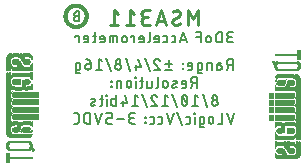
<source format=gbr>
G04 EAGLE Gerber RS-274X export*
G75*
%MOMM*%
%FSLAX34Y34*%
%LPD*%
%INSilkscreen Bottom*%
%IPPOS*%
%AMOC8*
5,1,8,0,0,1.08239X$1,22.5*%
G01*
%ADD10C,0.228600*%
%ADD11C,0.152400*%
%ADD12C,0.127000*%
%ADD13C,0.304800*%
%ADD14C,0.203200*%
%ADD15R,0.022863X0.462278*%
%ADD16R,0.022863X0.462281*%
%ADD17R,0.022863X0.436881*%
%ADD18R,0.023113X0.462278*%
%ADD19R,0.023113X0.462281*%
%ADD20R,0.023113X0.436881*%
%ADD21R,0.023116X0.462278*%
%ADD22R,0.023116X0.462281*%
%ADD23R,0.023116X0.436881*%
%ADD24R,0.023113X0.022863*%
%ADD25R,0.023116X0.091441*%
%ADD26R,0.023113X0.139700*%
%ADD27R,0.023116X0.185419*%
%ADD28R,0.023113X0.254000*%
%ADD29R,0.023113X0.299719*%
%ADD30R,0.023116X0.345438*%
%ADD31R,0.023113X0.391159*%
%ADD32R,0.023116X0.393700*%
%ADD33R,0.022863X0.325119*%
%ADD34R,0.022863X0.599438*%
%ADD35R,0.022863X0.622300*%
%ADD36R,0.022863X0.530859*%
%ADD37R,0.022863X0.439422*%
%ADD38R,0.022863X0.231138*%
%ADD39R,0.022863X0.071119*%
%ADD40R,0.022863X0.533400*%
%ADD41R,0.022863X0.208281*%
%ADD42R,0.023113X0.345441*%
%ADD43R,0.023113X0.576578*%
%ADD44R,0.023113X0.599438*%
%ADD45R,0.023113X0.508000*%
%ADD46R,0.023113X0.416563*%
%ADD47R,0.023113X0.208278*%
%ADD48R,0.023113X0.553722*%
%ADD49R,0.023113X0.208281*%
%ADD50R,0.023116X0.345441*%
%ADD51R,0.023116X0.530859*%
%ADD52R,0.023116X0.370841*%
%ADD53R,0.023116X0.162559*%
%ADD54R,0.023116X0.576581*%
%ADD55R,0.023116X0.208281*%
%ADD56R,0.023113X0.322578*%
%ADD57R,0.023113X0.485137*%
%ADD58R,0.023113X0.416559*%
%ADD59R,0.023113X0.347981*%
%ADD60R,0.023113X0.116838*%
%ADD61R,0.023113X0.647700*%
%ADD62R,0.023116X0.322581*%
%ADD63R,0.023116X0.485137*%
%ADD64R,0.023116X0.093978*%
%ADD65R,0.023116X0.231141*%
%ADD66R,0.023116X0.693419*%
%ADD67R,0.023113X0.322581*%
%ADD68R,0.023113X0.439419*%
%ADD69R,0.023113X0.370841*%
%ADD70R,0.023113X0.299722*%
%ADD71R,0.023113X0.045719*%
%ADD72R,0.023113X0.739138*%
%ADD73R,0.023113X0.414019*%
%ADD74R,0.023113X0.347978*%
%ADD75R,0.023113X0.762000*%
%ADD76R,0.023116X0.414019*%
%ADD77R,0.023116X0.182881*%
%ADD78R,0.023116X0.347978*%
%ADD79R,0.023116X0.276863*%
%ADD80R,0.023116X0.116841*%
%ADD81R,0.023116X0.276859*%
%ADD82R,0.023116X0.784863*%
%ADD83R,0.023113X0.325119*%
%ADD84R,0.023113X0.276863*%
%ADD85R,0.023113X0.276859*%
%ADD86R,0.023116X0.325119*%
%ADD87R,0.023116X0.391159*%
%ADD88R,0.023116X0.302259*%
%ADD89R,0.023116X0.254000*%
%ADD90R,0.023113X0.302259*%
%ADD91R,0.023113X0.393700*%
%ADD92R,0.023113X0.231141*%
%ADD93R,0.022863X0.302259*%
%ADD94R,0.022863X0.439419*%
%ADD95R,0.022863X0.368300*%
%ADD96R,0.022863X0.391159*%
%ADD97R,0.022863X0.416559*%
%ADD98R,0.022863X0.276863*%
%ADD99R,0.022863X0.205741*%
%ADD100R,0.023113X0.368300*%
%ADD101R,0.023113X0.205741*%
%ADD102R,0.023116X0.368300*%
%ADD103R,0.023116X0.205741*%
%ADD104R,0.023113X0.182881*%
%ADD105R,0.022863X0.276859*%
%ADD106R,0.022863X0.182881*%
%ADD107R,0.023113X0.924559*%
%ADD108R,0.023116X0.924559*%
%ADD109R,0.023113X0.901700*%
%ADD110R,0.023116X0.901700*%
%ADD111R,0.023113X0.878841*%
%ADD112R,0.023116X0.855981*%
%ADD113R,0.023113X0.833119*%
%ADD114R,0.022863X0.787400*%
%ADD115R,0.022863X0.414019*%
%ADD116R,0.022863X0.924559*%
%ADD117R,0.023113X0.739141*%
%ADD118R,0.023116X0.716281*%
%ADD119R,0.023116X0.299722*%
%ADD120R,0.023113X0.670559*%
%ADD121R,0.023116X0.647700*%
%ADD122R,0.023116X0.508000*%
%ADD123R,0.023116X0.299719*%
%ADD124R,0.023113X0.601981*%
%ADD125R,0.023113X0.530859*%
%ADD126R,0.023113X0.231138*%
%ADD127R,0.023113X0.556259*%
%ADD128R,0.023113X0.185419*%
%ADD129R,0.023116X0.533400*%
%ADD130R,0.023116X0.599438*%
%ADD131R,0.023116X0.416563*%
%ADD132R,0.023116X0.116838*%
%ADD133R,0.023113X0.485141*%
%ADD134R,0.023113X0.645159*%
%ADD135R,0.023113X0.716278*%
%ADD136R,0.022863X0.393700*%
%ADD137R,0.022863X0.762000*%
%ADD138R,0.022863X0.624841*%
%ADD139R,0.023113X0.784859*%
%ADD140R,0.023113X0.693422*%
%ADD141R,0.023116X0.830578*%
%ADD142R,0.023116X0.739141*%
%ADD143R,0.023113X0.876300*%
%ADD144R,0.023113X0.807722*%
%ADD145R,0.023116X0.899159*%
%ADD146R,0.023116X0.878841*%
%ADD147R,0.023113X0.922019*%
%ADD148R,0.023113X0.947419*%
%ADD149R,0.023116X0.970278*%
%ADD150R,0.023113X0.970278*%
%ADD151R,0.023116X0.439419*%
%ADD152R,0.022863X0.299722*%
%ADD153R,0.023116X0.416559*%
%ADD154R,0.023116X0.347981*%
%ADD155R,0.023113X0.137159*%
%ADD156R,0.023113X0.093978*%
%ADD157R,0.023113X0.091441*%
%ADD158R,0.023113X0.093981*%
%ADD159R,0.023113X0.114300*%
%ADD160R,0.023116X0.045719*%
%ADD161R,0.023116X0.045722*%
%ADD162R,0.023113X0.071119*%
%ADD163R,0.023113X0.116841*%
%ADD164R,0.023116X0.139700*%
%ADD165R,0.022863X0.322581*%
%ADD166R,0.022863X0.345441*%
%ADD167R,0.022863X0.162559*%
%ADD168R,0.022863X0.576581*%
%ADD169R,0.023113X0.668019*%
%ADD170R,0.023113X0.533400*%
%ADD171R,0.023116X1.455419*%
%ADD172R,0.023116X5.519419*%
%ADD173R,0.023113X1.455419*%
%ADD174R,0.023113X5.519419*%
%ADD175R,0.023116X5.494019*%
%ADD176R,0.023113X1.430019*%
%ADD177R,0.023113X5.494019*%
%ADD178R,0.023116X1.430019*%
%ADD179R,0.023116X5.471159*%
%ADD180R,0.023116X0.762000*%
%ADD181R,0.023113X1.407159*%
%ADD182R,0.023113X5.471159*%
%ADD183R,0.022863X1.384300*%
%ADD184R,0.022863X5.448300*%
%ADD185R,0.022863X0.716278*%
%ADD186R,0.022863X0.878841*%
%ADD187R,0.023113X1.361438*%
%ADD188R,0.023113X5.425438*%
%ADD189R,0.023116X1.338578*%
%ADD190R,0.023116X5.402578*%
%ADD191R,0.023116X0.624841*%
%ADD192R,0.023113X1.292859*%
%ADD193R,0.023113X5.356859*%
%ADD194R,0.023116X1.224278*%
%ADD195R,0.023116X5.288278*%


D10*
X164171Y157607D02*
X164171Y170053D01*
X160022Y163139D01*
X155873Y170053D01*
X155873Y157607D01*
X145188Y157607D02*
X145085Y157609D01*
X144981Y157615D01*
X144878Y157624D01*
X144776Y157638D01*
X144674Y157655D01*
X144573Y157676D01*
X144472Y157701D01*
X144373Y157730D01*
X144274Y157762D01*
X144177Y157798D01*
X144082Y157838D01*
X143988Y157881D01*
X143896Y157928D01*
X143805Y157978D01*
X143716Y158031D01*
X143630Y158088D01*
X143546Y158147D01*
X143463Y158210D01*
X143384Y158276D01*
X143307Y158345D01*
X143232Y158417D01*
X143160Y158492D01*
X143091Y158569D01*
X143025Y158648D01*
X142962Y158730D01*
X142903Y158815D01*
X142846Y158901D01*
X142793Y158990D01*
X142743Y159081D01*
X142696Y159173D01*
X142653Y159267D01*
X142613Y159362D01*
X142577Y159459D01*
X142545Y159558D01*
X142516Y159657D01*
X142491Y159758D01*
X142470Y159859D01*
X142453Y159961D01*
X142439Y160063D01*
X142430Y160166D01*
X142424Y160270D01*
X142422Y160373D01*
X145188Y157607D02*
X145337Y157609D01*
X145486Y157615D01*
X145634Y157624D01*
X145782Y157637D01*
X145930Y157654D01*
X146078Y157675D01*
X146224Y157700D01*
X146370Y157728D01*
X146516Y157760D01*
X146660Y157796D01*
X146804Y157835D01*
X146946Y157878D01*
X147088Y157924D01*
X147228Y157975D01*
X147366Y158028D01*
X147504Y158086D01*
X147640Y158146D01*
X147774Y158210D01*
X147907Y158278D01*
X148037Y158349D01*
X148166Y158423D01*
X148293Y158501D01*
X148418Y158581D01*
X148541Y158665D01*
X148662Y158752D01*
X148781Y158842D01*
X148897Y158935D01*
X149011Y159031D01*
X149122Y159130D01*
X149231Y159231D01*
X149337Y159336D01*
X148991Y167287D02*
X148989Y167390D01*
X148983Y167494D01*
X148974Y167597D01*
X148960Y167699D01*
X148943Y167801D01*
X148922Y167902D01*
X148897Y168003D01*
X148868Y168102D01*
X148836Y168201D01*
X148800Y168298D01*
X148760Y168393D01*
X148717Y168487D01*
X148670Y168579D01*
X148620Y168670D01*
X148567Y168759D01*
X148510Y168845D01*
X148451Y168930D01*
X148388Y169012D01*
X148322Y169091D01*
X148253Y169168D01*
X148181Y169243D01*
X148106Y169315D01*
X148029Y169384D01*
X147950Y169450D01*
X147868Y169513D01*
X147783Y169572D01*
X147697Y169629D01*
X147608Y169682D01*
X147517Y169732D01*
X147425Y169779D01*
X147331Y169822D01*
X147236Y169862D01*
X147139Y169898D01*
X147040Y169930D01*
X146941Y169959D01*
X146840Y169984D01*
X146739Y170005D01*
X146637Y170022D01*
X146535Y170036D01*
X146432Y170045D01*
X146328Y170051D01*
X146225Y170053D01*
X146086Y170051D01*
X145947Y170046D01*
X145808Y170036D01*
X145670Y170023D01*
X145532Y170006D01*
X145394Y169986D01*
X145257Y169962D01*
X145121Y169934D01*
X144986Y169903D01*
X144851Y169868D01*
X144718Y169829D01*
X144585Y169787D01*
X144454Y169741D01*
X144324Y169692D01*
X144195Y169639D01*
X144068Y169583D01*
X143942Y169524D01*
X143818Y169461D01*
X143696Y169394D01*
X143575Y169325D01*
X143457Y169252D01*
X143340Y169177D01*
X143226Y169098D01*
X143113Y169016D01*
X147608Y164867D02*
X147697Y164921D01*
X147784Y164979D01*
X147868Y165040D01*
X147950Y165104D01*
X148030Y165171D01*
X148107Y165241D01*
X148182Y165314D01*
X148253Y165390D01*
X148322Y165468D01*
X148388Y165548D01*
X148451Y165631D01*
X148511Y165716D01*
X148568Y165804D01*
X148621Y165893D01*
X148671Y165985D01*
X148717Y166078D01*
X148761Y166173D01*
X148800Y166269D01*
X148836Y166367D01*
X148868Y166466D01*
X148897Y166566D01*
X148922Y166667D01*
X148943Y166769D01*
X148960Y166872D01*
X148974Y166975D01*
X148983Y167079D01*
X148989Y167183D01*
X148991Y167287D01*
X143805Y162793D02*
X143716Y162739D01*
X143630Y162681D01*
X143545Y162620D01*
X143463Y162556D01*
X143383Y162489D01*
X143306Y162419D01*
X143232Y162346D01*
X143160Y162270D01*
X143091Y162192D01*
X143025Y162112D01*
X142962Y162029D01*
X142902Y161944D01*
X142845Y161856D01*
X142792Y161767D01*
X142742Y161675D01*
X142696Y161582D01*
X142652Y161487D01*
X142613Y161391D01*
X142577Y161293D01*
X142545Y161194D01*
X142516Y161094D01*
X142491Y160993D01*
X142470Y160891D01*
X142453Y160788D01*
X142439Y160685D01*
X142430Y160581D01*
X142424Y160477D01*
X142422Y160373D01*
X143805Y162793D02*
X147608Y164867D01*
X137211Y157607D02*
X133063Y170053D01*
X128914Y157607D01*
X129951Y160719D02*
X136174Y160719D01*
X123261Y157607D02*
X119804Y157607D01*
X119687Y157609D01*
X119571Y157615D01*
X119454Y157625D01*
X119338Y157639D01*
X119223Y157656D01*
X119108Y157678D01*
X118994Y157703D01*
X118881Y157732D01*
X118769Y157766D01*
X118658Y157802D01*
X118549Y157843D01*
X118441Y157887D01*
X118334Y157935D01*
X118229Y157986D01*
X118126Y158041D01*
X118025Y158100D01*
X117926Y158162D01*
X117829Y158227D01*
X117734Y158295D01*
X117642Y158366D01*
X117552Y158441D01*
X117465Y158519D01*
X117380Y158599D01*
X117298Y158682D01*
X117219Y158768D01*
X117143Y158857D01*
X117070Y158948D01*
X117000Y159041D01*
X116934Y159137D01*
X116870Y159235D01*
X116810Y159336D01*
X116753Y159438D01*
X116700Y159542D01*
X116651Y159647D01*
X116605Y159755D01*
X116562Y159863D01*
X116523Y159974D01*
X116489Y160085D01*
X116457Y160197D01*
X116430Y160311D01*
X116406Y160425D01*
X116387Y160541D01*
X116371Y160656D01*
X116359Y160772D01*
X116351Y160889D01*
X116347Y161006D01*
X116347Y161122D01*
X116351Y161239D01*
X116359Y161356D01*
X116371Y161472D01*
X116387Y161587D01*
X116406Y161703D01*
X116430Y161817D01*
X116457Y161931D01*
X116489Y162043D01*
X116523Y162154D01*
X116562Y162265D01*
X116605Y162373D01*
X116651Y162481D01*
X116700Y162586D01*
X116753Y162690D01*
X116810Y162793D01*
X116870Y162893D01*
X116934Y162991D01*
X117000Y163087D01*
X117070Y163180D01*
X117143Y163271D01*
X117219Y163360D01*
X117298Y163446D01*
X117380Y163529D01*
X117465Y163609D01*
X117552Y163687D01*
X117642Y163762D01*
X117734Y163833D01*
X117829Y163901D01*
X117926Y163966D01*
X118025Y164028D01*
X118126Y164087D01*
X118229Y164142D01*
X118334Y164193D01*
X118441Y164241D01*
X118549Y164285D01*
X118658Y164326D01*
X118769Y164362D01*
X118881Y164396D01*
X118994Y164425D01*
X119108Y164450D01*
X119223Y164472D01*
X119338Y164489D01*
X119454Y164503D01*
X119571Y164513D01*
X119687Y164519D01*
X119804Y164521D01*
X119113Y170053D02*
X123261Y170053D01*
X119113Y170053D02*
X119010Y170051D01*
X118906Y170045D01*
X118803Y170036D01*
X118701Y170022D01*
X118599Y170005D01*
X118498Y169984D01*
X118397Y169959D01*
X118298Y169930D01*
X118199Y169898D01*
X118102Y169862D01*
X118007Y169822D01*
X117913Y169779D01*
X117821Y169732D01*
X117730Y169682D01*
X117641Y169629D01*
X117555Y169572D01*
X117470Y169513D01*
X117388Y169450D01*
X117309Y169384D01*
X117232Y169315D01*
X117157Y169243D01*
X117085Y169168D01*
X117016Y169091D01*
X116950Y169012D01*
X116887Y168930D01*
X116828Y168845D01*
X116771Y168759D01*
X116718Y168670D01*
X116668Y168579D01*
X116621Y168487D01*
X116578Y168393D01*
X116538Y168298D01*
X116502Y168201D01*
X116470Y168102D01*
X116441Y168003D01*
X116416Y167902D01*
X116395Y167801D01*
X116378Y167699D01*
X116364Y167597D01*
X116355Y167494D01*
X116349Y167390D01*
X116347Y167287D01*
X116349Y167184D01*
X116355Y167080D01*
X116364Y166977D01*
X116378Y166875D01*
X116395Y166773D01*
X116416Y166672D01*
X116441Y166571D01*
X116470Y166472D01*
X116502Y166373D01*
X116538Y166276D01*
X116578Y166181D01*
X116621Y166087D01*
X116668Y165995D01*
X116718Y165904D01*
X116771Y165815D01*
X116828Y165729D01*
X116887Y165644D01*
X116950Y165562D01*
X117016Y165483D01*
X117085Y165406D01*
X117157Y165331D01*
X117232Y165259D01*
X117309Y165190D01*
X117388Y165124D01*
X117470Y165061D01*
X117555Y165002D01*
X117641Y164945D01*
X117730Y164892D01*
X117821Y164842D01*
X117913Y164795D01*
X118007Y164752D01*
X118102Y164712D01*
X118199Y164676D01*
X118298Y164644D01*
X118397Y164615D01*
X118498Y164590D01*
X118599Y164569D01*
X118701Y164552D01*
X118803Y164538D01*
X118906Y164529D01*
X119010Y164523D01*
X119113Y164521D01*
X121878Y164521D01*
X110002Y167287D02*
X106545Y170053D01*
X106545Y157607D01*
X110002Y157607D02*
X103088Y157607D01*
X96744Y167287D02*
X93286Y170053D01*
X93286Y157607D01*
X89829Y157607D02*
X96744Y157607D01*
D11*
X191393Y143002D02*
X193792Y143002D01*
X191393Y143002D02*
X191296Y143004D01*
X191200Y143010D01*
X191104Y143019D01*
X191008Y143033D01*
X190913Y143050D01*
X190819Y143072D01*
X190726Y143097D01*
X190633Y143125D01*
X190542Y143158D01*
X190453Y143194D01*
X190365Y143234D01*
X190278Y143277D01*
X190193Y143323D01*
X190111Y143373D01*
X190030Y143427D01*
X189952Y143483D01*
X189876Y143543D01*
X189802Y143605D01*
X189731Y143671D01*
X189663Y143739D01*
X189597Y143810D01*
X189535Y143884D01*
X189475Y143960D01*
X189419Y144038D01*
X189365Y144119D01*
X189315Y144202D01*
X189269Y144286D01*
X189226Y144373D01*
X189186Y144461D01*
X189150Y144550D01*
X189117Y144641D01*
X189089Y144734D01*
X189064Y144827D01*
X189042Y144921D01*
X189025Y145016D01*
X189011Y145112D01*
X189002Y145208D01*
X188996Y145304D01*
X188994Y145401D01*
X188996Y145498D01*
X189002Y145594D01*
X189011Y145690D01*
X189025Y145786D01*
X189042Y145881D01*
X189064Y145975D01*
X189089Y146068D01*
X189117Y146161D01*
X189150Y146252D01*
X189186Y146341D01*
X189226Y146429D01*
X189269Y146516D01*
X189315Y146601D01*
X189365Y146683D01*
X189419Y146764D01*
X189475Y146842D01*
X189535Y146918D01*
X189597Y146992D01*
X189663Y147063D01*
X189731Y147131D01*
X189802Y147197D01*
X189876Y147259D01*
X189952Y147319D01*
X190030Y147375D01*
X190111Y147429D01*
X190194Y147479D01*
X190278Y147525D01*
X190365Y147568D01*
X190453Y147608D01*
X190542Y147644D01*
X190633Y147677D01*
X190726Y147705D01*
X190819Y147730D01*
X190913Y147752D01*
X191008Y147769D01*
X191104Y147783D01*
X191200Y147792D01*
X191296Y147798D01*
X191393Y147800D01*
X190913Y151638D02*
X193792Y151638D01*
X190913Y151638D02*
X190827Y151636D01*
X190741Y151630D01*
X190655Y151621D01*
X190570Y151607D01*
X190486Y151590D01*
X190402Y151569D01*
X190320Y151544D01*
X190239Y151516D01*
X190159Y151484D01*
X190080Y151448D01*
X190004Y151409D01*
X189929Y151366D01*
X189856Y151321D01*
X189785Y151272D01*
X189717Y151219D01*
X189650Y151164D01*
X189587Y151106D01*
X189526Y151045D01*
X189468Y150982D01*
X189413Y150915D01*
X189360Y150847D01*
X189311Y150776D01*
X189266Y150703D01*
X189223Y150628D01*
X189184Y150552D01*
X189148Y150473D01*
X189116Y150393D01*
X189088Y150312D01*
X189063Y150230D01*
X189042Y150146D01*
X189025Y150062D01*
X189011Y149977D01*
X189002Y149891D01*
X188996Y149805D01*
X188994Y149719D01*
X188996Y149633D01*
X189002Y149547D01*
X189011Y149461D01*
X189025Y149376D01*
X189042Y149292D01*
X189063Y149208D01*
X189088Y149126D01*
X189116Y149045D01*
X189148Y148965D01*
X189184Y148886D01*
X189223Y148810D01*
X189266Y148735D01*
X189311Y148662D01*
X189360Y148591D01*
X189413Y148523D01*
X189468Y148456D01*
X189526Y148393D01*
X189587Y148332D01*
X189650Y148274D01*
X189717Y148219D01*
X189785Y148166D01*
X189856Y148117D01*
X189929Y148072D01*
X190004Y148029D01*
X190080Y147990D01*
X190159Y147954D01*
X190239Y147922D01*
X190320Y147894D01*
X190402Y147869D01*
X190486Y147848D01*
X190570Y147831D01*
X190655Y147817D01*
X190741Y147808D01*
X190827Y147802D01*
X190913Y147800D01*
X192832Y147800D01*
X184343Y151638D02*
X184343Y143002D01*
X184343Y151638D02*
X181944Y151638D01*
X181847Y151636D01*
X181751Y151630D01*
X181655Y151621D01*
X181559Y151607D01*
X181464Y151590D01*
X181370Y151568D01*
X181277Y151543D01*
X181184Y151515D01*
X181093Y151482D01*
X181004Y151446D01*
X180916Y151406D01*
X180829Y151363D01*
X180745Y151317D01*
X180662Y151267D01*
X180581Y151213D01*
X180503Y151157D01*
X180427Y151097D01*
X180353Y151035D01*
X180282Y150969D01*
X180214Y150901D01*
X180148Y150830D01*
X180086Y150756D01*
X180026Y150680D01*
X179970Y150602D01*
X179916Y150521D01*
X179866Y150439D01*
X179820Y150354D01*
X179777Y150267D01*
X179737Y150179D01*
X179701Y150090D01*
X179668Y149999D01*
X179640Y149906D01*
X179615Y149813D01*
X179593Y149719D01*
X179576Y149624D01*
X179562Y149528D01*
X179553Y149432D01*
X179547Y149336D01*
X179545Y149239D01*
X179545Y145401D01*
X179547Y145304D01*
X179553Y145208D01*
X179562Y145112D01*
X179576Y145016D01*
X179593Y144921D01*
X179615Y144827D01*
X179640Y144734D01*
X179668Y144641D01*
X179701Y144550D01*
X179737Y144461D01*
X179777Y144373D01*
X179820Y144286D01*
X179866Y144202D01*
X179916Y144119D01*
X179970Y144038D01*
X180026Y143960D01*
X180086Y143884D01*
X180148Y143810D01*
X180214Y143739D01*
X180282Y143671D01*
X180353Y143605D01*
X180427Y143543D01*
X180503Y143483D01*
X180581Y143427D01*
X180662Y143373D01*
X180745Y143323D01*
X180829Y143277D01*
X180916Y143234D01*
X181004Y143194D01*
X181093Y143158D01*
X181184Y143125D01*
X181277Y143097D01*
X181370Y143072D01*
X181464Y143050D01*
X181559Y143033D01*
X181655Y143019D01*
X181751Y143010D01*
X181847Y143004D01*
X181944Y143002D01*
X184343Y143002D01*
X175024Y144921D02*
X175024Y146840D01*
X175022Y146926D01*
X175016Y147012D01*
X175007Y147098D01*
X174993Y147183D01*
X174976Y147267D01*
X174955Y147351D01*
X174930Y147433D01*
X174902Y147514D01*
X174870Y147594D01*
X174834Y147673D01*
X174795Y147749D01*
X174752Y147824D01*
X174707Y147897D01*
X174658Y147968D01*
X174605Y148036D01*
X174550Y148103D01*
X174492Y148166D01*
X174431Y148227D01*
X174368Y148285D01*
X174301Y148340D01*
X174233Y148393D01*
X174162Y148442D01*
X174089Y148487D01*
X174014Y148530D01*
X173938Y148569D01*
X173859Y148605D01*
X173779Y148637D01*
X173698Y148665D01*
X173616Y148690D01*
X173532Y148711D01*
X173448Y148728D01*
X173363Y148742D01*
X173277Y148751D01*
X173191Y148757D01*
X173105Y148759D01*
X173019Y148757D01*
X172933Y148751D01*
X172847Y148742D01*
X172762Y148728D01*
X172678Y148711D01*
X172594Y148690D01*
X172512Y148665D01*
X172431Y148637D01*
X172351Y148605D01*
X172272Y148569D01*
X172196Y148530D01*
X172121Y148487D01*
X172048Y148442D01*
X171977Y148393D01*
X171909Y148340D01*
X171842Y148285D01*
X171779Y148227D01*
X171718Y148166D01*
X171660Y148103D01*
X171605Y148036D01*
X171552Y147968D01*
X171503Y147897D01*
X171458Y147824D01*
X171415Y147749D01*
X171376Y147673D01*
X171340Y147594D01*
X171308Y147514D01*
X171280Y147433D01*
X171255Y147351D01*
X171234Y147267D01*
X171217Y147183D01*
X171203Y147098D01*
X171194Y147012D01*
X171188Y146926D01*
X171186Y146840D01*
X171186Y144921D01*
X171188Y144835D01*
X171194Y144749D01*
X171203Y144663D01*
X171217Y144578D01*
X171234Y144494D01*
X171255Y144410D01*
X171280Y144328D01*
X171308Y144247D01*
X171340Y144167D01*
X171376Y144088D01*
X171415Y144012D01*
X171458Y143937D01*
X171503Y143864D01*
X171552Y143793D01*
X171605Y143725D01*
X171660Y143658D01*
X171718Y143595D01*
X171779Y143534D01*
X171842Y143476D01*
X171909Y143421D01*
X171977Y143368D01*
X172048Y143319D01*
X172121Y143274D01*
X172196Y143231D01*
X172272Y143192D01*
X172351Y143156D01*
X172431Y143124D01*
X172512Y143096D01*
X172594Y143071D01*
X172678Y143050D01*
X172762Y143033D01*
X172847Y143019D01*
X172933Y143010D01*
X173019Y143004D01*
X173105Y143002D01*
X173191Y143004D01*
X173277Y143010D01*
X173363Y143019D01*
X173448Y143033D01*
X173532Y143050D01*
X173616Y143071D01*
X173698Y143096D01*
X173779Y143124D01*
X173859Y143156D01*
X173938Y143192D01*
X174014Y143231D01*
X174089Y143274D01*
X174162Y143319D01*
X174233Y143368D01*
X174301Y143421D01*
X174368Y143476D01*
X174431Y143534D01*
X174492Y143595D01*
X174550Y143658D01*
X174605Y143725D01*
X174658Y143793D01*
X174707Y143864D01*
X174752Y143937D01*
X174795Y144012D01*
X174834Y144088D01*
X174870Y144167D01*
X174902Y144247D01*
X174930Y144328D01*
X174955Y144410D01*
X174976Y144494D01*
X174993Y144578D01*
X175007Y144663D01*
X175016Y144749D01*
X175022Y144835D01*
X175024Y144921D01*
X166639Y143002D02*
X166639Y151638D01*
X162801Y151638D01*
X162801Y147800D02*
X166639Y147800D01*
X154648Y143002D02*
X151769Y151638D01*
X148891Y143002D01*
X149610Y145161D02*
X153928Y145161D01*
X143699Y143002D02*
X141780Y143002D01*
X143699Y143002D02*
X143774Y143004D01*
X143849Y143010D01*
X143924Y143020D01*
X143998Y143033D01*
X144071Y143051D01*
X144144Y143072D01*
X144215Y143098D01*
X144284Y143126D01*
X144352Y143159D01*
X144419Y143195D01*
X144483Y143234D01*
X144545Y143277D01*
X144605Y143323D01*
X144662Y143372D01*
X144717Y143423D01*
X144768Y143478D01*
X144817Y143535D01*
X144863Y143595D01*
X144906Y143657D01*
X144945Y143722D01*
X144981Y143788D01*
X145014Y143856D01*
X145042Y143925D01*
X145068Y143996D01*
X145089Y144069D01*
X145107Y144142D01*
X145120Y144216D01*
X145130Y144291D01*
X145136Y144366D01*
X145138Y144441D01*
X145139Y144441D02*
X145139Y147320D01*
X145138Y147320D02*
X145136Y147395D01*
X145130Y147470D01*
X145120Y147545D01*
X145107Y147619D01*
X145089Y147692D01*
X145068Y147765D01*
X145042Y147836D01*
X145014Y147905D01*
X144981Y147973D01*
X144945Y148040D01*
X144906Y148104D01*
X144863Y148166D01*
X144817Y148226D01*
X144768Y148283D01*
X144717Y148338D01*
X144662Y148389D01*
X144605Y148438D01*
X144545Y148484D01*
X144483Y148527D01*
X144419Y148566D01*
X144352Y148602D01*
X144284Y148635D01*
X144215Y148663D01*
X144144Y148689D01*
X144071Y148710D01*
X143998Y148728D01*
X143924Y148741D01*
X143849Y148751D01*
X143774Y148757D01*
X143699Y148759D01*
X141780Y148759D01*
X136689Y143002D02*
X134770Y143002D01*
X136689Y143002D02*
X136764Y143004D01*
X136839Y143010D01*
X136914Y143020D01*
X136988Y143033D01*
X137061Y143051D01*
X137134Y143072D01*
X137205Y143098D01*
X137274Y143126D01*
X137342Y143159D01*
X137409Y143195D01*
X137473Y143234D01*
X137535Y143277D01*
X137595Y143323D01*
X137652Y143372D01*
X137707Y143423D01*
X137758Y143478D01*
X137807Y143535D01*
X137853Y143595D01*
X137896Y143657D01*
X137935Y143722D01*
X137971Y143788D01*
X138004Y143856D01*
X138032Y143925D01*
X138058Y143996D01*
X138079Y144069D01*
X138097Y144142D01*
X138110Y144216D01*
X138120Y144291D01*
X138126Y144366D01*
X138128Y144441D01*
X138128Y147320D01*
X138126Y147395D01*
X138120Y147470D01*
X138110Y147545D01*
X138097Y147619D01*
X138079Y147692D01*
X138058Y147765D01*
X138032Y147836D01*
X138004Y147905D01*
X137971Y147973D01*
X137935Y148040D01*
X137896Y148104D01*
X137853Y148166D01*
X137807Y148226D01*
X137758Y148283D01*
X137707Y148338D01*
X137652Y148389D01*
X137595Y148438D01*
X137535Y148484D01*
X137473Y148527D01*
X137409Y148566D01*
X137342Y148602D01*
X137274Y148635D01*
X137205Y148663D01*
X137134Y148689D01*
X137061Y148710D01*
X136988Y148728D01*
X136914Y148741D01*
X136839Y148751D01*
X136764Y148757D01*
X136689Y148759D01*
X134770Y148759D01*
X129694Y143002D02*
X127295Y143002D01*
X129694Y143002D02*
X129769Y143004D01*
X129844Y143010D01*
X129919Y143020D01*
X129993Y143033D01*
X130066Y143051D01*
X130139Y143072D01*
X130210Y143098D01*
X130279Y143126D01*
X130347Y143159D01*
X130414Y143195D01*
X130478Y143234D01*
X130540Y143277D01*
X130600Y143323D01*
X130657Y143372D01*
X130712Y143423D01*
X130763Y143478D01*
X130812Y143535D01*
X130858Y143595D01*
X130901Y143657D01*
X130940Y143722D01*
X130976Y143788D01*
X131009Y143856D01*
X131037Y143925D01*
X131063Y143996D01*
X131084Y144069D01*
X131102Y144142D01*
X131115Y144216D01*
X131125Y144291D01*
X131131Y144366D01*
X131133Y144441D01*
X131133Y146840D01*
X131131Y146926D01*
X131125Y147012D01*
X131116Y147098D01*
X131102Y147183D01*
X131085Y147267D01*
X131064Y147351D01*
X131039Y147433D01*
X131011Y147514D01*
X130979Y147594D01*
X130943Y147673D01*
X130904Y147749D01*
X130861Y147824D01*
X130816Y147897D01*
X130767Y147968D01*
X130714Y148036D01*
X130659Y148103D01*
X130601Y148166D01*
X130540Y148227D01*
X130477Y148285D01*
X130410Y148340D01*
X130342Y148393D01*
X130271Y148442D01*
X130198Y148487D01*
X130123Y148530D01*
X130047Y148569D01*
X129968Y148605D01*
X129888Y148637D01*
X129807Y148665D01*
X129725Y148690D01*
X129641Y148711D01*
X129557Y148728D01*
X129472Y148742D01*
X129386Y148751D01*
X129300Y148757D01*
X129214Y148759D01*
X129128Y148757D01*
X129042Y148751D01*
X128956Y148742D01*
X128871Y148728D01*
X128787Y148711D01*
X128703Y148690D01*
X128621Y148665D01*
X128540Y148637D01*
X128460Y148605D01*
X128381Y148569D01*
X128305Y148530D01*
X128230Y148487D01*
X128157Y148442D01*
X128086Y148393D01*
X128018Y148340D01*
X127951Y148285D01*
X127888Y148227D01*
X127827Y148166D01*
X127769Y148103D01*
X127714Y148036D01*
X127661Y147968D01*
X127612Y147897D01*
X127567Y147824D01*
X127524Y147749D01*
X127485Y147673D01*
X127449Y147594D01*
X127417Y147514D01*
X127389Y147433D01*
X127364Y147351D01*
X127343Y147267D01*
X127326Y147183D01*
X127312Y147098D01*
X127303Y147012D01*
X127297Y146926D01*
X127295Y146840D01*
X127295Y145881D01*
X131133Y145881D01*
X123170Y144441D02*
X123170Y151638D01*
X123169Y144441D02*
X123167Y144366D01*
X123161Y144291D01*
X123151Y144216D01*
X123138Y144142D01*
X123120Y144069D01*
X123099Y143996D01*
X123073Y143925D01*
X123045Y143856D01*
X123012Y143788D01*
X122976Y143722D01*
X122937Y143657D01*
X122894Y143595D01*
X122848Y143535D01*
X122799Y143478D01*
X122748Y143423D01*
X122693Y143372D01*
X122636Y143323D01*
X122576Y143277D01*
X122514Y143234D01*
X122450Y143195D01*
X122383Y143159D01*
X122315Y143126D01*
X122246Y143098D01*
X122175Y143072D01*
X122102Y143051D01*
X122029Y143033D01*
X121955Y143020D01*
X121880Y143010D01*
X121805Y143004D01*
X121730Y143002D01*
X116892Y143002D02*
X114493Y143002D01*
X116892Y143002D02*
X116967Y143004D01*
X117042Y143010D01*
X117117Y143020D01*
X117191Y143033D01*
X117264Y143051D01*
X117337Y143072D01*
X117408Y143098D01*
X117477Y143126D01*
X117545Y143159D01*
X117612Y143195D01*
X117676Y143234D01*
X117738Y143277D01*
X117798Y143323D01*
X117855Y143372D01*
X117910Y143423D01*
X117961Y143478D01*
X118010Y143535D01*
X118056Y143595D01*
X118099Y143657D01*
X118138Y143722D01*
X118174Y143788D01*
X118207Y143856D01*
X118235Y143925D01*
X118261Y143996D01*
X118282Y144069D01*
X118300Y144142D01*
X118313Y144216D01*
X118323Y144291D01*
X118329Y144366D01*
X118331Y144441D01*
X118332Y144441D02*
X118332Y146840D01*
X118330Y146926D01*
X118324Y147012D01*
X118315Y147098D01*
X118301Y147183D01*
X118284Y147267D01*
X118263Y147351D01*
X118238Y147433D01*
X118210Y147514D01*
X118178Y147594D01*
X118142Y147673D01*
X118103Y147749D01*
X118060Y147824D01*
X118015Y147897D01*
X117966Y147968D01*
X117913Y148036D01*
X117858Y148103D01*
X117800Y148166D01*
X117739Y148227D01*
X117676Y148285D01*
X117609Y148340D01*
X117541Y148393D01*
X117470Y148442D01*
X117397Y148487D01*
X117322Y148530D01*
X117246Y148569D01*
X117167Y148605D01*
X117087Y148637D01*
X117006Y148665D01*
X116924Y148690D01*
X116840Y148711D01*
X116756Y148728D01*
X116671Y148742D01*
X116585Y148751D01*
X116499Y148757D01*
X116413Y148759D01*
X116327Y148757D01*
X116241Y148751D01*
X116155Y148742D01*
X116070Y148728D01*
X115986Y148711D01*
X115902Y148690D01*
X115820Y148665D01*
X115739Y148637D01*
X115659Y148605D01*
X115580Y148569D01*
X115504Y148530D01*
X115429Y148487D01*
X115356Y148442D01*
X115285Y148393D01*
X115217Y148340D01*
X115150Y148285D01*
X115087Y148227D01*
X115026Y148166D01*
X114968Y148103D01*
X114913Y148036D01*
X114860Y147968D01*
X114811Y147897D01*
X114766Y147824D01*
X114723Y147749D01*
X114684Y147673D01*
X114648Y147594D01*
X114616Y147514D01*
X114588Y147433D01*
X114563Y147351D01*
X114542Y147267D01*
X114525Y147183D01*
X114511Y147098D01*
X114502Y147012D01*
X114496Y146926D01*
X114494Y146840D01*
X114493Y146840D02*
X114493Y145881D01*
X118332Y145881D01*
X110026Y143002D02*
X110026Y148759D01*
X107147Y148759D01*
X107147Y147800D01*
X104006Y146840D02*
X104006Y144921D01*
X104006Y146840D02*
X104004Y146926D01*
X103998Y147012D01*
X103989Y147098D01*
X103975Y147183D01*
X103958Y147267D01*
X103937Y147351D01*
X103912Y147433D01*
X103884Y147514D01*
X103852Y147594D01*
X103816Y147673D01*
X103777Y147749D01*
X103734Y147824D01*
X103689Y147897D01*
X103640Y147968D01*
X103587Y148036D01*
X103532Y148103D01*
X103474Y148166D01*
X103413Y148227D01*
X103350Y148285D01*
X103283Y148340D01*
X103215Y148393D01*
X103144Y148442D01*
X103071Y148487D01*
X102996Y148530D01*
X102920Y148569D01*
X102841Y148605D01*
X102761Y148637D01*
X102680Y148665D01*
X102598Y148690D01*
X102514Y148711D01*
X102430Y148728D01*
X102345Y148742D01*
X102259Y148751D01*
X102173Y148757D01*
X102087Y148759D01*
X102001Y148757D01*
X101915Y148751D01*
X101829Y148742D01*
X101744Y148728D01*
X101660Y148711D01*
X101576Y148690D01*
X101494Y148665D01*
X101413Y148637D01*
X101333Y148605D01*
X101254Y148569D01*
X101178Y148530D01*
X101103Y148487D01*
X101030Y148442D01*
X100959Y148393D01*
X100891Y148340D01*
X100824Y148285D01*
X100761Y148227D01*
X100700Y148166D01*
X100642Y148103D01*
X100587Y148036D01*
X100534Y147968D01*
X100485Y147897D01*
X100440Y147824D01*
X100397Y147749D01*
X100358Y147673D01*
X100322Y147594D01*
X100290Y147514D01*
X100262Y147433D01*
X100237Y147351D01*
X100216Y147267D01*
X100199Y147183D01*
X100185Y147098D01*
X100176Y147012D01*
X100170Y146926D01*
X100168Y146840D01*
X100168Y144921D01*
X100170Y144835D01*
X100176Y144749D01*
X100185Y144663D01*
X100199Y144578D01*
X100216Y144494D01*
X100237Y144410D01*
X100262Y144328D01*
X100290Y144247D01*
X100322Y144167D01*
X100358Y144088D01*
X100397Y144012D01*
X100440Y143937D01*
X100485Y143864D01*
X100534Y143793D01*
X100587Y143725D01*
X100642Y143658D01*
X100700Y143595D01*
X100761Y143534D01*
X100824Y143476D01*
X100891Y143421D01*
X100959Y143368D01*
X101030Y143319D01*
X101103Y143274D01*
X101178Y143231D01*
X101254Y143192D01*
X101333Y143156D01*
X101413Y143124D01*
X101494Y143096D01*
X101576Y143071D01*
X101660Y143050D01*
X101744Y143033D01*
X101829Y143019D01*
X101915Y143010D01*
X102001Y143004D01*
X102087Y143002D01*
X102173Y143004D01*
X102259Y143010D01*
X102345Y143019D01*
X102430Y143033D01*
X102514Y143050D01*
X102598Y143071D01*
X102680Y143096D01*
X102761Y143124D01*
X102841Y143156D01*
X102920Y143192D01*
X102996Y143231D01*
X103071Y143274D01*
X103144Y143319D01*
X103215Y143368D01*
X103283Y143421D01*
X103350Y143476D01*
X103413Y143534D01*
X103474Y143595D01*
X103532Y143658D01*
X103587Y143725D01*
X103640Y143793D01*
X103689Y143864D01*
X103734Y143937D01*
X103777Y144012D01*
X103816Y144088D01*
X103852Y144167D01*
X103884Y144247D01*
X103912Y144328D01*
X103937Y144410D01*
X103958Y144494D01*
X103975Y144578D01*
X103989Y144663D01*
X103998Y144749D01*
X104004Y144835D01*
X104006Y144921D01*
X95517Y143002D02*
X95517Y148759D01*
X91199Y148759D01*
X91124Y148757D01*
X91049Y148751D01*
X90974Y148741D01*
X90900Y148728D01*
X90827Y148710D01*
X90754Y148689D01*
X90683Y148663D01*
X90614Y148635D01*
X90546Y148602D01*
X90480Y148566D01*
X90415Y148527D01*
X90353Y148484D01*
X90293Y148438D01*
X90236Y148389D01*
X90181Y148338D01*
X90130Y148283D01*
X90081Y148226D01*
X90035Y148166D01*
X89992Y148104D01*
X89953Y148040D01*
X89917Y147973D01*
X89884Y147905D01*
X89856Y147836D01*
X89830Y147765D01*
X89809Y147692D01*
X89791Y147619D01*
X89778Y147545D01*
X89768Y147470D01*
X89762Y147395D01*
X89760Y147320D01*
X89760Y143002D01*
X92638Y143002D02*
X92638Y148759D01*
X83669Y143002D02*
X81270Y143002D01*
X83669Y143002D02*
X83744Y143004D01*
X83819Y143010D01*
X83894Y143020D01*
X83968Y143033D01*
X84041Y143051D01*
X84114Y143072D01*
X84185Y143098D01*
X84254Y143126D01*
X84322Y143159D01*
X84389Y143195D01*
X84453Y143234D01*
X84515Y143277D01*
X84575Y143323D01*
X84632Y143372D01*
X84687Y143423D01*
X84738Y143478D01*
X84787Y143535D01*
X84833Y143595D01*
X84876Y143657D01*
X84915Y143722D01*
X84951Y143788D01*
X84984Y143856D01*
X85012Y143925D01*
X85038Y143996D01*
X85059Y144069D01*
X85077Y144142D01*
X85090Y144216D01*
X85100Y144291D01*
X85106Y144366D01*
X85108Y144441D01*
X85109Y144441D02*
X85109Y146840D01*
X85108Y146840D02*
X85106Y146926D01*
X85100Y147012D01*
X85091Y147098D01*
X85077Y147183D01*
X85060Y147267D01*
X85039Y147351D01*
X85014Y147433D01*
X84986Y147514D01*
X84954Y147594D01*
X84918Y147673D01*
X84879Y147749D01*
X84836Y147824D01*
X84791Y147897D01*
X84742Y147968D01*
X84689Y148036D01*
X84634Y148103D01*
X84576Y148166D01*
X84515Y148227D01*
X84452Y148285D01*
X84385Y148340D01*
X84317Y148393D01*
X84246Y148442D01*
X84173Y148487D01*
X84098Y148530D01*
X84022Y148569D01*
X83943Y148605D01*
X83863Y148637D01*
X83782Y148665D01*
X83700Y148690D01*
X83616Y148711D01*
X83532Y148728D01*
X83447Y148742D01*
X83361Y148751D01*
X83275Y148757D01*
X83189Y148759D01*
X83103Y148757D01*
X83017Y148751D01*
X82931Y148742D01*
X82846Y148728D01*
X82762Y148711D01*
X82678Y148690D01*
X82596Y148665D01*
X82515Y148637D01*
X82435Y148605D01*
X82356Y148569D01*
X82280Y148530D01*
X82205Y148487D01*
X82132Y148442D01*
X82061Y148393D01*
X81993Y148340D01*
X81926Y148285D01*
X81863Y148227D01*
X81802Y148166D01*
X81744Y148103D01*
X81689Y148036D01*
X81636Y147968D01*
X81587Y147897D01*
X81542Y147824D01*
X81499Y147749D01*
X81460Y147673D01*
X81424Y147594D01*
X81392Y147514D01*
X81364Y147433D01*
X81339Y147351D01*
X81318Y147267D01*
X81301Y147183D01*
X81287Y147098D01*
X81278Y147012D01*
X81272Y146926D01*
X81270Y146840D01*
X81270Y145881D01*
X85109Y145881D01*
X78029Y148759D02*
X75151Y148759D01*
X77070Y151638D02*
X77070Y144441D01*
X77068Y144366D01*
X77062Y144291D01*
X77052Y144216D01*
X77039Y144142D01*
X77021Y144069D01*
X77000Y143996D01*
X76974Y143925D01*
X76946Y143856D01*
X76913Y143788D01*
X76877Y143722D01*
X76838Y143657D01*
X76795Y143595D01*
X76749Y143535D01*
X76700Y143478D01*
X76649Y143423D01*
X76594Y143372D01*
X76537Y143323D01*
X76477Y143277D01*
X76415Y143234D01*
X76351Y143195D01*
X76284Y143159D01*
X76216Y143126D01*
X76147Y143098D01*
X76076Y143072D01*
X76003Y143051D01*
X75930Y143033D01*
X75856Y143020D01*
X75781Y143010D01*
X75706Y143004D01*
X75631Y143002D01*
X75151Y143002D01*
X69953Y143002D02*
X67554Y143002D01*
X69953Y143002D02*
X70028Y143004D01*
X70103Y143010D01*
X70178Y143020D01*
X70252Y143033D01*
X70325Y143051D01*
X70398Y143072D01*
X70469Y143098D01*
X70538Y143126D01*
X70606Y143159D01*
X70673Y143195D01*
X70737Y143234D01*
X70799Y143277D01*
X70859Y143323D01*
X70916Y143372D01*
X70971Y143423D01*
X71022Y143478D01*
X71071Y143535D01*
X71117Y143595D01*
X71160Y143657D01*
X71199Y143722D01*
X71235Y143788D01*
X71268Y143856D01*
X71296Y143925D01*
X71322Y143996D01*
X71343Y144069D01*
X71361Y144142D01*
X71374Y144216D01*
X71384Y144291D01*
X71390Y144366D01*
X71392Y144441D01*
X71393Y144441D02*
X71393Y146840D01*
X71391Y146926D01*
X71385Y147012D01*
X71376Y147098D01*
X71362Y147183D01*
X71345Y147267D01*
X71324Y147351D01*
X71299Y147433D01*
X71271Y147514D01*
X71239Y147594D01*
X71203Y147673D01*
X71164Y147749D01*
X71121Y147824D01*
X71076Y147897D01*
X71027Y147968D01*
X70974Y148036D01*
X70919Y148103D01*
X70861Y148166D01*
X70800Y148227D01*
X70737Y148285D01*
X70670Y148340D01*
X70602Y148393D01*
X70531Y148442D01*
X70458Y148487D01*
X70383Y148530D01*
X70307Y148569D01*
X70228Y148605D01*
X70148Y148637D01*
X70067Y148665D01*
X69985Y148690D01*
X69901Y148711D01*
X69817Y148728D01*
X69732Y148742D01*
X69646Y148751D01*
X69560Y148757D01*
X69474Y148759D01*
X69388Y148757D01*
X69302Y148751D01*
X69216Y148742D01*
X69131Y148728D01*
X69047Y148711D01*
X68963Y148690D01*
X68881Y148665D01*
X68800Y148637D01*
X68720Y148605D01*
X68641Y148569D01*
X68565Y148530D01*
X68490Y148487D01*
X68417Y148442D01*
X68346Y148393D01*
X68278Y148340D01*
X68211Y148285D01*
X68148Y148227D01*
X68087Y148166D01*
X68029Y148103D01*
X67974Y148036D01*
X67921Y147968D01*
X67872Y147897D01*
X67827Y147824D01*
X67784Y147749D01*
X67745Y147673D01*
X67709Y147594D01*
X67677Y147514D01*
X67649Y147433D01*
X67624Y147351D01*
X67603Y147267D01*
X67586Y147183D01*
X67572Y147098D01*
X67563Y147012D01*
X67557Y146926D01*
X67555Y146840D01*
X67554Y146840D02*
X67554Y145881D01*
X71393Y145881D01*
X63087Y143002D02*
X63087Y148759D01*
X60208Y148759D01*
X60208Y147800D01*
D12*
X193467Y128905D02*
X193467Y120015D01*
X193467Y128905D02*
X190998Y128905D01*
X190900Y128903D01*
X190802Y128897D01*
X190704Y128887D01*
X190607Y128874D01*
X190510Y128856D01*
X190414Y128835D01*
X190320Y128810D01*
X190226Y128781D01*
X190133Y128749D01*
X190042Y128712D01*
X189952Y128673D01*
X189864Y128629D01*
X189778Y128582D01*
X189693Y128532D01*
X189611Y128479D01*
X189531Y128422D01*
X189453Y128362D01*
X189378Y128299D01*
X189305Y128233D01*
X189235Y128164D01*
X189168Y128093D01*
X189103Y128019D01*
X189042Y127942D01*
X188983Y127863D01*
X188928Y127782D01*
X188876Y127699D01*
X188828Y127613D01*
X188783Y127526D01*
X188741Y127437D01*
X188703Y127347D01*
X188669Y127255D01*
X188638Y127162D01*
X188611Y127067D01*
X188588Y126972D01*
X188568Y126875D01*
X188553Y126779D01*
X188541Y126681D01*
X188533Y126583D01*
X188529Y126485D01*
X188529Y126387D01*
X188533Y126289D01*
X188541Y126191D01*
X188553Y126093D01*
X188568Y125997D01*
X188588Y125900D01*
X188611Y125805D01*
X188638Y125710D01*
X188669Y125617D01*
X188703Y125525D01*
X188741Y125435D01*
X188783Y125346D01*
X188828Y125259D01*
X188876Y125173D01*
X188928Y125090D01*
X188983Y125009D01*
X189042Y124930D01*
X189103Y124853D01*
X189168Y124779D01*
X189235Y124708D01*
X189305Y124639D01*
X189378Y124573D01*
X189453Y124510D01*
X189531Y124450D01*
X189611Y124393D01*
X189693Y124340D01*
X189778Y124290D01*
X189864Y124243D01*
X189952Y124199D01*
X190042Y124160D01*
X190133Y124123D01*
X190226Y124091D01*
X190320Y124062D01*
X190414Y124037D01*
X190510Y124016D01*
X190607Y123998D01*
X190704Y123985D01*
X190802Y123975D01*
X190900Y123969D01*
X190998Y123967D01*
X190998Y123966D02*
X193467Y123966D01*
X190504Y123966D02*
X188528Y120015D01*
X182846Y123472D02*
X180624Y123472D01*
X182846Y123473D02*
X182928Y123471D01*
X183010Y123465D01*
X183092Y123455D01*
X183173Y123442D01*
X183254Y123424D01*
X183333Y123403D01*
X183412Y123378D01*
X183489Y123349D01*
X183564Y123317D01*
X183638Y123281D01*
X183710Y123241D01*
X183781Y123199D01*
X183849Y123152D01*
X183915Y123103D01*
X183978Y123051D01*
X184039Y122995D01*
X184097Y122937D01*
X184153Y122876D01*
X184205Y122813D01*
X184254Y122747D01*
X184301Y122679D01*
X184343Y122609D01*
X184383Y122536D01*
X184419Y122462D01*
X184451Y122387D01*
X184480Y122310D01*
X184505Y122231D01*
X184526Y122152D01*
X184544Y122071D01*
X184557Y121990D01*
X184567Y121908D01*
X184573Y121826D01*
X184575Y121744D01*
X184573Y121662D01*
X184567Y121580D01*
X184557Y121498D01*
X184544Y121417D01*
X184526Y121336D01*
X184505Y121257D01*
X184480Y121178D01*
X184451Y121101D01*
X184419Y121026D01*
X184383Y120952D01*
X184343Y120880D01*
X184301Y120809D01*
X184254Y120741D01*
X184205Y120675D01*
X184153Y120612D01*
X184097Y120551D01*
X184039Y120493D01*
X183978Y120437D01*
X183915Y120385D01*
X183849Y120336D01*
X183781Y120289D01*
X183711Y120247D01*
X183638Y120207D01*
X183564Y120171D01*
X183489Y120139D01*
X183412Y120110D01*
X183333Y120085D01*
X183254Y120064D01*
X183173Y120046D01*
X183092Y120033D01*
X183010Y120023D01*
X182928Y120017D01*
X182846Y120015D01*
X180624Y120015D01*
X180624Y124460D01*
X180623Y124460D02*
X180625Y124535D01*
X180631Y124610D01*
X180640Y124684D01*
X180653Y124758D01*
X180670Y124831D01*
X180691Y124904D01*
X180715Y124975D01*
X180743Y125044D01*
X180774Y125113D01*
X180809Y125179D01*
X180847Y125244D01*
X180889Y125307D01*
X180933Y125367D01*
X180981Y125425D01*
X181031Y125481D01*
X181084Y125534D01*
X181140Y125584D01*
X181198Y125632D01*
X181258Y125676D01*
X181321Y125718D01*
X181386Y125756D01*
X181452Y125791D01*
X181521Y125822D01*
X181590Y125850D01*
X181661Y125874D01*
X181734Y125895D01*
X181807Y125912D01*
X181881Y125925D01*
X181955Y125934D01*
X182030Y125940D01*
X182105Y125942D01*
X184081Y125942D01*
X175980Y125942D02*
X175980Y120015D01*
X175980Y125942D02*
X173511Y125942D01*
X173436Y125940D01*
X173361Y125934D01*
X173287Y125925D01*
X173213Y125912D01*
X173140Y125895D01*
X173067Y125874D01*
X172996Y125850D01*
X172927Y125822D01*
X172858Y125791D01*
X172792Y125756D01*
X172727Y125718D01*
X172664Y125676D01*
X172604Y125632D01*
X172546Y125584D01*
X172490Y125534D01*
X172437Y125481D01*
X172387Y125425D01*
X172339Y125367D01*
X172295Y125307D01*
X172253Y125244D01*
X172215Y125179D01*
X172180Y125113D01*
X172149Y125044D01*
X172121Y124975D01*
X172097Y124904D01*
X172076Y124831D01*
X172059Y124758D01*
X172046Y124684D01*
X172037Y124610D01*
X172031Y124535D01*
X172029Y124460D01*
X172029Y120015D01*
X166329Y120015D02*
X163860Y120015D01*
X166329Y120015D02*
X166404Y120017D01*
X166479Y120023D01*
X166553Y120032D01*
X166627Y120045D01*
X166700Y120062D01*
X166773Y120083D01*
X166844Y120107D01*
X166913Y120135D01*
X166982Y120166D01*
X167048Y120201D01*
X167113Y120239D01*
X167176Y120281D01*
X167236Y120325D01*
X167294Y120373D01*
X167350Y120423D01*
X167403Y120476D01*
X167453Y120532D01*
X167501Y120590D01*
X167545Y120650D01*
X167587Y120713D01*
X167625Y120778D01*
X167660Y120844D01*
X167691Y120913D01*
X167719Y120982D01*
X167743Y121053D01*
X167764Y121126D01*
X167781Y121199D01*
X167794Y121273D01*
X167803Y121347D01*
X167809Y121422D01*
X167811Y121497D01*
X167811Y124460D01*
X167809Y124535D01*
X167803Y124610D01*
X167794Y124684D01*
X167781Y124758D01*
X167764Y124831D01*
X167743Y124904D01*
X167719Y124975D01*
X167691Y125044D01*
X167660Y125113D01*
X167625Y125179D01*
X167587Y125244D01*
X167545Y125307D01*
X167501Y125367D01*
X167453Y125425D01*
X167403Y125481D01*
X167350Y125534D01*
X167294Y125584D01*
X167236Y125632D01*
X167176Y125676D01*
X167113Y125718D01*
X167048Y125756D01*
X166982Y125791D01*
X166913Y125822D01*
X166844Y125850D01*
X166773Y125874D01*
X166700Y125895D01*
X166627Y125912D01*
X166553Y125925D01*
X166479Y125934D01*
X166404Y125940D01*
X166329Y125942D01*
X163860Y125942D01*
X163860Y118533D01*
X163859Y118533D02*
X163861Y118458D01*
X163867Y118383D01*
X163876Y118309D01*
X163889Y118235D01*
X163906Y118162D01*
X163927Y118089D01*
X163951Y118018D01*
X163979Y117949D01*
X164010Y117880D01*
X164045Y117814D01*
X164083Y117749D01*
X164125Y117686D01*
X164169Y117626D01*
X164217Y117568D01*
X164267Y117512D01*
X164320Y117459D01*
X164376Y117409D01*
X164434Y117361D01*
X164494Y117317D01*
X164557Y117275D01*
X164622Y117237D01*
X164688Y117202D01*
X164757Y117171D01*
X164826Y117143D01*
X164897Y117119D01*
X164970Y117098D01*
X165043Y117081D01*
X165117Y117068D01*
X165191Y117059D01*
X165266Y117053D01*
X165341Y117051D01*
X165341Y117052D02*
X167317Y117052D01*
X158039Y120015D02*
X155570Y120015D01*
X158039Y120015D02*
X158114Y120017D01*
X158189Y120023D01*
X158263Y120032D01*
X158337Y120045D01*
X158410Y120062D01*
X158483Y120083D01*
X158554Y120107D01*
X158623Y120135D01*
X158692Y120166D01*
X158758Y120201D01*
X158823Y120239D01*
X158886Y120281D01*
X158946Y120325D01*
X159004Y120373D01*
X159060Y120423D01*
X159113Y120476D01*
X159163Y120532D01*
X159211Y120590D01*
X159255Y120650D01*
X159297Y120713D01*
X159335Y120778D01*
X159370Y120844D01*
X159401Y120913D01*
X159429Y120982D01*
X159453Y121053D01*
X159474Y121126D01*
X159491Y121199D01*
X159504Y121273D01*
X159513Y121347D01*
X159519Y121422D01*
X159521Y121497D01*
X159521Y123966D01*
X159519Y124053D01*
X159513Y124141D01*
X159504Y124228D01*
X159490Y124314D01*
X159473Y124400D01*
X159452Y124484D01*
X159427Y124568D01*
X159398Y124651D01*
X159366Y124732D01*
X159331Y124812D01*
X159292Y124890D01*
X159249Y124967D01*
X159203Y125041D01*
X159154Y125113D01*
X159102Y125183D01*
X159046Y125251D01*
X158988Y125316D01*
X158927Y125379D01*
X158863Y125438D01*
X158796Y125495D01*
X158728Y125549D01*
X158656Y125600D01*
X158583Y125647D01*
X158508Y125692D01*
X158430Y125733D01*
X158351Y125770D01*
X158271Y125804D01*
X158189Y125834D01*
X158106Y125861D01*
X158021Y125884D01*
X157936Y125903D01*
X157850Y125918D01*
X157763Y125930D01*
X157676Y125938D01*
X157589Y125942D01*
X157501Y125942D01*
X157414Y125938D01*
X157327Y125930D01*
X157240Y125918D01*
X157154Y125903D01*
X157069Y125884D01*
X156984Y125861D01*
X156901Y125834D01*
X156819Y125804D01*
X156739Y125770D01*
X156660Y125733D01*
X156582Y125692D01*
X156507Y125647D01*
X156434Y125600D01*
X156362Y125549D01*
X156294Y125495D01*
X156227Y125438D01*
X156163Y125379D01*
X156102Y125316D01*
X156044Y125251D01*
X155988Y125183D01*
X155936Y125113D01*
X155887Y125041D01*
X155841Y124967D01*
X155798Y124890D01*
X155759Y124812D01*
X155724Y124732D01*
X155692Y124651D01*
X155663Y124568D01*
X155638Y124484D01*
X155617Y124400D01*
X155600Y124314D01*
X155586Y124228D01*
X155577Y124141D01*
X155571Y124053D01*
X155569Y123966D01*
X155570Y123966D02*
X155570Y122978D01*
X159521Y122978D01*
X151696Y121250D02*
X151696Y120756D01*
X151696Y121250D02*
X151202Y121250D01*
X151202Y120756D01*
X151696Y120756D01*
X151696Y124707D02*
X151696Y125201D01*
X151202Y125201D01*
X151202Y124707D01*
X151696Y124707D01*
X142221Y124707D02*
X136294Y124707D01*
X139257Y121744D02*
X139257Y127670D01*
X142221Y120015D02*
X136294Y120015D01*
X129257Y128906D02*
X129165Y128904D01*
X129073Y128898D01*
X128982Y128889D01*
X128891Y128876D01*
X128801Y128859D01*
X128711Y128838D01*
X128623Y128814D01*
X128535Y128786D01*
X128449Y128754D01*
X128364Y128719D01*
X128281Y128680D01*
X128199Y128638D01*
X128119Y128593D01*
X128041Y128544D01*
X127965Y128492D01*
X127892Y128437D01*
X127820Y128379D01*
X127751Y128319D01*
X127685Y128255D01*
X127621Y128189D01*
X127561Y128120D01*
X127503Y128048D01*
X127448Y127975D01*
X127396Y127899D01*
X127347Y127821D01*
X127302Y127741D01*
X127260Y127659D01*
X127221Y127576D01*
X127186Y127491D01*
X127154Y127405D01*
X127126Y127317D01*
X127102Y127229D01*
X127081Y127139D01*
X127064Y127049D01*
X127051Y126958D01*
X127042Y126867D01*
X127036Y126775D01*
X127034Y126683D01*
X129257Y128905D02*
X129363Y128903D01*
X129468Y128897D01*
X129573Y128887D01*
X129678Y128874D01*
X129782Y128856D01*
X129885Y128835D01*
X129988Y128810D01*
X130090Y128781D01*
X130190Y128748D01*
X130289Y128712D01*
X130387Y128672D01*
X130483Y128628D01*
X130578Y128581D01*
X130670Y128531D01*
X130761Y128477D01*
X130850Y128419D01*
X130936Y128359D01*
X131020Y128295D01*
X131102Y128229D01*
X131182Y128159D01*
X131258Y128086D01*
X131332Y128011D01*
X131403Y127933D01*
X131471Y127852D01*
X131537Y127769D01*
X131599Y127683D01*
X131657Y127596D01*
X131713Y127506D01*
X131765Y127414D01*
X131814Y127320D01*
X131859Y127225D01*
X131901Y127128D01*
X131939Y127029D01*
X131973Y126930D01*
X127776Y124954D02*
X127707Y125023D01*
X127641Y125093D01*
X127578Y125167D01*
X127519Y125243D01*
X127462Y125321D01*
X127408Y125401D01*
X127358Y125484D01*
X127311Y125568D01*
X127268Y125655D01*
X127228Y125743D01*
X127192Y125832D01*
X127159Y125923D01*
X127130Y126015D01*
X127105Y126109D01*
X127084Y126203D01*
X127066Y126298D01*
X127053Y126394D01*
X127043Y126490D01*
X127037Y126586D01*
X127035Y126683D01*
X127775Y124954D02*
X131973Y120015D01*
X127034Y120015D01*
X123250Y119027D02*
X119299Y129893D01*
X113539Y128905D02*
X115514Y121991D01*
X110575Y121991D01*
X112057Y123966D02*
X112057Y120015D01*
X106791Y119027D02*
X102840Y129893D01*
X99055Y122484D02*
X99053Y122582D01*
X99047Y122680D01*
X99037Y122778D01*
X99024Y122875D01*
X99006Y122972D01*
X98985Y123068D01*
X98960Y123162D01*
X98931Y123256D01*
X98899Y123349D01*
X98862Y123440D01*
X98823Y123530D01*
X98779Y123618D01*
X98732Y123704D01*
X98682Y123789D01*
X98629Y123871D01*
X98572Y123951D01*
X98512Y124029D01*
X98449Y124104D01*
X98383Y124177D01*
X98314Y124247D01*
X98243Y124314D01*
X98169Y124379D01*
X98092Y124440D01*
X98013Y124499D01*
X97932Y124554D01*
X97849Y124606D01*
X97763Y124654D01*
X97676Y124699D01*
X97587Y124741D01*
X97497Y124779D01*
X97405Y124813D01*
X97312Y124844D01*
X97217Y124871D01*
X97122Y124894D01*
X97025Y124914D01*
X96929Y124929D01*
X96831Y124941D01*
X96733Y124949D01*
X96635Y124953D01*
X96537Y124953D01*
X96439Y124949D01*
X96341Y124941D01*
X96243Y124929D01*
X96147Y124914D01*
X96050Y124894D01*
X95955Y124871D01*
X95860Y124844D01*
X95767Y124813D01*
X95675Y124779D01*
X95585Y124741D01*
X95496Y124699D01*
X95409Y124654D01*
X95323Y124606D01*
X95240Y124554D01*
X95159Y124499D01*
X95080Y124440D01*
X95003Y124379D01*
X94929Y124314D01*
X94858Y124247D01*
X94789Y124177D01*
X94723Y124104D01*
X94660Y124029D01*
X94600Y123951D01*
X94543Y123871D01*
X94490Y123789D01*
X94440Y123704D01*
X94393Y123618D01*
X94349Y123530D01*
X94310Y123440D01*
X94273Y123349D01*
X94241Y123256D01*
X94212Y123162D01*
X94187Y123068D01*
X94166Y122972D01*
X94148Y122875D01*
X94135Y122778D01*
X94125Y122680D01*
X94119Y122582D01*
X94117Y122484D01*
X94119Y122386D01*
X94125Y122288D01*
X94135Y122190D01*
X94148Y122093D01*
X94166Y121996D01*
X94187Y121900D01*
X94212Y121806D01*
X94241Y121712D01*
X94273Y121619D01*
X94310Y121528D01*
X94349Y121438D01*
X94393Y121350D01*
X94440Y121264D01*
X94490Y121179D01*
X94543Y121097D01*
X94600Y121017D01*
X94660Y120939D01*
X94723Y120864D01*
X94789Y120791D01*
X94858Y120721D01*
X94929Y120654D01*
X95003Y120589D01*
X95080Y120528D01*
X95159Y120469D01*
X95240Y120414D01*
X95323Y120362D01*
X95409Y120314D01*
X95496Y120269D01*
X95585Y120227D01*
X95675Y120189D01*
X95767Y120155D01*
X95860Y120124D01*
X95955Y120097D01*
X96050Y120074D01*
X96147Y120054D01*
X96243Y120039D01*
X96341Y120027D01*
X96439Y120019D01*
X96537Y120015D01*
X96635Y120015D01*
X96733Y120019D01*
X96831Y120027D01*
X96929Y120039D01*
X97025Y120054D01*
X97122Y120074D01*
X97217Y120097D01*
X97312Y120124D01*
X97405Y120155D01*
X97497Y120189D01*
X97587Y120227D01*
X97676Y120269D01*
X97763Y120314D01*
X97849Y120362D01*
X97932Y120414D01*
X98013Y120469D01*
X98092Y120528D01*
X98169Y120589D01*
X98243Y120654D01*
X98314Y120721D01*
X98383Y120791D01*
X98449Y120864D01*
X98512Y120939D01*
X98572Y121017D01*
X98629Y121097D01*
X98682Y121179D01*
X98732Y121264D01*
X98779Y121350D01*
X98823Y121438D01*
X98862Y121528D01*
X98899Y121619D01*
X98931Y121712D01*
X98960Y121806D01*
X98985Y121900D01*
X99006Y121996D01*
X99024Y122093D01*
X99037Y122190D01*
X99047Y122288D01*
X99053Y122386D01*
X99055Y122484D01*
X98562Y126929D02*
X98560Y127016D01*
X98554Y127104D01*
X98545Y127191D01*
X98531Y127277D01*
X98514Y127363D01*
X98493Y127447D01*
X98468Y127531D01*
X98439Y127614D01*
X98407Y127695D01*
X98372Y127775D01*
X98333Y127853D01*
X98290Y127930D01*
X98244Y128004D01*
X98195Y128076D01*
X98143Y128146D01*
X98087Y128214D01*
X98029Y128279D01*
X97968Y128342D01*
X97904Y128401D01*
X97837Y128458D01*
X97769Y128512D01*
X97697Y128563D01*
X97624Y128610D01*
X97549Y128655D01*
X97471Y128696D01*
X97392Y128733D01*
X97312Y128767D01*
X97230Y128797D01*
X97147Y128824D01*
X97062Y128847D01*
X96977Y128866D01*
X96891Y128881D01*
X96804Y128893D01*
X96717Y128901D01*
X96630Y128905D01*
X96542Y128905D01*
X96455Y128901D01*
X96368Y128893D01*
X96281Y128881D01*
X96195Y128866D01*
X96110Y128847D01*
X96025Y128824D01*
X95942Y128797D01*
X95860Y128767D01*
X95780Y128733D01*
X95701Y128696D01*
X95623Y128655D01*
X95548Y128610D01*
X95475Y128563D01*
X95403Y128512D01*
X95335Y128458D01*
X95268Y128401D01*
X95204Y128342D01*
X95143Y128279D01*
X95085Y128214D01*
X95029Y128146D01*
X94977Y128076D01*
X94928Y128004D01*
X94882Y127930D01*
X94839Y127853D01*
X94800Y127775D01*
X94765Y127695D01*
X94733Y127614D01*
X94704Y127531D01*
X94679Y127447D01*
X94658Y127363D01*
X94641Y127277D01*
X94627Y127191D01*
X94618Y127104D01*
X94612Y127016D01*
X94610Y126929D01*
X94612Y126842D01*
X94618Y126754D01*
X94627Y126667D01*
X94641Y126581D01*
X94658Y126495D01*
X94679Y126411D01*
X94704Y126327D01*
X94733Y126244D01*
X94765Y126163D01*
X94800Y126083D01*
X94839Y126005D01*
X94882Y125928D01*
X94928Y125854D01*
X94977Y125782D01*
X95029Y125712D01*
X95085Y125644D01*
X95143Y125579D01*
X95204Y125516D01*
X95268Y125457D01*
X95335Y125400D01*
X95403Y125346D01*
X95475Y125295D01*
X95548Y125248D01*
X95623Y125203D01*
X95701Y125162D01*
X95780Y125125D01*
X95860Y125091D01*
X95942Y125061D01*
X96025Y125034D01*
X96110Y125011D01*
X96195Y124992D01*
X96281Y124977D01*
X96368Y124965D01*
X96455Y124957D01*
X96542Y124953D01*
X96630Y124953D01*
X96717Y124957D01*
X96804Y124965D01*
X96891Y124977D01*
X96977Y124992D01*
X97062Y125011D01*
X97147Y125034D01*
X97230Y125061D01*
X97312Y125091D01*
X97392Y125125D01*
X97471Y125162D01*
X97549Y125203D01*
X97624Y125248D01*
X97697Y125295D01*
X97769Y125346D01*
X97837Y125400D01*
X97904Y125457D01*
X97968Y125516D01*
X98029Y125579D01*
X98087Y125644D01*
X98143Y125712D01*
X98195Y125782D01*
X98244Y125854D01*
X98290Y125928D01*
X98333Y126005D01*
X98372Y126083D01*
X98407Y126163D01*
X98439Y126244D01*
X98468Y126327D01*
X98493Y126411D01*
X98514Y126495D01*
X98531Y126581D01*
X98545Y126667D01*
X98554Y126754D01*
X98560Y126842D01*
X98562Y126929D01*
X90332Y119027D02*
X86380Y129893D01*
X82596Y126929D02*
X80126Y128905D01*
X80126Y120015D01*
X77657Y120015D02*
X82596Y120015D01*
X73452Y124954D02*
X70489Y124954D01*
X70403Y124952D01*
X70317Y124946D01*
X70231Y124937D01*
X70146Y124924D01*
X70061Y124907D01*
X69978Y124887D01*
X69895Y124863D01*
X69813Y124835D01*
X69733Y124804D01*
X69654Y124769D01*
X69577Y124731D01*
X69501Y124689D01*
X69427Y124645D01*
X69356Y124597D01*
X69286Y124546D01*
X69219Y124492D01*
X69154Y124435D01*
X69092Y124375D01*
X69032Y124313D01*
X68975Y124248D01*
X68921Y124181D01*
X68870Y124111D01*
X68822Y124040D01*
X68778Y123966D01*
X68736Y123890D01*
X68698Y123813D01*
X68663Y123734D01*
X68632Y123654D01*
X68604Y123572D01*
X68580Y123489D01*
X68560Y123406D01*
X68543Y123321D01*
X68530Y123236D01*
X68521Y123150D01*
X68515Y123064D01*
X68513Y122978D01*
X68513Y122484D01*
X68515Y122386D01*
X68521Y122288D01*
X68531Y122190D01*
X68544Y122093D01*
X68562Y121996D01*
X68583Y121900D01*
X68608Y121806D01*
X68637Y121712D01*
X68669Y121619D01*
X68706Y121528D01*
X68745Y121438D01*
X68789Y121350D01*
X68836Y121264D01*
X68886Y121179D01*
X68939Y121097D01*
X68996Y121017D01*
X69056Y120939D01*
X69119Y120864D01*
X69185Y120791D01*
X69254Y120721D01*
X69325Y120654D01*
X69399Y120589D01*
X69476Y120528D01*
X69555Y120469D01*
X69636Y120414D01*
X69719Y120362D01*
X69805Y120314D01*
X69892Y120269D01*
X69981Y120227D01*
X70071Y120189D01*
X70163Y120155D01*
X70256Y120124D01*
X70351Y120097D01*
X70446Y120074D01*
X70543Y120054D01*
X70639Y120039D01*
X70737Y120027D01*
X70835Y120019D01*
X70933Y120015D01*
X71031Y120015D01*
X71129Y120019D01*
X71227Y120027D01*
X71325Y120039D01*
X71421Y120054D01*
X71518Y120074D01*
X71613Y120097D01*
X71708Y120124D01*
X71801Y120155D01*
X71893Y120189D01*
X71983Y120227D01*
X72072Y120269D01*
X72159Y120314D01*
X72245Y120362D01*
X72328Y120414D01*
X72409Y120469D01*
X72488Y120528D01*
X72565Y120589D01*
X72639Y120654D01*
X72710Y120721D01*
X72779Y120791D01*
X72845Y120864D01*
X72908Y120939D01*
X72968Y121017D01*
X73025Y121097D01*
X73078Y121179D01*
X73128Y121264D01*
X73175Y121350D01*
X73219Y121438D01*
X73258Y121528D01*
X73295Y121619D01*
X73327Y121712D01*
X73356Y121806D01*
X73381Y121900D01*
X73402Y121996D01*
X73420Y122093D01*
X73433Y122190D01*
X73443Y122288D01*
X73449Y122386D01*
X73451Y122484D01*
X73452Y122484D02*
X73452Y124954D01*
X73450Y125078D01*
X73444Y125202D01*
X73434Y125326D01*
X73421Y125449D01*
X73403Y125572D01*
X73382Y125694D01*
X73357Y125816D01*
X73328Y125937D01*
X73295Y126056D01*
X73259Y126175D01*
X73218Y126292D01*
X73175Y126408D01*
X73127Y126523D01*
X73076Y126636D01*
X73021Y126748D01*
X72963Y126857D01*
X72902Y126965D01*
X72837Y127071D01*
X72769Y127175D01*
X72697Y127276D01*
X72623Y127376D01*
X72545Y127472D01*
X72465Y127567D01*
X72381Y127659D01*
X72295Y127748D01*
X72206Y127834D01*
X72114Y127918D01*
X72019Y127998D01*
X71923Y128076D01*
X71823Y128150D01*
X71722Y128222D01*
X71618Y128290D01*
X71512Y128355D01*
X71404Y128416D01*
X71295Y128474D01*
X71183Y128529D01*
X71070Y128580D01*
X70956Y128628D01*
X70839Y128671D01*
X70722Y128712D01*
X70603Y128748D01*
X70484Y128781D01*
X70363Y128810D01*
X70241Y128835D01*
X70119Y128856D01*
X69996Y128874D01*
X69873Y128887D01*
X69749Y128897D01*
X69625Y128903D01*
X69501Y128905D01*
X63002Y120015D02*
X60533Y120015D01*
X63002Y120015D02*
X63077Y120017D01*
X63152Y120023D01*
X63226Y120032D01*
X63300Y120045D01*
X63373Y120062D01*
X63446Y120083D01*
X63517Y120107D01*
X63586Y120135D01*
X63655Y120166D01*
X63721Y120201D01*
X63786Y120239D01*
X63849Y120281D01*
X63909Y120325D01*
X63967Y120373D01*
X64023Y120423D01*
X64076Y120476D01*
X64126Y120532D01*
X64174Y120590D01*
X64218Y120650D01*
X64260Y120713D01*
X64298Y120778D01*
X64333Y120844D01*
X64364Y120913D01*
X64392Y120982D01*
X64416Y121053D01*
X64437Y121126D01*
X64454Y121199D01*
X64467Y121273D01*
X64476Y121347D01*
X64482Y121422D01*
X64484Y121497D01*
X64484Y124460D01*
X64482Y124535D01*
X64476Y124610D01*
X64467Y124684D01*
X64454Y124758D01*
X64437Y124831D01*
X64416Y124904D01*
X64392Y124975D01*
X64364Y125044D01*
X64333Y125113D01*
X64298Y125179D01*
X64260Y125244D01*
X64218Y125307D01*
X64174Y125367D01*
X64126Y125425D01*
X64076Y125481D01*
X64023Y125534D01*
X63967Y125584D01*
X63909Y125632D01*
X63849Y125676D01*
X63786Y125718D01*
X63721Y125756D01*
X63655Y125791D01*
X63586Y125822D01*
X63517Y125850D01*
X63446Y125874D01*
X63373Y125895D01*
X63300Y125912D01*
X63226Y125925D01*
X63152Y125934D01*
X63077Y125940D01*
X63002Y125942D01*
X60533Y125942D01*
X60533Y118533D01*
X60532Y118533D02*
X60534Y118458D01*
X60540Y118383D01*
X60549Y118309D01*
X60562Y118235D01*
X60579Y118162D01*
X60600Y118089D01*
X60624Y118018D01*
X60652Y117949D01*
X60683Y117880D01*
X60718Y117814D01*
X60756Y117749D01*
X60798Y117686D01*
X60842Y117626D01*
X60890Y117568D01*
X60940Y117512D01*
X60993Y117459D01*
X61049Y117409D01*
X61107Y117361D01*
X61167Y117317D01*
X61230Y117275D01*
X61295Y117237D01*
X61361Y117202D01*
X61430Y117171D01*
X61499Y117143D01*
X61570Y117119D01*
X61643Y117098D01*
X61716Y117081D01*
X61790Y117068D01*
X61864Y117059D01*
X61939Y117053D01*
X62014Y117051D01*
X62014Y117052D02*
X63990Y117052D01*
X163220Y113665D02*
X163220Y104775D01*
X163220Y113665D02*
X160750Y113665D01*
X160652Y113663D01*
X160554Y113657D01*
X160456Y113647D01*
X160359Y113634D01*
X160262Y113616D01*
X160166Y113595D01*
X160072Y113570D01*
X159978Y113541D01*
X159885Y113509D01*
X159794Y113472D01*
X159704Y113433D01*
X159616Y113389D01*
X159530Y113342D01*
X159445Y113292D01*
X159363Y113239D01*
X159283Y113182D01*
X159205Y113122D01*
X159130Y113059D01*
X159057Y112993D01*
X158987Y112924D01*
X158920Y112853D01*
X158855Y112779D01*
X158794Y112702D01*
X158735Y112623D01*
X158680Y112542D01*
X158628Y112459D01*
X158580Y112373D01*
X158535Y112286D01*
X158493Y112197D01*
X158455Y112107D01*
X158421Y112015D01*
X158390Y111922D01*
X158363Y111827D01*
X158340Y111732D01*
X158320Y111635D01*
X158305Y111539D01*
X158293Y111441D01*
X158285Y111343D01*
X158281Y111245D01*
X158281Y111147D01*
X158285Y111049D01*
X158293Y110951D01*
X158305Y110853D01*
X158320Y110757D01*
X158340Y110660D01*
X158363Y110565D01*
X158390Y110470D01*
X158421Y110377D01*
X158455Y110285D01*
X158493Y110195D01*
X158535Y110106D01*
X158580Y110019D01*
X158628Y109933D01*
X158680Y109850D01*
X158735Y109769D01*
X158794Y109690D01*
X158855Y109613D01*
X158920Y109539D01*
X158987Y109468D01*
X159057Y109399D01*
X159130Y109333D01*
X159205Y109270D01*
X159283Y109210D01*
X159363Y109153D01*
X159445Y109100D01*
X159530Y109050D01*
X159616Y109003D01*
X159704Y108959D01*
X159794Y108920D01*
X159885Y108883D01*
X159978Y108851D01*
X160072Y108822D01*
X160166Y108797D01*
X160262Y108776D01*
X160359Y108758D01*
X160456Y108745D01*
X160554Y108735D01*
X160652Y108729D01*
X160750Y108727D01*
X160750Y108726D02*
X163220Y108726D01*
X160257Y108726D02*
X158281Y104775D01*
X152785Y104775D02*
X150316Y104775D01*
X152785Y104775D02*
X152860Y104777D01*
X152935Y104783D01*
X153009Y104792D01*
X153083Y104805D01*
X153156Y104822D01*
X153229Y104843D01*
X153300Y104867D01*
X153369Y104895D01*
X153438Y104926D01*
X153504Y104961D01*
X153569Y104999D01*
X153632Y105041D01*
X153692Y105085D01*
X153750Y105133D01*
X153806Y105183D01*
X153859Y105236D01*
X153909Y105292D01*
X153957Y105350D01*
X154001Y105410D01*
X154043Y105473D01*
X154081Y105538D01*
X154116Y105604D01*
X154147Y105673D01*
X154175Y105742D01*
X154199Y105813D01*
X154220Y105886D01*
X154237Y105959D01*
X154250Y106033D01*
X154259Y106107D01*
X154265Y106182D01*
X154267Y106257D01*
X154267Y108726D01*
X154268Y108726D02*
X154266Y108813D01*
X154260Y108901D01*
X154251Y108988D01*
X154237Y109074D01*
X154220Y109160D01*
X154199Y109244D01*
X154174Y109328D01*
X154145Y109411D01*
X154113Y109492D01*
X154078Y109572D01*
X154039Y109650D01*
X153996Y109727D01*
X153950Y109801D01*
X153901Y109873D01*
X153849Y109943D01*
X153793Y110011D01*
X153735Y110076D01*
X153674Y110139D01*
X153610Y110198D01*
X153543Y110255D01*
X153475Y110309D01*
X153403Y110360D01*
X153330Y110407D01*
X153255Y110452D01*
X153177Y110493D01*
X153098Y110530D01*
X153018Y110564D01*
X152936Y110594D01*
X152853Y110621D01*
X152768Y110644D01*
X152683Y110663D01*
X152597Y110678D01*
X152510Y110690D01*
X152423Y110698D01*
X152336Y110702D01*
X152248Y110702D01*
X152161Y110698D01*
X152074Y110690D01*
X151987Y110678D01*
X151901Y110663D01*
X151816Y110644D01*
X151731Y110621D01*
X151648Y110594D01*
X151566Y110564D01*
X151486Y110530D01*
X151407Y110493D01*
X151329Y110452D01*
X151254Y110407D01*
X151181Y110360D01*
X151109Y110309D01*
X151041Y110255D01*
X150974Y110198D01*
X150910Y110139D01*
X150849Y110076D01*
X150791Y110011D01*
X150735Y109943D01*
X150683Y109873D01*
X150634Y109801D01*
X150588Y109727D01*
X150545Y109650D01*
X150506Y109572D01*
X150471Y109492D01*
X150439Y109411D01*
X150410Y109328D01*
X150385Y109244D01*
X150364Y109160D01*
X150347Y109074D01*
X150333Y108988D01*
X150324Y108901D01*
X150318Y108813D01*
X150316Y108726D01*
X150316Y107738D01*
X154267Y107738D01*
X145602Y108232D02*
X143132Y107244D01*
X145602Y108232D02*
X145667Y108260D01*
X145731Y108292D01*
X145792Y108327D01*
X145852Y108366D01*
X145909Y108407D01*
X145964Y108453D01*
X146017Y108501D01*
X146067Y108551D01*
X146113Y108605D01*
X146157Y108661D01*
X146198Y108719D01*
X146235Y108780D01*
X146269Y108842D01*
X146299Y108907D01*
X146326Y108973D01*
X146349Y109040D01*
X146368Y109108D01*
X146384Y109178D01*
X146395Y109248D01*
X146403Y109318D01*
X146407Y109389D01*
X146406Y109461D01*
X146402Y109532D01*
X146394Y109602D01*
X146382Y109672D01*
X146366Y109742D01*
X146347Y109810D01*
X146323Y109877D01*
X146296Y109943D01*
X146265Y110007D01*
X146231Y110069D01*
X146193Y110129D01*
X146152Y110188D01*
X146108Y110243D01*
X146061Y110297D01*
X146011Y110347D01*
X145958Y110395D01*
X145903Y110439D01*
X145845Y110481D01*
X145785Y110519D01*
X145724Y110554D01*
X145660Y110586D01*
X145594Y110613D01*
X145527Y110637D01*
X145459Y110658D01*
X145390Y110674D01*
X145320Y110687D01*
X145250Y110696D01*
X145179Y110701D01*
X145108Y110702D01*
X145108Y110701D02*
X144965Y110698D01*
X144821Y110690D01*
X144679Y110679D01*
X144536Y110664D01*
X144394Y110646D01*
X144252Y110623D01*
X144111Y110598D01*
X143971Y110568D01*
X143832Y110536D01*
X143693Y110499D01*
X143556Y110459D01*
X143419Y110416D01*
X143284Y110369D01*
X143149Y110318D01*
X143017Y110265D01*
X142885Y110208D01*
X143132Y107244D02*
X143067Y107216D01*
X143003Y107184D01*
X142942Y107149D01*
X142882Y107110D01*
X142825Y107069D01*
X142770Y107023D01*
X142717Y106975D01*
X142667Y106925D01*
X142621Y106871D01*
X142577Y106815D01*
X142536Y106757D01*
X142499Y106696D01*
X142465Y106634D01*
X142435Y106569D01*
X142408Y106503D01*
X142385Y106436D01*
X142366Y106368D01*
X142350Y106298D01*
X142339Y106228D01*
X142331Y106158D01*
X142327Y106087D01*
X142328Y106015D01*
X142332Y105944D01*
X142340Y105874D01*
X142352Y105804D01*
X142368Y105734D01*
X142387Y105666D01*
X142411Y105599D01*
X142438Y105533D01*
X142469Y105469D01*
X142503Y105407D01*
X142541Y105347D01*
X142582Y105288D01*
X142626Y105233D01*
X142673Y105179D01*
X142723Y105129D01*
X142776Y105081D01*
X142831Y105037D01*
X142889Y104995D01*
X142949Y104957D01*
X143010Y104922D01*
X143074Y104890D01*
X143140Y104863D01*
X143207Y104839D01*
X143275Y104818D01*
X143344Y104802D01*
X143414Y104789D01*
X143484Y104780D01*
X143555Y104775D01*
X143626Y104774D01*
X143626Y104775D02*
X143824Y104780D01*
X144022Y104790D01*
X144219Y104804D01*
X144416Y104824D01*
X144613Y104847D01*
X144809Y104876D01*
X145004Y104909D01*
X145199Y104947D01*
X145392Y104989D01*
X145585Y105036D01*
X145776Y105088D01*
X145966Y105143D01*
X146155Y105204D01*
X146342Y105269D01*
X138418Y106751D02*
X138418Y108726D01*
X138416Y108813D01*
X138410Y108901D01*
X138401Y108988D01*
X138387Y109074D01*
X138370Y109160D01*
X138349Y109244D01*
X138324Y109328D01*
X138295Y109411D01*
X138263Y109492D01*
X138228Y109572D01*
X138189Y109650D01*
X138146Y109727D01*
X138100Y109801D01*
X138051Y109873D01*
X137999Y109943D01*
X137943Y110011D01*
X137885Y110076D01*
X137824Y110139D01*
X137760Y110198D01*
X137693Y110255D01*
X137625Y110309D01*
X137553Y110360D01*
X137480Y110407D01*
X137405Y110452D01*
X137327Y110493D01*
X137248Y110530D01*
X137168Y110564D01*
X137086Y110594D01*
X137003Y110621D01*
X136918Y110644D01*
X136833Y110663D01*
X136747Y110678D01*
X136660Y110690D01*
X136573Y110698D01*
X136486Y110702D01*
X136398Y110702D01*
X136311Y110698D01*
X136224Y110690D01*
X136137Y110678D01*
X136051Y110663D01*
X135966Y110644D01*
X135881Y110621D01*
X135798Y110594D01*
X135716Y110564D01*
X135636Y110530D01*
X135557Y110493D01*
X135479Y110452D01*
X135404Y110407D01*
X135331Y110360D01*
X135259Y110309D01*
X135191Y110255D01*
X135124Y110198D01*
X135060Y110139D01*
X134999Y110076D01*
X134941Y110011D01*
X134885Y109943D01*
X134833Y109873D01*
X134784Y109801D01*
X134738Y109727D01*
X134695Y109650D01*
X134656Y109572D01*
X134621Y109492D01*
X134589Y109411D01*
X134560Y109328D01*
X134535Y109244D01*
X134514Y109160D01*
X134497Y109074D01*
X134483Y108988D01*
X134474Y108901D01*
X134468Y108813D01*
X134466Y108726D01*
X134466Y106751D01*
X134468Y106664D01*
X134474Y106576D01*
X134483Y106489D01*
X134497Y106403D01*
X134514Y106317D01*
X134535Y106233D01*
X134560Y106149D01*
X134589Y106066D01*
X134621Y105985D01*
X134656Y105905D01*
X134695Y105827D01*
X134738Y105750D01*
X134784Y105676D01*
X134833Y105604D01*
X134885Y105534D01*
X134941Y105466D01*
X134999Y105401D01*
X135060Y105338D01*
X135124Y105279D01*
X135191Y105222D01*
X135259Y105168D01*
X135331Y105117D01*
X135404Y105070D01*
X135479Y105025D01*
X135557Y104984D01*
X135636Y104947D01*
X135716Y104913D01*
X135798Y104883D01*
X135881Y104856D01*
X135966Y104833D01*
X136051Y104814D01*
X136137Y104799D01*
X136224Y104787D01*
X136311Y104779D01*
X136398Y104775D01*
X136486Y104775D01*
X136573Y104779D01*
X136660Y104787D01*
X136747Y104799D01*
X136833Y104814D01*
X136918Y104833D01*
X137003Y104856D01*
X137086Y104883D01*
X137168Y104913D01*
X137248Y104947D01*
X137327Y104984D01*
X137405Y105025D01*
X137480Y105070D01*
X137553Y105117D01*
X137625Y105168D01*
X137693Y105222D01*
X137760Y105279D01*
X137824Y105338D01*
X137885Y105401D01*
X137943Y105466D01*
X137999Y105534D01*
X138051Y105604D01*
X138100Y105676D01*
X138146Y105750D01*
X138189Y105827D01*
X138228Y105905D01*
X138263Y105985D01*
X138295Y106066D01*
X138324Y106149D01*
X138349Y106233D01*
X138370Y106317D01*
X138387Y106403D01*
X138401Y106489D01*
X138410Y106576D01*
X138416Y106664D01*
X138418Y106751D01*
X130425Y106257D02*
X130425Y113665D01*
X130426Y106257D02*
X130424Y106182D01*
X130418Y106107D01*
X130409Y106033D01*
X130396Y105959D01*
X130379Y105886D01*
X130358Y105813D01*
X130334Y105742D01*
X130306Y105673D01*
X130275Y105604D01*
X130240Y105538D01*
X130202Y105473D01*
X130160Y105410D01*
X130116Y105350D01*
X130068Y105292D01*
X130018Y105236D01*
X129965Y105183D01*
X129909Y105133D01*
X129851Y105085D01*
X129791Y105041D01*
X129728Y104999D01*
X129663Y104961D01*
X129597Y104926D01*
X129528Y104895D01*
X129459Y104867D01*
X129388Y104843D01*
X129315Y104822D01*
X129242Y104805D01*
X129168Y104792D01*
X129094Y104783D01*
X129019Y104777D01*
X128944Y104775D01*
X125311Y106257D02*
X125311Y110702D01*
X125312Y106257D02*
X125310Y106182D01*
X125304Y106107D01*
X125295Y106033D01*
X125282Y105959D01*
X125265Y105886D01*
X125244Y105813D01*
X125220Y105742D01*
X125192Y105673D01*
X125161Y105604D01*
X125126Y105538D01*
X125088Y105473D01*
X125046Y105410D01*
X125002Y105350D01*
X124954Y105292D01*
X124904Y105236D01*
X124851Y105183D01*
X124795Y105133D01*
X124737Y105085D01*
X124677Y105041D01*
X124614Y104999D01*
X124549Y104961D01*
X124483Y104926D01*
X124414Y104895D01*
X124345Y104867D01*
X124274Y104843D01*
X124201Y104822D01*
X124128Y104805D01*
X124054Y104792D01*
X123980Y104783D01*
X123905Y104777D01*
X123830Y104775D01*
X121360Y104775D01*
X121360Y110702D01*
X117902Y110702D02*
X114938Y110702D01*
X116914Y113665D02*
X116914Y106257D01*
X116912Y106182D01*
X116906Y106107D01*
X116897Y106033D01*
X116884Y105959D01*
X116867Y105886D01*
X116846Y105813D01*
X116822Y105742D01*
X116794Y105673D01*
X116763Y105604D01*
X116728Y105538D01*
X116690Y105473D01*
X116648Y105410D01*
X116604Y105350D01*
X116556Y105292D01*
X116506Y105236D01*
X116453Y105183D01*
X116397Y105133D01*
X116339Y105085D01*
X116279Y105041D01*
X116216Y104999D01*
X116151Y104961D01*
X116085Y104926D01*
X116016Y104895D01*
X115947Y104867D01*
X115876Y104843D01*
X115803Y104822D01*
X115730Y104805D01*
X115656Y104792D01*
X115582Y104783D01*
X115507Y104777D01*
X115432Y104775D01*
X114938Y104775D01*
X111449Y104775D02*
X111449Y110702D01*
X111696Y113171D02*
X111696Y113665D01*
X111202Y113665D01*
X111202Y113171D01*
X111696Y113171D01*
X107633Y108726D02*
X107633Y106751D01*
X107633Y108726D02*
X107631Y108813D01*
X107625Y108901D01*
X107616Y108988D01*
X107602Y109074D01*
X107585Y109160D01*
X107564Y109244D01*
X107539Y109328D01*
X107510Y109411D01*
X107478Y109492D01*
X107443Y109572D01*
X107404Y109650D01*
X107361Y109727D01*
X107315Y109801D01*
X107266Y109873D01*
X107214Y109943D01*
X107158Y110011D01*
X107100Y110076D01*
X107039Y110139D01*
X106975Y110198D01*
X106908Y110255D01*
X106840Y110309D01*
X106768Y110360D01*
X106695Y110407D01*
X106620Y110452D01*
X106542Y110493D01*
X106463Y110530D01*
X106383Y110564D01*
X106301Y110594D01*
X106218Y110621D01*
X106133Y110644D01*
X106048Y110663D01*
X105962Y110678D01*
X105875Y110690D01*
X105788Y110698D01*
X105701Y110702D01*
X105613Y110702D01*
X105526Y110698D01*
X105439Y110690D01*
X105352Y110678D01*
X105266Y110663D01*
X105181Y110644D01*
X105096Y110621D01*
X105013Y110594D01*
X104931Y110564D01*
X104851Y110530D01*
X104772Y110493D01*
X104694Y110452D01*
X104619Y110407D01*
X104546Y110360D01*
X104474Y110309D01*
X104406Y110255D01*
X104339Y110198D01*
X104275Y110139D01*
X104214Y110076D01*
X104156Y110011D01*
X104100Y109943D01*
X104048Y109873D01*
X103999Y109801D01*
X103953Y109727D01*
X103910Y109650D01*
X103871Y109572D01*
X103836Y109492D01*
X103804Y109411D01*
X103775Y109328D01*
X103750Y109244D01*
X103729Y109160D01*
X103712Y109074D01*
X103698Y108988D01*
X103689Y108901D01*
X103683Y108813D01*
X103681Y108726D01*
X103682Y108726D02*
X103682Y106751D01*
X103681Y106751D02*
X103683Y106664D01*
X103689Y106576D01*
X103698Y106489D01*
X103712Y106403D01*
X103729Y106317D01*
X103750Y106233D01*
X103775Y106149D01*
X103804Y106066D01*
X103836Y105985D01*
X103871Y105905D01*
X103910Y105827D01*
X103953Y105750D01*
X103999Y105676D01*
X104048Y105604D01*
X104100Y105534D01*
X104156Y105466D01*
X104214Y105401D01*
X104275Y105338D01*
X104339Y105279D01*
X104406Y105222D01*
X104474Y105168D01*
X104546Y105117D01*
X104619Y105070D01*
X104694Y105025D01*
X104772Y104984D01*
X104851Y104947D01*
X104931Y104913D01*
X105013Y104883D01*
X105096Y104856D01*
X105181Y104833D01*
X105266Y104814D01*
X105352Y104799D01*
X105439Y104787D01*
X105526Y104779D01*
X105613Y104775D01*
X105701Y104775D01*
X105788Y104779D01*
X105875Y104787D01*
X105962Y104799D01*
X106048Y104814D01*
X106133Y104833D01*
X106218Y104856D01*
X106301Y104883D01*
X106383Y104913D01*
X106463Y104947D01*
X106542Y104984D01*
X106620Y105025D01*
X106695Y105070D01*
X106768Y105117D01*
X106840Y105168D01*
X106908Y105222D01*
X106975Y105279D01*
X107039Y105338D01*
X107100Y105401D01*
X107158Y105466D01*
X107214Y105534D01*
X107266Y105604D01*
X107315Y105676D01*
X107361Y105750D01*
X107404Y105827D01*
X107443Y105905D01*
X107478Y105985D01*
X107510Y106066D01*
X107539Y106149D01*
X107564Y106233D01*
X107585Y106317D01*
X107602Y106403D01*
X107616Y106489D01*
X107625Y106576D01*
X107631Y106664D01*
X107633Y106751D01*
X99403Y104775D02*
X99403Y110702D01*
X96934Y110702D01*
X96859Y110700D01*
X96784Y110694D01*
X96710Y110685D01*
X96636Y110672D01*
X96563Y110655D01*
X96490Y110634D01*
X96419Y110610D01*
X96350Y110582D01*
X96281Y110551D01*
X96215Y110516D01*
X96150Y110478D01*
X96087Y110436D01*
X96027Y110392D01*
X95969Y110344D01*
X95913Y110294D01*
X95860Y110241D01*
X95810Y110185D01*
X95762Y110127D01*
X95718Y110067D01*
X95676Y110004D01*
X95638Y109939D01*
X95603Y109873D01*
X95572Y109804D01*
X95544Y109735D01*
X95520Y109664D01*
X95499Y109591D01*
X95482Y109518D01*
X95469Y109444D01*
X95460Y109370D01*
X95454Y109295D01*
X95452Y109220D01*
X95452Y104775D01*
X91274Y105516D02*
X91274Y106010D01*
X90780Y106010D01*
X90780Y105516D01*
X91274Y105516D01*
X91274Y109467D02*
X91274Y109961D01*
X90780Y109961D01*
X90780Y109467D01*
X91274Y109467D01*
X175919Y92004D02*
X175921Y92102D01*
X175927Y92200D01*
X175937Y92298D01*
X175950Y92395D01*
X175968Y92492D01*
X175989Y92588D01*
X176014Y92682D01*
X176043Y92776D01*
X176075Y92869D01*
X176112Y92960D01*
X176151Y93050D01*
X176195Y93138D01*
X176242Y93224D01*
X176292Y93309D01*
X176345Y93391D01*
X176402Y93471D01*
X176462Y93549D01*
X176525Y93624D01*
X176591Y93697D01*
X176660Y93767D01*
X176731Y93834D01*
X176805Y93899D01*
X176882Y93960D01*
X176961Y94019D01*
X177042Y94074D01*
X177125Y94126D01*
X177211Y94174D01*
X177298Y94219D01*
X177387Y94261D01*
X177477Y94299D01*
X177569Y94333D01*
X177662Y94364D01*
X177757Y94391D01*
X177852Y94414D01*
X177949Y94434D01*
X178045Y94449D01*
X178143Y94461D01*
X178241Y94469D01*
X178339Y94473D01*
X178437Y94473D01*
X178535Y94469D01*
X178633Y94461D01*
X178731Y94449D01*
X178827Y94434D01*
X178924Y94414D01*
X179019Y94391D01*
X179114Y94364D01*
X179207Y94333D01*
X179299Y94299D01*
X179389Y94261D01*
X179478Y94219D01*
X179565Y94174D01*
X179651Y94126D01*
X179734Y94074D01*
X179815Y94019D01*
X179894Y93960D01*
X179971Y93899D01*
X180045Y93834D01*
X180116Y93767D01*
X180185Y93697D01*
X180251Y93624D01*
X180314Y93549D01*
X180374Y93471D01*
X180431Y93391D01*
X180484Y93309D01*
X180534Y93224D01*
X180581Y93138D01*
X180625Y93050D01*
X180664Y92960D01*
X180701Y92869D01*
X180733Y92776D01*
X180762Y92682D01*
X180787Y92588D01*
X180808Y92492D01*
X180826Y92395D01*
X180839Y92298D01*
X180849Y92200D01*
X180855Y92102D01*
X180857Y92004D01*
X180855Y91906D01*
X180849Y91808D01*
X180839Y91710D01*
X180826Y91613D01*
X180808Y91516D01*
X180787Y91420D01*
X180762Y91326D01*
X180733Y91232D01*
X180701Y91139D01*
X180664Y91048D01*
X180625Y90958D01*
X180581Y90870D01*
X180534Y90784D01*
X180484Y90699D01*
X180431Y90617D01*
X180374Y90537D01*
X180314Y90459D01*
X180251Y90384D01*
X180185Y90311D01*
X180116Y90241D01*
X180045Y90174D01*
X179971Y90109D01*
X179894Y90048D01*
X179815Y89989D01*
X179734Y89934D01*
X179651Y89882D01*
X179565Y89834D01*
X179478Y89789D01*
X179389Y89747D01*
X179299Y89709D01*
X179207Y89675D01*
X179114Y89644D01*
X179019Y89617D01*
X178924Y89594D01*
X178827Y89574D01*
X178731Y89559D01*
X178633Y89547D01*
X178535Y89539D01*
X178437Y89535D01*
X178339Y89535D01*
X178241Y89539D01*
X178143Y89547D01*
X178045Y89559D01*
X177949Y89574D01*
X177852Y89594D01*
X177757Y89617D01*
X177662Y89644D01*
X177569Y89675D01*
X177477Y89709D01*
X177387Y89747D01*
X177298Y89789D01*
X177211Y89834D01*
X177125Y89882D01*
X177042Y89934D01*
X176961Y89989D01*
X176882Y90048D01*
X176805Y90109D01*
X176731Y90174D01*
X176660Y90241D01*
X176591Y90311D01*
X176525Y90384D01*
X176462Y90459D01*
X176402Y90537D01*
X176345Y90617D01*
X176292Y90699D01*
X176242Y90784D01*
X176195Y90870D01*
X176151Y90958D01*
X176112Y91048D01*
X176075Y91139D01*
X176043Y91232D01*
X176014Y91326D01*
X175989Y91420D01*
X175968Y91516D01*
X175950Y91613D01*
X175937Y91710D01*
X175927Y91808D01*
X175921Y91906D01*
X175919Y92004D01*
X176412Y96449D02*
X176414Y96536D01*
X176420Y96624D01*
X176429Y96711D01*
X176443Y96797D01*
X176460Y96883D01*
X176481Y96967D01*
X176506Y97051D01*
X176535Y97134D01*
X176567Y97215D01*
X176602Y97295D01*
X176641Y97373D01*
X176684Y97450D01*
X176730Y97524D01*
X176779Y97596D01*
X176831Y97666D01*
X176887Y97734D01*
X176945Y97799D01*
X177006Y97862D01*
X177070Y97921D01*
X177137Y97978D01*
X177205Y98032D01*
X177277Y98083D01*
X177350Y98130D01*
X177425Y98175D01*
X177503Y98216D01*
X177582Y98253D01*
X177662Y98287D01*
X177744Y98317D01*
X177827Y98344D01*
X177912Y98367D01*
X177997Y98386D01*
X178083Y98401D01*
X178170Y98413D01*
X178257Y98421D01*
X178344Y98425D01*
X178432Y98425D01*
X178519Y98421D01*
X178606Y98413D01*
X178693Y98401D01*
X178779Y98386D01*
X178864Y98367D01*
X178949Y98344D01*
X179032Y98317D01*
X179114Y98287D01*
X179194Y98253D01*
X179273Y98216D01*
X179351Y98175D01*
X179426Y98130D01*
X179499Y98083D01*
X179571Y98032D01*
X179639Y97978D01*
X179706Y97921D01*
X179770Y97862D01*
X179831Y97799D01*
X179889Y97734D01*
X179945Y97666D01*
X179997Y97596D01*
X180046Y97524D01*
X180092Y97450D01*
X180135Y97373D01*
X180174Y97295D01*
X180209Y97215D01*
X180241Y97134D01*
X180270Y97051D01*
X180295Y96967D01*
X180316Y96883D01*
X180333Y96797D01*
X180347Y96711D01*
X180356Y96624D01*
X180362Y96536D01*
X180364Y96449D01*
X180362Y96362D01*
X180356Y96274D01*
X180347Y96187D01*
X180333Y96101D01*
X180316Y96015D01*
X180295Y95931D01*
X180270Y95847D01*
X180241Y95764D01*
X180209Y95683D01*
X180174Y95603D01*
X180135Y95525D01*
X180092Y95448D01*
X180046Y95374D01*
X179997Y95302D01*
X179945Y95232D01*
X179889Y95164D01*
X179831Y95099D01*
X179770Y95036D01*
X179706Y94977D01*
X179639Y94920D01*
X179571Y94866D01*
X179499Y94815D01*
X179426Y94768D01*
X179351Y94723D01*
X179273Y94682D01*
X179194Y94645D01*
X179114Y94611D01*
X179032Y94581D01*
X178949Y94554D01*
X178864Y94531D01*
X178779Y94512D01*
X178693Y94497D01*
X178606Y94485D01*
X178519Y94477D01*
X178432Y94473D01*
X178344Y94473D01*
X178257Y94477D01*
X178170Y94485D01*
X178083Y94497D01*
X177997Y94512D01*
X177912Y94531D01*
X177827Y94554D01*
X177744Y94581D01*
X177662Y94611D01*
X177582Y94645D01*
X177503Y94682D01*
X177425Y94723D01*
X177350Y94768D01*
X177277Y94815D01*
X177205Y94866D01*
X177137Y94920D01*
X177070Y94977D01*
X177006Y95036D01*
X176945Y95099D01*
X176887Y95164D01*
X176831Y95232D01*
X176779Y95302D01*
X176730Y95374D01*
X176684Y95448D01*
X176641Y95525D01*
X176602Y95603D01*
X176567Y95683D01*
X176535Y95764D01*
X176506Y95847D01*
X176481Y95931D01*
X176460Y96015D01*
X176443Y96101D01*
X176429Y96187D01*
X176420Y96274D01*
X176414Y96362D01*
X176412Y96449D01*
X168182Y99413D02*
X172134Y88547D01*
X164398Y96449D02*
X161928Y98425D01*
X161928Y89535D01*
X159459Y89535D02*
X164398Y89535D01*
X155254Y93980D02*
X155252Y94155D01*
X155246Y94330D01*
X155235Y94504D01*
X155221Y94679D01*
X155202Y94852D01*
X155179Y95026D01*
X155152Y95199D01*
X155121Y95371D01*
X155086Y95542D01*
X155046Y95712D01*
X155003Y95882D01*
X154955Y96050D01*
X154904Y96217D01*
X154849Y96383D01*
X154789Y96548D01*
X154726Y96711D01*
X154659Y96872D01*
X154588Y97032D01*
X154513Y97190D01*
X154512Y97191D02*
X154483Y97269D01*
X154451Y97347D01*
X154414Y97422D01*
X154375Y97496D01*
X154332Y97568D01*
X154286Y97639D01*
X154236Y97706D01*
X154184Y97772D01*
X154129Y97835D01*
X154070Y97895D01*
X154009Y97953D01*
X153946Y98008D01*
X153880Y98060D01*
X153811Y98109D01*
X153741Y98154D01*
X153669Y98197D01*
X153594Y98236D01*
X153518Y98271D01*
X153441Y98303D01*
X153362Y98331D01*
X153281Y98356D01*
X153200Y98377D01*
X153118Y98394D01*
X153035Y98408D01*
X152952Y98417D01*
X152868Y98423D01*
X152784Y98425D01*
X152700Y98423D01*
X152616Y98417D01*
X152533Y98408D01*
X152450Y98394D01*
X152368Y98377D01*
X152287Y98356D01*
X152206Y98331D01*
X152127Y98303D01*
X152050Y98271D01*
X151974Y98236D01*
X151899Y98197D01*
X151827Y98154D01*
X151756Y98109D01*
X151688Y98060D01*
X151622Y98008D01*
X151559Y97953D01*
X151498Y97895D01*
X151439Y97835D01*
X151384Y97772D01*
X151332Y97706D01*
X151282Y97639D01*
X151236Y97568D01*
X151193Y97496D01*
X151154Y97422D01*
X151117Y97347D01*
X151085Y97269D01*
X151056Y97191D01*
X151056Y97190D02*
X150981Y97032D01*
X150910Y96872D01*
X150843Y96711D01*
X150780Y96548D01*
X150720Y96383D01*
X150665Y96217D01*
X150614Y96050D01*
X150566Y95882D01*
X150523Y95712D01*
X150483Y95542D01*
X150448Y95371D01*
X150417Y95199D01*
X150390Y95026D01*
X150367Y94852D01*
X150348Y94679D01*
X150334Y94504D01*
X150323Y94330D01*
X150317Y94155D01*
X150315Y93980D01*
X155254Y93980D02*
X155252Y93805D01*
X155246Y93630D01*
X155235Y93456D01*
X155221Y93281D01*
X155202Y93108D01*
X155179Y92934D01*
X155152Y92761D01*
X155121Y92589D01*
X155086Y92418D01*
X155046Y92248D01*
X155003Y92078D01*
X154955Y91910D01*
X154904Y91743D01*
X154849Y91577D01*
X154789Y91412D01*
X154726Y91249D01*
X154659Y91088D01*
X154588Y90928D01*
X154513Y90770D01*
X154512Y90769D02*
X154483Y90691D01*
X154451Y90613D01*
X154414Y90538D01*
X154375Y90464D01*
X154332Y90391D01*
X154286Y90321D01*
X154236Y90254D01*
X154184Y90188D01*
X154128Y90125D01*
X154070Y90065D01*
X154009Y90007D01*
X153946Y89952D01*
X153880Y89900D01*
X153811Y89851D01*
X153741Y89806D01*
X153669Y89763D01*
X153594Y89724D01*
X153518Y89689D01*
X153441Y89657D01*
X153362Y89629D01*
X153281Y89604D01*
X153200Y89583D01*
X153118Y89566D01*
X153035Y89552D01*
X152952Y89543D01*
X152868Y89537D01*
X152784Y89535D01*
X151056Y90770D02*
X150981Y90928D01*
X150910Y91088D01*
X150843Y91249D01*
X150780Y91412D01*
X150720Y91577D01*
X150665Y91743D01*
X150614Y91910D01*
X150566Y92078D01*
X150523Y92248D01*
X150483Y92418D01*
X150448Y92589D01*
X150417Y92761D01*
X150390Y92934D01*
X150367Y93108D01*
X150348Y93281D01*
X150334Y93456D01*
X150323Y93630D01*
X150317Y93805D01*
X150315Y93980D01*
X151056Y90769D02*
X151085Y90691D01*
X151117Y90613D01*
X151154Y90538D01*
X151193Y90464D01*
X151236Y90391D01*
X151282Y90321D01*
X151332Y90254D01*
X151384Y90188D01*
X151440Y90125D01*
X151498Y90065D01*
X151559Y90007D01*
X151622Y89952D01*
X151688Y89900D01*
X151757Y89851D01*
X151827Y89806D01*
X151899Y89763D01*
X151974Y89724D01*
X152050Y89689D01*
X152127Y89657D01*
X152206Y89629D01*
X152287Y89604D01*
X152368Y89583D01*
X152450Y89566D01*
X152533Y89552D01*
X152616Y89543D01*
X152700Y89537D01*
X152784Y89535D01*
X154760Y91511D02*
X150809Y96449D01*
X142579Y99413D02*
X146530Y88547D01*
X138795Y96449D02*
X136325Y98425D01*
X136325Y89535D01*
X133856Y89535D02*
X138795Y89535D01*
X126934Y98426D02*
X126842Y98424D01*
X126750Y98418D01*
X126659Y98409D01*
X126568Y98396D01*
X126478Y98379D01*
X126388Y98358D01*
X126300Y98334D01*
X126212Y98306D01*
X126126Y98274D01*
X126041Y98239D01*
X125958Y98200D01*
X125876Y98158D01*
X125796Y98113D01*
X125718Y98064D01*
X125642Y98012D01*
X125569Y97957D01*
X125497Y97899D01*
X125428Y97839D01*
X125362Y97775D01*
X125298Y97709D01*
X125238Y97640D01*
X125180Y97568D01*
X125125Y97495D01*
X125073Y97419D01*
X125024Y97341D01*
X124979Y97261D01*
X124937Y97179D01*
X124898Y97096D01*
X124863Y97011D01*
X124831Y96925D01*
X124803Y96837D01*
X124779Y96749D01*
X124758Y96659D01*
X124741Y96569D01*
X124728Y96478D01*
X124719Y96387D01*
X124713Y96295D01*
X124711Y96203D01*
X126934Y98425D02*
X127040Y98423D01*
X127145Y98417D01*
X127250Y98407D01*
X127355Y98394D01*
X127459Y98376D01*
X127562Y98355D01*
X127665Y98330D01*
X127767Y98301D01*
X127867Y98268D01*
X127966Y98232D01*
X128064Y98192D01*
X128160Y98148D01*
X128255Y98101D01*
X128347Y98051D01*
X128438Y97997D01*
X128527Y97939D01*
X128613Y97879D01*
X128697Y97815D01*
X128779Y97749D01*
X128859Y97679D01*
X128935Y97606D01*
X129009Y97531D01*
X129080Y97453D01*
X129148Y97372D01*
X129214Y97289D01*
X129276Y97203D01*
X129334Y97116D01*
X129390Y97026D01*
X129442Y96934D01*
X129491Y96840D01*
X129536Y96745D01*
X129578Y96648D01*
X129616Y96549D01*
X129650Y96450D01*
X125453Y94474D02*
X125384Y94543D01*
X125318Y94613D01*
X125255Y94687D01*
X125196Y94763D01*
X125139Y94841D01*
X125085Y94921D01*
X125035Y95004D01*
X124988Y95088D01*
X124945Y95175D01*
X124905Y95263D01*
X124869Y95352D01*
X124836Y95443D01*
X124807Y95535D01*
X124782Y95629D01*
X124761Y95723D01*
X124743Y95818D01*
X124730Y95914D01*
X124720Y96010D01*
X124714Y96106D01*
X124712Y96203D01*
X125453Y94474D02*
X129651Y89535D01*
X124712Y89535D01*
X120927Y88547D02*
X116976Y99413D01*
X113192Y96449D02*
X110722Y98425D01*
X110722Y89535D01*
X108253Y89535D02*
X113192Y89535D01*
X104048Y91511D02*
X102072Y98425D01*
X104048Y91511D02*
X99109Y91511D01*
X100590Y93486D02*
X100590Y89535D01*
X94654Y89535D02*
X94654Y98425D01*
X94654Y89535D02*
X92185Y89535D01*
X92110Y89537D01*
X92035Y89543D01*
X91961Y89552D01*
X91887Y89565D01*
X91814Y89582D01*
X91741Y89603D01*
X91670Y89627D01*
X91601Y89655D01*
X91532Y89686D01*
X91466Y89721D01*
X91401Y89759D01*
X91338Y89801D01*
X91278Y89845D01*
X91220Y89893D01*
X91164Y89943D01*
X91111Y89996D01*
X91061Y90052D01*
X91013Y90110D01*
X90969Y90170D01*
X90927Y90233D01*
X90889Y90298D01*
X90854Y90364D01*
X90823Y90433D01*
X90795Y90502D01*
X90771Y90573D01*
X90750Y90646D01*
X90733Y90719D01*
X90720Y90793D01*
X90711Y90867D01*
X90705Y90942D01*
X90703Y91017D01*
X90703Y93980D01*
X90705Y94055D01*
X90711Y94130D01*
X90720Y94204D01*
X90733Y94278D01*
X90750Y94351D01*
X90771Y94424D01*
X90795Y94495D01*
X90823Y94564D01*
X90854Y94633D01*
X90889Y94699D01*
X90927Y94764D01*
X90969Y94827D01*
X91013Y94887D01*
X91061Y94945D01*
X91111Y95001D01*
X91164Y95054D01*
X91220Y95104D01*
X91278Y95152D01*
X91338Y95196D01*
X91401Y95238D01*
X91466Y95276D01*
X91532Y95311D01*
X91601Y95342D01*
X91670Y95370D01*
X91741Y95394D01*
X91814Y95415D01*
X91887Y95432D01*
X91961Y95445D01*
X92035Y95454D01*
X92110Y95460D01*
X92185Y95462D01*
X94654Y95462D01*
X86948Y95462D02*
X86948Y89535D01*
X87195Y97931D02*
X87195Y98425D01*
X86701Y98425D01*
X86701Y97931D01*
X87195Y97931D01*
X83952Y95462D02*
X80989Y95462D01*
X82964Y98425D02*
X82964Y91017D01*
X82965Y91017D02*
X82963Y90942D01*
X82957Y90867D01*
X82948Y90793D01*
X82935Y90719D01*
X82918Y90646D01*
X82897Y90573D01*
X82873Y90502D01*
X82845Y90433D01*
X82814Y90364D01*
X82779Y90298D01*
X82741Y90233D01*
X82699Y90170D01*
X82655Y90110D01*
X82607Y90052D01*
X82557Y89996D01*
X82504Y89943D01*
X82448Y89893D01*
X82390Y89845D01*
X82330Y89801D01*
X82267Y89759D01*
X82202Y89721D01*
X82136Y89686D01*
X82067Y89655D01*
X81998Y89627D01*
X81927Y89603D01*
X81854Y89582D01*
X81781Y89565D01*
X81707Y89552D01*
X81633Y89543D01*
X81558Y89537D01*
X81483Y89535D01*
X80989Y89535D01*
X76600Y92992D02*
X74131Y92004D01*
X76601Y92992D02*
X76666Y93020D01*
X76730Y93052D01*
X76791Y93087D01*
X76851Y93126D01*
X76908Y93167D01*
X76963Y93213D01*
X77016Y93261D01*
X77066Y93311D01*
X77112Y93365D01*
X77156Y93421D01*
X77197Y93479D01*
X77234Y93540D01*
X77268Y93602D01*
X77298Y93667D01*
X77325Y93733D01*
X77348Y93800D01*
X77367Y93868D01*
X77383Y93938D01*
X77394Y94008D01*
X77402Y94078D01*
X77406Y94149D01*
X77405Y94221D01*
X77401Y94292D01*
X77393Y94362D01*
X77381Y94432D01*
X77365Y94502D01*
X77346Y94570D01*
X77322Y94637D01*
X77295Y94703D01*
X77264Y94767D01*
X77230Y94829D01*
X77192Y94889D01*
X77151Y94948D01*
X77107Y95003D01*
X77060Y95057D01*
X77010Y95107D01*
X76957Y95155D01*
X76902Y95199D01*
X76844Y95241D01*
X76784Y95279D01*
X76723Y95314D01*
X76659Y95346D01*
X76593Y95373D01*
X76526Y95397D01*
X76458Y95418D01*
X76389Y95434D01*
X76319Y95447D01*
X76249Y95456D01*
X76178Y95461D01*
X76107Y95462D01*
X76107Y95461D02*
X75964Y95458D01*
X75820Y95450D01*
X75678Y95439D01*
X75535Y95424D01*
X75393Y95406D01*
X75251Y95383D01*
X75110Y95358D01*
X74970Y95328D01*
X74831Y95296D01*
X74692Y95259D01*
X74555Y95219D01*
X74418Y95176D01*
X74283Y95129D01*
X74148Y95078D01*
X74016Y95025D01*
X73884Y94968D01*
X74130Y92004D02*
X74065Y91976D01*
X74001Y91944D01*
X73940Y91909D01*
X73880Y91870D01*
X73823Y91829D01*
X73768Y91783D01*
X73715Y91735D01*
X73665Y91685D01*
X73619Y91631D01*
X73575Y91575D01*
X73534Y91517D01*
X73497Y91456D01*
X73463Y91394D01*
X73433Y91329D01*
X73406Y91263D01*
X73383Y91196D01*
X73364Y91128D01*
X73348Y91058D01*
X73337Y90988D01*
X73329Y90918D01*
X73325Y90847D01*
X73326Y90775D01*
X73330Y90704D01*
X73338Y90634D01*
X73350Y90564D01*
X73366Y90494D01*
X73385Y90426D01*
X73409Y90359D01*
X73436Y90293D01*
X73467Y90229D01*
X73501Y90167D01*
X73539Y90107D01*
X73580Y90048D01*
X73624Y89993D01*
X73671Y89939D01*
X73721Y89889D01*
X73774Y89841D01*
X73829Y89797D01*
X73887Y89755D01*
X73947Y89717D01*
X74008Y89682D01*
X74072Y89650D01*
X74138Y89623D01*
X74205Y89599D01*
X74273Y89578D01*
X74342Y89562D01*
X74412Y89549D01*
X74482Y89540D01*
X74553Y89535D01*
X74624Y89534D01*
X74625Y89535D02*
X74823Y89540D01*
X75021Y89550D01*
X75218Y89564D01*
X75415Y89584D01*
X75612Y89607D01*
X75808Y89636D01*
X76003Y89669D01*
X76198Y89707D01*
X76391Y89749D01*
X76584Y89796D01*
X76775Y89848D01*
X76965Y89903D01*
X77154Y89964D01*
X77341Y90029D01*
X191774Y74295D02*
X194737Y83185D01*
X188811Y83185D02*
X191774Y74295D01*
X184771Y74295D02*
X184771Y83185D01*
X184771Y74295D02*
X180820Y74295D01*
X177290Y76271D02*
X177290Y78246D01*
X177291Y78246D02*
X177289Y78333D01*
X177283Y78421D01*
X177274Y78508D01*
X177260Y78594D01*
X177243Y78680D01*
X177222Y78764D01*
X177197Y78848D01*
X177168Y78931D01*
X177136Y79012D01*
X177101Y79092D01*
X177062Y79170D01*
X177019Y79247D01*
X176973Y79321D01*
X176924Y79393D01*
X176872Y79463D01*
X176816Y79531D01*
X176758Y79596D01*
X176697Y79659D01*
X176633Y79718D01*
X176566Y79775D01*
X176498Y79829D01*
X176426Y79880D01*
X176353Y79927D01*
X176278Y79972D01*
X176200Y80013D01*
X176121Y80050D01*
X176041Y80084D01*
X175959Y80114D01*
X175876Y80141D01*
X175791Y80164D01*
X175706Y80183D01*
X175620Y80198D01*
X175533Y80210D01*
X175446Y80218D01*
X175359Y80222D01*
X175271Y80222D01*
X175184Y80218D01*
X175097Y80210D01*
X175010Y80198D01*
X174924Y80183D01*
X174839Y80164D01*
X174754Y80141D01*
X174671Y80114D01*
X174589Y80084D01*
X174509Y80050D01*
X174430Y80013D01*
X174352Y79972D01*
X174277Y79927D01*
X174204Y79880D01*
X174132Y79829D01*
X174064Y79775D01*
X173997Y79718D01*
X173933Y79659D01*
X173872Y79596D01*
X173814Y79531D01*
X173758Y79463D01*
X173706Y79393D01*
X173657Y79321D01*
X173611Y79247D01*
X173568Y79170D01*
X173529Y79092D01*
X173494Y79012D01*
X173462Y78931D01*
X173433Y78848D01*
X173408Y78764D01*
X173387Y78680D01*
X173370Y78594D01*
X173356Y78508D01*
X173347Y78421D01*
X173341Y78333D01*
X173339Y78246D01*
X173339Y76271D01*
X173341Y76184D01*
X173347Y76096D01*
X173356Y76009D01*
X173370Y75923D01*
X173387Y75837D01*
X173408Y75753D01*
X173433Y75669D01*
X173462Y75586D01*
X173494Y75505D01*
X173529Y75425D01*
X173568Y75347D01*
X173611Y75270D01*
X173657Y75196D01*
X173706Y75124D01*
X173758Y75054D01*
X173814Y74986D01*
X173872Y74921D01*
X173933Y74858D01*
X173997Y74799D01*
X174064Y74742D01*
X174132Y74688D01*
X174204Y74637D01*
X174277Y74590D01*
X174352Y74545D01*
X174430Y74504D01*
X174509Y74467D01*
X174589Y74433D01*
X174671Y74403D01*
X174754Y74376D01*
X174839Y74353D01*
X174924Y74334D01*
X175010Y74319D01*
X175097Y74307D01*
X175184Y74299D01*
X175271Y74295D01*
X175359Y74295D01*
X175446Y74299D01*
X175533Y74307D01*
X175620Y74319D01*
X175706Y74334D01*
X175791Y74353D01*
X175876Y74376D01*
X175959Y74403D01*
X176041Y74433D01*
X176121Y74467D01*
X176200Y74504D01*
X176278Y74545D01*
X176353Y74590D01*
X176426Y74637D01*
X176498Y74688D01*
X176566Y74742D01*
X176633Y74799D01*
X176697Y74858D01*
X176758Y74921D01*
X176816Y74986D01*
X176872Y75054D01*
X176924Y75124D01*
X176973Y75196D01*
X177019Y75270D01*
X177062Y75347D01*
X177101Y75425D01*
X177136Y75505D01*
X177168Y75586D01*
X177197Y75669D01*
X177222Y75753D01*
X177243Y75837D01*
X177260Y75923D01*
X177274Y76009D01*
X177283Y76096D01*
X177289Y76184D01*
X177291Y76271D01*
X167944Y74295D02*
X165475Y74295D01*
X167944Y74295D02*
X168019Y74297D01*
X168094Y74303D01*
X168168Y74312D01*
X168242Y74325D01*
X168315Y74342D01*
X168388Y74363D01*
X168459Y74387D01*
X168528Y74415D01*
X168597Y74446D01*
X168663Y74481D01*
X168728Y74519D01*
X168791Y74561D01*
X168851Y74605D01*
X168909Y74653D01*
X168965Y74703D01*
X169018Y74756D01*
X169068Y74812D01*
X169116Y74870D01*
X169160Y74930D01*
X169202Y74993D01*
X169240Y75058D01*
X169275Y75124D01*
X169306Y75193D01*
X169334Y75262D01*
X169358Y75333D01*
X169379Y75406D01*
X169396Y75479D01*
X169409Y75553D01*
X169418Y75627D01*
X169424Y75702D01*
X169426Y75777D01*
X169426Y78740D01*
X169424Y78815D01*
X169418Y78890D01*
X169409Y78964D01*
X169396Y79038D01*
X169379Y79111D01*
X169358Y79184D01*
X169334Y79255D01*
X169306Y79324D01*
X169275Y79393D01*
X169240Y79459D01*
X169202Y79524D01*
X169160Y79587D01*
X169116Y79647D01*
X169068Y79705D01*
X169018Y79761D01*
X168965Y79814D01*
X168909Y79864D01*
X168851Y79912D01*
X168791Y79956D01*
X168728Y79998D01*
X168663Y80036D01*
X168597Y80071D01*
X168528Y80102D01*
X168459Y80130D01*
X168388Y80154D01*
X168315Y80175D01*
X168242Y80192D01*
X168168Y80205D01*
X168094Y80214D01*
X168019Y80220D01*
X167944Y80222D01*
X165475Y80222D01*
X165475Y72813D01*
X165474Y72813D02*
X165476Y72738D01*
X165482Y72663D01*
X165491Y72589D01*
X165504Y72515D01*
X165521Y72442D01*
X165542Y72369D01*
X165566Y72298D01*
X165594Y72229D01*
X165625Y72160D01*
X165660Y72094D01*
X165698Y72029D01*
X165740Y71966D01*
X165784Y71906D01*
X165832Y71848D01*
X165882Y71792D01*
X165935Y71739D01*
X165991Y71689D01*
X166049Y71641D01*
X166109Y71597D01*
X166172Y71555D01*
X166237Y71517D01*
X166303Y71482D01*
X166372Y71451D01*
X166441Y71423D01*
X166512Y71399D01*
X166585Y71378D01*
X166658Y71361D01*
X166732Y71348D01*
X166806Y71339D01*
X166881Y71333D01*
X166956Y71331D01*
X166956Y71332D02*
X168932Y71332D01*
X161294Y74295D02*
X161294Y80222D01*
X161541Y82691D02*
X161541Y83185D01*
X161047Y83185D01*
X161047Y82691D01*
X161541Y82691D01*
X155983Y74295D02*
X154008Y74295D01*
X155983Y74295D02*
X156058Y74297D01*
X156133Y74303D01*
X156207Y74312D01*
X156281Y74325D01*
X156354Y74342D01*
X156427Y74363D01*
X156498Y74387D01*
X156567Y74415D01*
X156636Y74446D01*
X156702Y74481D01*
X156767Y74519D01*
X156830Y74561D01*
X156890Y74605D01*
X156948Y74653D01*
X157004Y74703D01*
X157057Y74756D01*
X157107Y74812D01*
X157155Y74870D01*
X157199Y74930D01*
X157241Y74993D01*
X157279Y75058D01*
X157314Y75124D01*
X157345Y75193D01*
X157373Y75262D01*
X157397Y75333D01*
X157418Y75406D01*
X157435Y75479D01*
X157448Y75553D01*
X157457Y75627D01*
X157463Y75702D01*
X157465Y75777D01*
X157465Y78740D01*
X157463Y78815D01*
X157457Y78890D01*
X157448Y78964D01*
X157435Y79038D01*
X157418Y79111D01*
X157397Y79184D01*
X157373Y79255D01*
X157345Y79324D01*
X157314Y79393D01*
X157279Y79459D01*
X157241Y79524D01*
X157199Y79587D01*
X157155Y79647D01*
X157107Y79705D01*
X157057Y79761D01*
X157004Y79814D01*
X156948Y79864D01*
X156890Y79912D01*
X156830Y79956D01*
X156767Y79998D01*
X156702Y80036D01*
X156636Y80071D01*
X156567Y80102D01*
X156498Y80130D01*
X156427Y80154D01*
X156354Y80175D01*
X156281Y80192D01*
X156207Y80205D01*
X156133Y80214D01*
X156058Y80220D01*
X155983Y80222D01*
X154008Y80222D01*
X150773Y73307D02*
X146822Y84173D01*
X143531Y83185D02*
X140568Y74295D01*
X137604Y83185D01*
X132514Y74295D02*
X130538Y74295D01*
X132514Y74295D02*
X132589Y74297D01*
X132664Y74303D01*
X132738Y74312D01*
X132812Y74325D01*
X132885Y74342D01*
X132958Y74363D01*
X133029Y74387D01*
X133098Y74415D01*
X133167Y74446D01*
X133233Y74481D01*
X133298Y74519D01*
X133361Y74561D01*
X133421Y74605D01*
X133479Y74653D01*
X133535Y74703D01*
X133588Y74756D01*
X133638Y74812D01*
X133686Y74870D01*
X133730Y74930D01*
X133772Y74993D01*
X133810Y75058D01*
X133845Y75124D01*
X133876Y75193D01*
X133904Y75262D01*
X133928Y75333D01*
X133949Y75406D01*
X133966Y75479D01*
X133979Y75553D01*
X133988Y75627D01*
X133994Y75702D01*
X133996Y75777D01*
X133995Y75777D02*
X133995Y78740D01*
X133996Y78740D02*
X133994Y78815D01*
X133988Y78890D01*
X133979Y78964D01*
X133966Y79038D01*
X133949Y79111D01*
X133928Y79184D01*
X133904Y79255D01*
X133876Y79324D01*
X133845Y79393D01*
X133810Y79459D01*
X133772Y79524D01*
X133730Y79587D01*
X133686Y79647D01*
X133638Y79705D01*
X133588Y79761D01*
X133535Y79814D01*
X133479Y79864D01*
X133421Y79912D01*
X133361Y79956D01*
X133298Y79998D01*
X133233Y80036D01*
X133167Y80071D01*
X133098Y80102D01*
X133029Y80130D01*
X132958Y80154D01*
X132885Y80175D01*
X132812Y80192D01*
X132738Y80205D01*
X132664Y80214D01*
X132589Y80220D01*
X132514Y80222D01*
X130538Y80222D01*
X125503Y74295D02*
X123528Y74295D01*
X125503Y74295D02*
X125578Y74297D01*
X125653Y74303D01*
X125727Y74312D01*
X125801Y74325D01*
X125874Y74342D01*
X125947Y74363D01*
X126018Y74387D01*
X126087Y74415D01*
X126156Y74446D01*
X126222Y74481D01*
X126287Y74519D01*
X126350Y74561D01*
X126410Y74605D01*
X126468Y74653D01*
X126524Y74703D01*
X126577Y74756D01*
X126627Y74812D01*
X126675Y74870D01*
X126719Y74930D01*
X126761Y74993D01*
X126799Y75058D01*
X126834Y75124D01*
X126865Y75193D01*
X126893Y75262D01*
X126917Y75333D01*
X126938Y75406D01*
X126955Y75479D01*
X126968Y75553D01*
X126977Y75627D01*
X126983Y75702D01*
X126985Y75777D01*
X126985Y78740D01*
X126983Y78815D01*
X126977Y78890D01*
X126968Y78964D01*
X126955Y79038D01*
X126938Y79111D01*
X126917Y79184D01*
X126893Y79255D01*
X126865Y79324D01*
X126834Y79393D01*
X126799Y79459D01*
X126761Y79524D01*
X126719Y79587D01*
X126675Y79647D01*
X126627Y79705D01*
X126577Y79761D01*
X126524Y79814D01*
X126468Y79864D01*
X126410Y79912D01*
X126350Y79956D01*
X126287Y79998D01*
X126222Y80036D01*
X126156Y80071D01*
X126087Y80102D01*
X126018Y80130D01*
X125947Y80154D01*
X125874Y80175D01*
X125801Y80192D01*
X125727Y80205D01*
X125653Y80214D01*
X125578Y80220D01*
X125503Y80222D01*
X123528Y80222D01*
X120088Y75530D02*
X120088Y75036D01*
X120088Y75530D02*
X119595Y75530D01*
X119595Y75036D01*
X120088Y75036D01*
X120088Y78987D02*
X120088Y79481D01*
X119595Y79481D01*
X119595Y78987D01*
X120088Y78987D01*
X110729Y74295D02*
X108259Y74295D01*
X108161Y74297D01*
X108063Y74303D01*
X107965Y74313D01*
X107868Y74326D01*
X107771Y74344D01*
X107675Y74365D01*
X107581Y74390D01*
X107487Y74419D01*
X107394Y74451D01*
X107303Y74488D01*
X107213Y74527D01*
X107125Y74571D01*
X107039Y74618D01*
X106954Y74668D01*
X106872Y74721D01*
X106792Y74778D01*
X106714Y74838D01*
X106639Y74901D01*
X106566Y74967D01*
X106496Y75036D01*
X106429Y75107D01*
X106364Y75181D01*
X106303Y75258D01*
X106244Y75337D01*
X106189Y75418D01*
X106137Y75501D01*
X106089Y75587D01*
X106044Y75674D01*
X106002Y75763D01*
X105964Y75853D01*
X105930Y75945D01*
X105899Y76038D01*
X105872Y76133D01*
X105849Y76228D01*
X105829Y76325D01*
X105814Y76421D01*
X105802Y76519D01*
X105794Y76617D01*
X105790Y76715D01*
X105790Y76813D01*
X105794Y76911D01*
X105802Y77009D01*
X105814Y77107D01*
X105829Y77203D01*
X105849Y77300D01*
X105872Y77395D01*
X105899Y77490D01*
X105930Y77583D01*
X105964Y77675D01*
X106002Y77765D01*
X106044Y77854D01*
X106089Y77941D01*
X106137Y78027D01*
X106189Y78110D01*
X106244Y78191D01*
X106303Y78270D01*
X106364Y78347D01*
X106429Y78421D01*
X106496Y78492D01*
X106566Y78561D01*
X106639Y78627D01*
X106714Y78690D01*
X106792Y78750D01*
X106872Y78807D01*
X106954Y78860D01*
X107039Y78910D01*
X107125Y78957D01*
X107213Y79001D01*
X107303Y79040D01*
X107394Y79077D01*
X107487Y79109D01*
X107581Y79138D01*
X107675Y79163D01*
X107771Y79184D01*
X107868Y79202D01*
X107965Y79215D01*
X108063Y79225D01*
X108161Y79231D01*
X108259Y79233D01*
X107765Y83185D02*
X110729Y83185D01*
X107765Y83185D02*
X107678Y83183D01*
X107590Y83177D01*
X107503Y83168D01*
X107417Y83154D01*
X107331Y83137D01*
X107247Y83116D01*
X107163Y83091D01*
X107080Y83062D01*
X106999Y83030D01*
X106919Y82995D01*
X106841Y82956D01*
X106764Y82913D01*
X106690Y82867D01*
X106618Y82818D01*
X106548Y82766D01*
X106480Y82710D01*
X106415Y82652D01*
X106352Y82591D01*
X106293Y82527D01*
X106236Y82460D01*
X106182Y82392D01*
X106131Y82320D01*
X106084Y82247D01*
X106039Y82172D01*
X105998Y82094D01*
X105961Y82015D01*
X105927Y81935D01*
X105897Y81853D01*
X105870Y81770D01*
X105847Y81685D01*
X105828Y81600D01*
X105813Y81514D01*
X105801Y81427D01*
X105793Y81340D01*
X105789Y81253D01*
X105789Y81165D01*
X105793Y81078D01*
X105801Y80991D01*
X105813Y80904D01*
X105828Y80818D01*
X105847Y80733D01*
X105870Y80648D01*
X105897Y80565D01*
X105927Y80483D01*
X105961Y80403D01*
X105998Y80324D01*
X106039Y80246D01*
X106084Y80171D01*
X106131Y80098D01*
X106182Y80026D01*
X106236Y79958D01*
X106293Y79891D01*
X106352Y79827D01*
X106415Y79766D01*
X106480Y79708D01*
X106548Y79652D01*
X106618Y79600D01*
X106690Y79551D01*
X106764Y79505D01*
X106841Y79462D01*
X106919Y79423D01*
X106999Y79388D01*
X107080Y79356D01*
X107163Y79327D01*
X107247Y79302D01*
X107331Y79281D01*
X107417Y79264D01*
X107503Y79250D01*
X107590Y79241D01*
X107678Y79235D01*
X107765Y79233D01*
X107765Y79234D02*
X109741Y79234D01*
X101469Y77752D02*
X95542Y77752D01*
X91221Y74295D02*
X88258Y74295D01*
X88169Y74297D01*
X88081Y74303D01*
X87993Y74313D01*
X87905Y74327D01*
X87818Y74345D01*
X87732Y74366D01*
X87647Y74392D01*
X87564Y74421D01*
X87481Y74454D01*
X87401Y74491D01*
X87322Y74531D01*
X87245Y74575D01*
X87169Y74622D01*
X87097Y74672D01*
X87026Y74726D01*
X86958Y74783D01*
X86892Y74843D01*
X86830Y74905D01*
X86770Y74971D01*
X86713Y75039D01*
X86659Y75110D01*
X86609Y75182D01*
X86562Y75257D01*
X86518Y75335D01*
X86478Y75414D01*
X86441Y75494D01*
X86408Y75577D01*
X86379Y75660D01*
X86353Y75745D01*
X86332Y75831D01*
X86314Y75918D01*
X86300Y76006D01*
X86290Y76094D01*
X86284Y76182D01*
X86282Y76271D01*
X86283Y76271D02*
X86283Y77258D01*
X86282Y77258D02*
X86284Y77344D01*
X86290Y77430D01*
X86299Y77516D01*
X86312Y77601D01*
X86329Y77686D01*
X86349Y77769D01*
X86373Y77852D01*
X86401Y77934D01*
X86432Y78014D01*
X86467Y78093D01*
X86505Y78170D01*
X86547Y78246D01*
X86591Y78320D01*
X86639Y78391D01*
X86690Y78461D01*
X86744Y78528D01*
X86801Y78593D01*
X86861Y78655D01*
X86923Y78715D01*
X86988Y78772D01*
X87055Y78826D01*
X87125Y78877D01*
X87196Y78925D01*
X87270Y78969D01*
X87346Y79011D01*
X87423Y79049D01*
X87502Y79084D01*
X87582Y79115D01*
X87664Y79143D01*
X87747Y79167D01*
X87830Y79187D01*
X87915Y79204D01*
X88000Y79217D01*
X88086Y79226D01*
X88172Y79232D01*
X88258Y79234D01*
X91221Y79234D01*
X91221Y83185D01*
X86283Y83185D01*
X82571Y83185D02*
X79608Y74295D01*
X76645Y83185D01*
X72629Y83185D02*
X72629Y74295D01*
X72629Y83185D02*
X70159Y83185D01*
X70062Y83183D01*
X69965Y83177D01*
X69869Y83168D01*
X69773Y83155D01*
X69677Y83138D01*
X69583Y83117D01*
X69489Y83092D01*
X69396Y83064D01*
X69304Y83032D01*
X69214Y82997D01*
X69125Y82958D01*
X69038Y82916D01*
X68953Y82870D01*
X68869Y82821D01*
X68787Y82769D01*
X68708Y82713D01*
X68630Y82655D01*
X68556Y82593D01*
X68483Y82529D01*
X68413Y82462D01*
X68346Y82392D01*
X68282Y82319D01*
X68220Y82245D01*
X68162Y82167D01*
X68106Y82088D01*
X68054Y82006D01*
X68005Y81922D01*
X67959Y81837D01*
X67917Y81750D01*
X67878Y81661D01*
X67843Y81571D01*
X67811Y81479D01*
X67783Y81386D01*
X67758Y81292D01*
X67737Y81198D01*
X67720Y81102D01*
X67707Y81006D01*
X67698Y80910D01*
X67692Y80813D01*
X67690Y80716D01*
X67690Y76764D01*
X67692Y76667D01*
X67698Y76570D01*
X67707Y76474D01*
X67720Y76378D01*
X67737Y76282D01*
X67758Y76188D01*
X67783Y76094D01*
X67811Y76001D01*
X67843Y75909D01*
X67878Y75819D01*
X67917Y75730D01*
X67959Y75643D01*
X68005Y75558D01*
X68054Y75474D01*
X68106Y75392D01*
X68162Y75313D01*
X68220Y75235D01*
X68282Y75161D01*
X68346Y75088D01*
X68413Y75018D01*
X68483Y74951D01*
X68556Y74887D01*
X68630Y74825D01*
X68708Y74767D01*
X68787Y74711D01*
X68869Y74659D01*
X68953Y74610D01*
X69038Y74564D01*
X69125Y74522D01*
X69214Y74483D01*
X69304Y74448D01*
X69396Y74416D01*
X69489Y74388D01*
X69583Y74363D01*
X69677Y74342D01*
X69773Y74325D01*
X69869Y74312D01*
X69965Y74303D01*
X70062Y74297D01*
X70159Y74295D01*
X72629Y74295D01*
X61238Y74295D02*
X59263Y74295D01*
X61238Y74295D02*
X61324Y74297D01*
X61410Y74303D01*
X61496Y74312D01*
X61581Y74325D01*
X61666Y74342D01*
X61749Y74362D01*
X61832Y74386D01*
X61914Y74414D01*
X61994Y74445D01*
X62073Y74480D01*
X62150Y74518D01*
X62226Y74560D01*
X62300Y74604D01*
X62371Y74652D01*
X62441Y74703D01*
X62508Y74757D01*
X62573Y74814D01*
X62635Y74874D01*
X62695Y74936D01*
X62752Y75001D01*
X62806Y75068D01*
X62857Y75138D01*
X62905Y75209D01*
X62949Y75283D01*
X62991Y75359D01*
X63029Y75436D01*
X63064Y75515D01*
X63095Y75595D01*
X63123Y75677D01*
X63147Y75760D01*
X63167Y75843D01*
X63184Y75928D01*
X63197Y76013D01*
X63206Y76099D01*
X63212Y76185D01*
X63214Y76271D01*
X63214Y81209D01*
X63212Y81298D01*
X63206Y81386D01*
X63196Y81474D01*
X63182Y81562D01*
X63164Y81649D01*
X63143Y81735D01*
X63117Y81820D01*
X63088Y81903D01*
X63055Y81986D01*
X63018Y82066D01*
X62978Y82145D01*
X62934Y82222D01*
X62887Y82298D01*
X62837Y82370D01*
X62783Y82441D01*
X62726Y82509D01*
X62666Y82575D01*
X62604Y82637D01*
X62538Y82697D01*
X62470Y82754D01*
X62399Y82808D01*
X62327Y82858D01*
X62252Y82905D01*
X62174Y82949D01*
X62095Y82989D01*
X62015Y83026D01*
X61932Y83059D01*
X61849Y83088D01*
X61764Y83114D01*
X61678Y83135D01*
X61591Y83153D01*
X61503Y83167D01*
X61415Y83177D01*
X61327Y83183D01*
X61238Y83185D01*
X59263Y83185D01*
D13*
X51980Y165100D02*
X51983Y165320D01*
X51991Y165541D01*
X52004Y165761D01*
X52023Y165980D01*
X52048Y166199D01*
X52077Y166418D01*
X52112Y166635D01*
X52153Y166852D01*
X52198Y167068D01*
X52249Y167282D01*
X52305Y167495D01*
X52367Y167707D01*
X52433Y167917D01*
X52505Y168125D01*
X52582Y168332D01*
X52664Y168536D01*
X52750Y168739D01*
X52842Y168939D01*
X52939Y169138D01*
X53040Y169333D01*
X53147Y169526D01*
X53258Y169717D01*
X53373Y169904D01*
X53493Y170089D01*
X53618Y170271D01*
X53747Y170449D01*
X53881Y170625D01*
X54018Y170797D01*
X54160Y170965D01*
X54306Y171131D01*
X54456Y171292D01*
X54610Y171450D01*
X54768Y171604D01*
X54929Y171754D01*
X55095Y171900D01*
X55263Y172042D01*
X55435Y172179D01*
X55611Y172313D01*
X55789Y172442D01*
X55971Y172567D01*
X56156Y172687D01*
X56343Y172802D01*
X56534Y172913D01*
X56727Y173020D01*
X56922Y173121D01*
X57121Y173218D01*
X57321Y173310D01*
X57524Y173396D01*
X57728Y173478D01*
X57935Y173555D01*
X58143Y173627D01*
X58353Y173693D01*
X58565Y173755D01*
X58778Y173811D01*
X58992Y173862D01*
X59208Y173907D01*
X59425Y173948D01*
X59642Y173983D01*
X59861Y174012D01*
X60080Y174037D01*
X60299Y174056D01*
X60519Y174069D01*
X60740Y174077D01*
X60960Y174080D01*
X61180Y174077D01*
X61401Y174069D01*
X61621Y174056D01*
X61840Y174037D01*
X62059Y174012D01*
X62278Y173983D01*
X62495Y173948D01*
X62712Y173907D01*
X62928Y173862D01*
X63142Y173811D01*
X63355Y173755D01*
X63567Y173693D01*
X63777Y173627D01*
X63985Y173555D01*
X64192Y173478D01*
X64396Y173396D01*
X64599Y173310D01*
X64799Y173218D01*
X64998Y173121D01*
X65193Y173020D01*
X65386Y172913D01*
X65577Y172802D01*
X65764Y172687D01*
X65949Y172567D01*
X66131Y172442D01*
X66309Y172313D01*
X66485Y172179D01*
X66657Y172042D01*
X66825Y171900D01*
X66991Y171754D01*
X67152Y171604D01*
X67310Y171450D01*
X67464Y171292D01*
X67614Y171131D01*
X67760Y170965D01*
X67902Y170797D01*
X68039Y170625D01*
X68173Y170449D01*
X68302Y170271D01*
X68427Y170089D01*
X68547Y169904D01*
X68662Y169717D01*
X68773Y169526D01*
X68880Y169333D01*
X68981Y169138D01*
X69078Y168939D01*
X69170Y168739D01*
X69256Y168536D01*
X69338Y168332D01*
X69415Y168125D01*
X69487Y167917D01*
X69553Y167707D01*
X69615Y167495D01*
X69671Y167282D01*
X69722Y167068D01*
X69767Y166852D01*
X69808Y166635D01*
X69843Y166418D01*
X69872Y166199D01*
X69897Y165980D01*
X69916Y165761D01*
X69929Y165541D01*
X69937Y165320D01*
X69940Y165100D01*
X69937Y164880D01*
X69929Y164659D01*
X69916Y164439D01*
X69897Y164220D01*
X69872Y164001D01*
X69843Y163782D01*
X69808Y163565D01*
X69767Y163348D01*
X69722Y163132D01*
X69671Y162918D01*
X69615Y162705D01*
X69553Y162493D01*
X69487Y162283D01*
X69415Y162075D01*
X69338Y161868D01*
X69256Y161664D01*
X69170Y161461D01*
X69078Y161261D01*
X68981Y161062D01*
X68880Y160867D01*
X68773Y160674D01*
X68662Y160483D01*
X68547Y160296D01*
X68427Y160111D01*
X68302Y159929D01*
X68173Y159751D01*
X68039Y159575D01*
X67902Y159403D01*
X67760Y159235D01*
X67614Y159069D01*
X67464Y158908D01*
X67310Y158750D01*
X67152Y158596D01*
X66991Y158446D01*
X66825Y158300D01*
X66657Y158158D01*
X66485Y158021D01*
X66309Y157887D01*
X66131Y157758D01*
X65949Y157633D01*
X65764Y157513D01*
X65577Y157398D01*
X65386Y157287D01*
X65193Y157180D01*
X64998Y157079D01*
X64799Y156982D01*
X64599Y156890D01*
X64396Y156804D01*
X64192Y156722D01*
X63985Y156645D01*
X63777Y156573D01*
X63567Y156507D01*
X63355Y156445D01*
X63142Y156389D01*
X62928Y156338D01*
X62712Y156293D01*
X62495Y156252D01*
X62278Y156217D01*
X62059Y156188D01*
X61840Y156163D01*
X61621Y156144D01*
X61401Y156131D01*
X61180Y156123D01*
X60960Y156120D01*
X60740Y156123D01*
X60519Y156131D01*
X60299Y156144D01*
X60080Y156163D01*
X59861Y156188D01*
X59642Y156217D01*
X59425Y156252D01*
X59208Y156293D01*
X58992Y156338D01*
X58778Y156389D01*
X58565Y156445D01*
X58353Y156507D01*
X58143Y156573D01*
X57935Y156645D01*
X57728Y156722D01*
X57524Y156804D01*
X57321Y156890D01*
X57121Y156982D01*
X56922Y157079D01*
X56727Y157180D01*
X56534Y157287D01*
X56343Y157398D01*
X56156Y157513D01*
X55971Y157633D01*
X55789Y157758D01*
X55611Y157887D01*
X55435Y158021D01*
X55263Y158158D01*
X55095Y158300D01*
X54929Y158446D01*
X54768Y158596D01*
X54610Y158750D01*
X54456Y158908D01*
X54306Y159069D01*
X54160Y159235D01*
X54018Y159403D01*
X53881Y159575D01*
X53747Y159751D01*
X53618Y159929D01*
X53493Y160111D01*
X53373Y160296D01*
X53258Y160483D01*
X53147Y160674D01*
X53040Y160867D01*
X52939Y161062D01*
X52842Y161261D01*
X52750Y161461D01*
X52664Y161664D01*
X52582Y161868D01*
X52505Y162075D01*
X52433Y162283D01*
X52367Y162493D01*
X52305Y162705D01*
X52249Y162918D01*
X52198Y163132D01*
X52153Y163348D01*
X52112Y163565D01*
X52077Y163782D01*
X52048Y164001D01*
X52023Y164220D01*
X52004Y164439D01*
X51991Y164659D01*
X51983Y164880D01*
X51980Y165100D01*
D14*
X61242Y165552D02*
X63500Y165552D01*
X61242Y165552D02*
X61149Y165550D01*
X61056Y165544D01*
X60963Y165535D01*
X60870Y165521D01*
X60779Y165504D01*
X60688Y165483D01*
X60598Y165458D01*
X60509Y165430D01*
X60421Y165398D01*
X60335Y165362D01*
X60250Y165323D01*
X60167Y165280D01*
X60086Y165234D01*
X60007Y165184D01*
X59930Y165132D01*
X59855Y165076D01*
X59783Y165017D01*
X59713Y164955D01*
X59645Y164891D01*
X59581Y164823D01*
X59519Y164753D01*
X59460Y164681D01*
X59404Y164606D01*
X59352Y164529D01*
X59302Y164450D01*
X59256Y164369D01*
X59213Y164286D01*
X59174Y164201D01*
X59138Y164115D01*
X59106Y164027D01*
X59078Y163938D01*
X59053Y163848D01*
X59032Y163757D01*
X59015Y163666D01*
X59001Y163573D01*
X58992Y163480D01*
X58986Y163387D01*
X58984Y163294D01*
X58986Y163201D01*
X58992Y163108D01*
X59001Y163015D01*
X59015Y162922D01*
X59032Y162831D01*
X59053Y162740D01*
X59078Y162650D01*
X59106Y162561D01*
X59138Y162473D01*
X59174Y162387D01*
X59213Y162302D01*
X59256Y162219D01*
X59302Y162138D01*
X59352Y162059D01*
X59404Y161982D01*
X59460Y161907D01*
X59519Y161835D01*
X59581Y161765D01*
X59645Y161697D01*
X59713Y161633D01*
X59783Y161571D01*
X59855Y161512D01*
X59930Y161456D01*
X60007Y161404D01*
X60086Y161354D01*
X60167Y161308D01*
X60250Y161265D01*
X60335Y161226D01*
X60421Y161190D01*
X60509Y161158D01*
X60598Y161130D01*
X60688Y161105D01*
X60779Y161084D01*
X60870Y161067D01*
X60963Y161053D01*
X61056Y161044D01*
X61149Y161038D01*
X61242Y161036D01*
X63500Y161036D01*
X63500Y169164D01*
X61242Y169164D01*
X61159Y169162D01*
X61075Y169156D01*
X60992Y169147D01*
X60910Y169133D01*
X60829Y169116D01*
X60748Y169095D01*
X60668Y169070D01*
X60590Y169042D01*
X60513Y169010D01*
X60437Y168975D01*
X60363Y168936D01*
X60291Y168893D01*
X60221Y168848D01*
X60154Y168799D01*
X60088Y168747D01*
X60025Y168693D01*
X59965Y168635D01*
X59907Y168575D01*
X59853Y168512D01*
X59801Y168446D01*
X59752Y168379D01*
X59707Y168309D01*
X59664Y168237D01*
X59625Y168163D01*
X59590Y168087D01*
X59558Y168010D01*
X59530Y167932D01*
X59505Y167852D01*
X59484Y167771D01*
X59467Y167690D01*
X59453Y167608D01*
X59444Y167525D01*
X59438Y167441D01*
X59436Y167358D01*
X59438Y167275D01*
X59444Y167191D01*
X59453Y167108D01*
X59467Y167026D01*
X59484Y166945D01*
X59505Y166864D01*
X59530Y166784D01*
X59558Y166706D01*
X59590Y166629D01*
X59625Y166553D01*
X59664Y166479D01*
X59707Y166407D01*
X59752Y166337D01*
X59801Y166270D01*
X59853Y166204D01*
X59907Y166141D01*
X59965Y166081D01*
X60025Y166023D01*
X60088Y165969D01*
X60154Y165917D01*
X60221Y165868D01*
X60291Y165823D01*
X60363Y165780D01*
X60437Y165741D01*
X60513Y165706D01*
X60590Y165674D01*
X60668Y165646D01*
X60748Y165621D01*
X60829Y165600D01*
X60910Y165583D01*
X60992Y165569D01*
X61075Y165560D01*
X61159Y165554D01*
X61242Y165552D01*
D15*
X224790Y79197D03*
D16*
X224790Y85446D03*
X224790Y91669D03*
D17*
X224790Y98019D03*
D18*
X225020Y79197D03*
D19*
X225020Y85446D03*
X225020Y91669D03*
D20*
X225020Y98019D03*
D21*
X225251Y79197D03*
D22*
X225251Y85446D03*
X225251Y91669D03*
D23*
X225251Y98019D03*
D18*
X225482Y79197D03*
D19*
X225482Y85446D03*
X225482Y91669D03*
D20*
X225482Y98019D03*
D21*
X225713Y79197D03*
D22*
X225713Y85446D03*
X225713Y91669D03*
D23*
X225713Y98019D03*
D18*
X225944Y79197D03*
D19*
X225944Y85446D03*
X225944Y91669D03*
D20*
X225944Y98019D03*
D18*
X226176Y79197D03*
D19*
X226176Y85446D03*
X226176Y91669D03*
D20*
X226176Y98019D03*
D21*
X226407Y79197D03*
D22*
X226407Y85446D03*
X226407Y91669D03*
D23*
X226407Y98019D03*
D18*
X226638Y79197D03*
D19*
X226638Y85446D03*
X226638Y91669D03*
D20*
X226638Y98019D03*
D21*
X226869Y79197D03*
D22*
X226869Y85446D03*
X226869Y91669D03*
D23*
X226869Y98019D03*
D18*
X227100Y79197D03*
D19*
X227100Y85446D03*
X227100Y91669D03*
D20*
X227100Y98019D03*
D15*
X227330Y79197D03*
D16*
X227330Y85446D03*
X227330Y91669D03*
D17*
X227330Y98019D03*
D18*
X227560Y79197D03*
D19*
X227560Y85446D03*
X227560Y91669D03*
D20*
X227560Y98019D03*
D24*
X227560Y126429D03*
D21*
X227791Y79197D03*
D22*
X227791Y85446D03*
X227791Y91669D03*
D23*
X227791Y98019D03*
D25*
X227791Y126314D03*
D18*
X228022Y79197D03*
D19*
X228022Y85446D03*
X228022Y91669D03*
D20*
X228022Y98019D03*
D26*
X228022Y126073D03*
D21*
X228253Y79197D03*
D22*
X228253Y85446D03*
X228253Y91669D03*
D23*
X228253Y98019D03*
D27*
X228253Y126073D03*
D18*
X228484Y79197D03*
D19*
X228484Y85446D03*
X228484Y91669D03*
D20*
X228484Y98019D03*
D28*
X228484Y125959D03*
D18*
X228716Y79197D03*
D19*
X228716Y85446D03*
X228716Y91669D03*
D20*
X228716Y98019D03*
D29*
X228716Y125730D03*
D21*
X228947Y79197D03*
D22*
X228947Y85446D03*
X228947Y91669D03*
D23*
X228947Y98019D03*
D30*
X228947Y125730D03*
D31*
X229178Y125501D03*
D32*
X229409Y125032D03*
D18*
X229640Y124003D03*
D33*
X229870Y48031D03*
D34*
X229870Y55880D03*
D35*
X229870Y63614D03*
D36*
X229870Y72631D03*
D15*
X229870Y79197D03*
D16*
X229870Y85446D03*
X229870Y91669D03*
D17*
X229870Y98019D03*
D37*
X229870Y104254D03*
D38*
X229870Y109919D03*
D39*
X229870Y113030D03*
D40*
X229870Y123190D03*
D41*
X229870Y132436D03*
D42*
X230100Y47676D03*
D43*
X230100Y55994D03*
D44*
X230100Y63500D03*
D45*
X230100Y72746D03*
D18*
X230100Y79197D03*
D19*
X230100Y85446D03*
X230100Y91669D03*
D20*
X230100Y98019D03*
D46*
X230100Y104140D03*
D47*
X230100Y110033D03*
D26*
X230100Y113373D03*
D48*
X230100Y122606D03*
D49*
X230100Y132436D03*
D50*
X230331Y47219D03*
D51*
X230331Y56223D03*
X230331Y63157D03*
D21*
X230331Y72974D03*
X230331Y79197D03*
D22*
X230331Y85446D03*
X230331Y91669D03*
D23*
X230331Y98019D03*
D52*
X230331Y103911D03*
D53*
X230331Y110261D03*
D27*
X230331Y113602D03*
D54*
X230331Y122492D03*
D55*
X230331Y132436D03*
D56*
X230562Y46876D03*
D57*
X230562Y56452D03*
D45*
X230562Y63043D03*
D58*
X230562Y73203D03*
D18*
X230562Y79197D03*
D19*
X230562Y85446D03*
X230562Y91669D03*
D20*
X230562Y98019D03*
D59*
X230562Y103797D03*
D60*
X230562Y110490D03*
D47*
X230562Y113716D03*
D61*
X230562Y122619D03*
D49*
X230562Y132436D03*
D62*
X230793Y46647D03*
D21*
X230793Y56566D03*
D63*
X230793Y62929D03*
D32*
X230793Y73317D03*
D21*
X230793Y79197D03*
D22*
X230793Y85446D03*
X230793Y91669D03*
D23*
X230793Y98019D03*
D62*
X230793Y103670D03*
D64*
X230793Y110604D03*
D65*
X230793Y113830D03*
D66*
X230793Y122619D03*
D55*
X230793Y132436D03*
D67*
X231024Y46419D03*
D68*
X231024Y56680D03*
D18*
X231024Y62814D03*
D69*
X231024Y73431D03*
D18*
X231024Y79197D03*
D19*
X231024Y85446D03*
X231024Y91669D03*
D20*
X231024Y98019D03*
D70*
X231024Y103556D03*
D71*
X231024Y110846D03*
D28*
X231024Y113944D03*
D72*
X231024Y122619D03*
D49*
X231024Y132436D03*
D67*
X231256Y46190D03*
D73*
X231256Y56807D03*
D68*
X231256Y62700D03*
D74*
X231256Y73546D03*
D18*
X231256Y79197D03*
D19*
X231256Y85446D03*
X231256Y91669D03*
D20*
X231256Y98019D03*
D70*
X231256Y103556D03*
D28*
X231256Y113944D03*
D75*
X231256Y122504D03*
D49*
X231256Y132436D03*
D62*
X231487Y46190D03*
D65*
X231487Y51270D03*
D76*
X231487Y56807D03*
X231487Y62573D03*
D77*
X231487Y68351D03*
D78*
X231487Y73546D03*
D21*
X231487Y79197D03*
D22*
X231487Y85446D03*
X231487Y91669D03*
D23*
X231487Y98019D03*
D79*
X231487Y103442D03*
D80*
X231487Y108179D03*
D81*
X231487Y114059D03*
D82*
X231487Y122619D03*
D55*
X231487Y132436D03*
D83*
X231718Y45949D03*
D67*
X231718Y51270D03*
D31*
X231718Y56921D03*
D73*
X231718Y62573D03*
D83*
X231718Y68351D03*
X231718Y73660D03*
D18*
X231718Y79197D03*
D19*
X231718Y85446D03*
X231718Y91669D03*
D20*
X231718Y98019D03*
D84*
X231718Y103442D03*
D85*
X231718Y108293D03*
X231718Y114059D03*
D84*
X231718Y120079D03*
D85*
X231718Y125387D03*
D49*
X231718Y132436D03*
D86*
X231949Y45949D03*
D52*
X231949Y51257D03*
D87*
X231949Y56921D03*
D76*
X231949Y62573D03*
D52*
X231949Y68351D03*
D86*
X231949Y73660D03*
D21*
X231949Y79197D03*
D22*
X231949Y85446D03*
X231949Y91669D03*
D23*
X231949Y98019D03*
D79*
X231949Y103442D03*
D50*
X231949Y108407D03*
D88*
X231949Y114186D03*
D89*
X231949Y119736D03*
D65*
X231949Y125616D03*
D55*
X231949Y132436D03*
D83*
X232180Y45949D03*
D58*
X232180Y51257D03*
D31*
X232180Y56921D03*
X232180Y62459D03*
D58*
X232180Y68351D03*
D90*
X232180Y73774D03*
D18*
X232180Y79197D03*
D19*
X232180Y85446D03*
X232180Y91669D03*
D20*
X232180Y98019D03*
D84*
X232180Y103442D03*
D91*
X232180Y108649D03*
D90*
X232180Y114186D03*
D92*
X232180Y119621D03*
D49*
X232180Y125730D03*
X232180Y132436D03*
D93*
X232410Y45834D03*
D94*
X232410Y51143D03*
D95*
X232410Y57036D03*
D96*
X232410Y62459D03*
D97*
X232410Y68351D03*
D93*
X232410Y73774D03*
D15*
X232410Y79197D03*
D16*
X232410Y85446D03*
X232410Y91669D03*
D17*
X232410Y98019D03*
D98*
X232410Y103442D03*
D94*
X232410Y108649D03*
D93*
X232410Y114186D03*
D99*
X232410Y119494D03*
D41*
X232410Y125730D03*
X232410Y132436D03*
D90*
X232640Y45834D03*
D18*
X232640Y51257D03*
D100*
X232640Y57036D03*
D31*
X232640Y62459D03*
D19*
X232640Y68351D03*
D90*
X232640Y73774D03*
D18*
X232640Y79197D03*
D19*
X232640Y85446D03*
X232640Y91669D03*
D20*
X232640Y98019D03*
D84*
X232640Y103442D03*
D18*
X232640Y108763D03*
D90*
X232640Y114186D03*
D101*
X232640Y119494D03*
D49*
X232640Y125959D03*
X232640Y132436D03*
D88*
X232871Y45834D03*
D21*
X232871Y51257D03*
D102*
X232871Y57036D03*
D87*
X232871Y62459D03*
D22*
X232871Y68351D03*
D88*
X232871Y73774D03*
D21*
X232871Y79197D03*
D22*
X232871Y85446D03*
X232871Y91669D03*
D23*
X232871Y98019D03*
D79*
X232871Y103442D03*
D21*
X232871Y108763D03*
D88*
X232871Y114186D03*
D103*
X232871Y119494D03*
D55*
X232871Y125959D03*
X232871Y132436D03*
D90*
X233102Y45834D03*
D18*
X233102Y51257D03*
D100*
X233102Y57036D03*
X233102Y62344D03*
D19*
X233102Y68351D03*
D90*
X233102Y73774D03*
D18*
X233102Y79197D03*
D19*
X233102Y85446D03*
X233102Y91669D03*
D20*
X233102Y98019D03*
D84*
X233102Y103442D03*
D18*
X233102Y108763D03*
D90*
X233102Y114186D03*
D101*
X233102Y119494D03*
D49*
X233102Y125959D03*
X233102Y132436D03*
D88*
X233333Y45834D03*
D21*
X233333Y51257D03*
D102*
X233333Y57036D03*
X233333Y62344D03*
D22*
X233333Y68351D03*
D88*
X233333Y73774D03*
D21*
X233333Y79197D03*
D22*
X233333Y85446D03*
X233333Y91669D03*
D23*
X233333Y98019D03*
D79*
X233333Y103442D03*
D21*
X233333Y108763D03*
D88*
X233333Y114186D03*
D77*
X233333Y119380D03*
D55*
X233333Y125959D03*
X233333Y132436D03*
D90*
X233564Y45834D03*
D18*
X233564Y51257D03*
D100*
X233564Y57036D03*
X233564Y62344D03*
D19*
X233564Y68351D03*
D90*
X233564Y73774D03*
D18*
X233564Y79197D03*
D19*
X233564Y85446D03*
X233564Y91669D03*
D20*
X233564Y98019D03*
D84*
X233564Y103442D03*
D18*
X233564Y108763D03*
D90*
X233564Y114186D03*
D104*
X233564Y119380D03*
D49*
X233564Y125959D03*
X233564Y132436D03*
D90*
X233796Y45834D03*
D18*
X233796Y51257D03*
D100*
X233796Y57036D03*
X233796Y62344D03*
D19*
X233796Y68351D03*
D85*
X233796Y73901D03*
D18*
X233796Y79197D03*
D19*
X233796Y85446D03*
X233796Y91669D03*
D20*
X233796Y98019D03*
D84*
X233796Y103442D03*
D18*
X233796Y108763D03*
D90*
X233796Y114186D03*
D104*
X233796Y119380D03*
D49*
X233796Y125959D03*
X233796Y132436D03*
D88*
X234027Y45834D03*
D21*
X234027Y51257D03*
D102*
X234027Y57036D03*
X234027Y62344D03*
D22*
X234027Y68351D03*
D81*
X234027Y73901D03*
D21*
X234027Y79197D03*
D22*
X234027Y85446D03*
X234027Y91669D03*
D23*
X234027Y98019D03*
D79*
X234027Y103442D03*
D21*
X234027Y108763D03*
D88*
X234027Y114186D03*
D77*
X234027Y119380D03*
D55*
X234027Y125959D03*
X234027Y132436D03*
D90*
X234258Y45834D03*
D18*
X234258Y51257D03*
D100*
X234258Y57036D03*
X234258Y62344D03*
D19*
X234258Y68351D03*
D85*
X234258Y73901D03*
D18*
X234258Y79197D03*
D19*
X234258Y85446D03*
X234258Y91669D03*
D20*
X234258Y98019D03*
D84*
X234258Y103442D03*
D18*
X234258Y108763D03*
D90*
X234258Y114186D03*
D104*
X234258Y119380D03*
D49*
X234258Y125959D03*
X234258Y132436D03*
D88*
X234489Y45834D03*
D21*
X234489Y51257D03*
D102*
X234489Y57036D03*
X234489Y62344D03*
D22*
X234489Y68351D03*
D81*
X234489Y73901D03*
D21*
X234489Y79197D03*
D22*
X234489Y85446D03*
X234489Y91669D03*
D23*
X234489Y98019D03*
D79*
X234489Y103442D03*
D21*
X234489Y108763D03*
D88*
X234489Y114186D03*
D77*
X234489Y119380D03*
D55*
X234489Y125959D03*
X234489Y132436D03*
D90*
X234720Y45834D03*
D18*
X234720Y51257D03*
D100*
X234720Y57036D03*
X234720Y62344D03*
D19*
X234720Y68351D03*
D85*
X234720Y73901D03*
D18*
X234720Y79197D03*
D19*
X234720Y85446D03*
X234720Y91669D03*
D20*
X234720Y98019D03*
D84*
X234720Y103442D03*
D18*
X234720Y108763D03*
D90*
X234720Y114186D03*
D104*
X234720Y119380D03*
D49*
X234720Y125959D03*
X234720Y132436D03*
D93*
X234950Y45834D03*
D15*
X234950Y51257D03*
D95*
X234950Y57036D03*
X234950Y62344D03*
D16*
X234950Y68351D03*
D105*
X234950Y73901D03*
D15*
X234950Y79197D03*
D16*
X234950Y85446D03*
X234950Y91669D03*
D17*
X234950Y98019D03*
D98*
X234950Y103442D03*
D15*
X234950Y108763D03*
D93*
X234950Y114186D03*
D106*
X234950Y119380D03*
D41*
X234950Y125959D03*
X234950Y132436D03*
D90*
X235180Y45834D03*
D18*
X235180Y51257D03*
D100*
X235180Y57036D03*
X235180Y62344D03*
D19*
X235180Y68351D03*
D85*
X235180Y73901D03*
D18*
X235180Y79197D03*
D19*
X235180Y85446D03*
X235180Y91669D03*
D20*
X235180Y98019D03*
D84*
X235180Y103442D03*
D18*
X235180Y108763D03*
D90*
X235180Y114186D03*
D104*
X235180Y119380D03*
D49*
X235180Y125959D03*
X235180Y132436D03*
D88*
X235411Y45834D03*
D21*
X235411Y51257D03*
D102*
X235411Y57036D03*
X235411Y62344D03*
D22*
X235411Y68351D03*
D81*
X235411Y73901D03*
D21*
X235411Y79197D03*
D22*
X235411Y85446D03*
X235411Y91669D03*
D23*
X235411Y98019D03*
D79*
X235411Y103442D03*
D21*
X235411Y108763D03*
D88*
X235411Y114186D03*
D77*
X235411Y119380D03*
D55*
X235411Y125959D03*
X235411Y132436D03*
D90*
X235642Y45834D03*
D18*
X235642Y51257D03*
D100*
X235642Y57036D03*
X235642Y62344D03*
D107*
X235642Y70663D03*
D18*
X235642Y79197D03*
D19*
X235642Y85446D03*
X235642Y91669D03*
D20*
X235642Y98019D03*
D84*
X235642Y103442D03*
D18*
X235642Y108763D03*
D90*
X235642Y114186D03*
D104*
X235642Y119380D03*
D49*
X235642Y125959D03*
X235642Y132436D03*
D88*
X235873Y45834D03*
D21*
X235873Y51257D03*
D102*
X235873Y57036D03*
X235873Y62344D03*
D108*
X235873Y70663D03*
D21*
X235873Y79197D03*
D22*
X235873Y85446D03*
X235873Y91669D03*
D23*
X235873Y98019D03*
D79*
X235873Y103442D03*
D21*
X235873Y108763D03*
D88*
X235873Y114186D03*
D77*
X235873Y119380D03*
D55*
X235873Y125959D03*
X235873Y132436D03*
D90*
X236104Y45834D03*
D68*
X236104Y51143D03*
D100*
X236104Y57036D03*
X236104Y62344D03*
D107*
X236104Y70663D03*
D18*
X236104Y79197D03*
D19*
X236104Y85446D03*
X236104Y91669D03*
D20*
X236104Y98019D03*
D84*
X236104Y103442D03*
D18*
X236104Y108763D03*
D90*
X236104Y114186D03*
D104*
X236104Y119380D03*
D49*
X236104Y125959D03*
X236104Y132436D03*
D109*
X236336Y48832D03*
D100*
X236336Y57036D03*
X236336Y62344D03*
D107*
X236336Y70663D03*
D18*
X236336Y79197D03*
D19*
X236336Y85446D03*
X236336Y91669D03*
D20*
X236336Y98019D03*
D84*
X236336Y103442D03*
D18*
X236336Y108763D03*
D90*
X236336Y114186D03*
D104*
X236336Y119380D03*
D49*
X236336Y125959D03*
X236336Y132436D03*
D110*
X236567Y48832D03*
D102*
X236567Y57036D03*
X236567Y62344D03*
D108*
X236567Y70663D03*
D21*
X236567Y79197D03*
D22*
X236567Y85446D03*
X236567Y91669D03*
D23*
X236567Y98019D03*
D79*
X236567Y103442D03*
D21*
X236567Y108763D03*
D88*
X236567Y114186D03*
D77*
X236567Y119380D03*
D55*
X236567Y125959D03*
X236567Y132436D03*
D111*
X236798Y48717D03*
D31*
X236798Y56921D03*
D100*
X236798Y62344D03*
D107*
X236798Y70663D03*
D18*
X236798Y79197D03*
D19*
X236798Y85446D03*
X236798Y91669D03*
D20*
X236798Y98019D03*
D84*
X236798Y103442D03*
D18*
X236798Y108763D03*
D90*
X236798Y114186D03*
D104*
X236798Y119380D03*
D49*
X236798Y125959D03*
X236798Y132436D03*
D112*
X237029Y48603D03*
D87*
X237029Y56921D03*
D102*
X237029Y62344D03*
D108*
X237029Y70663D03*
D21*
X237029Y79197D03*
D22*
X237029Y85446D03*
X237029Y91669D03*
D23*
X237029Y98019D03*
D79*
X237029Y103442D03*
D21*
X237029Y108763D03*
D88*
X237029Y114186D03*
D77*
X237029Y119380D03*
D55*
X237029Y125959D03*
X237029Y132436D03*
D113*
X237260Y48489D03*
D73*
X237260Y56807D03*
D100*
X237260Y62344D03*
D107*
X237260Y70663D03*
D18*
X237260Y79197D03*
D19*
X237260Y85446D03*
X237260Y91669D03*
D20*
X237260Y98019D03*
D84*
X237260Y103442D03*
D68*
X237260Y108877D03*
D90*
X237260Y114186D03*
D104*
X237260Y119380D03*
D49*
X237260Y125959D03*
X237260Y132436D03*
D114*
X237490Y48260D03*
D115*
X237490Y56807D03*
D95*
X237490Y62344D03*
D116*
X237490Y70663D03*
D15*
X237490Y79197D03*
D16*
X237490Y85446D03*
X237490Y91669D03*
D17*
X237490Y98019D03*
D98*
X237490Y103442D03*
D94*
X237490Y108877D03*
D93*
X237490Y114186D03*
D106*
X237490Y119380D03*
D41*
X237490Y125959D03*
X237490Y132436D03*
D117*
X237720Y48019D03*
D68*
X237720Y56680D03*
D100*
X237720Y62344D03*
D107*
X237720Y70663D03*
D18*
X237720Y79197D03*
D19*
X237720Y85446D03*
X237720Y91669D03*
D20*
X237720Y98019D03*
D70*
X237720Y103556D03*
D58*
X237720Y108991D03*
D90*
X237720Y114186D03*
D104*
X237720Y119380D03*
D49*
X237720Y125959D03*
X237720Y132436D03*
D118*
X237951Y47904D03*
D21*
X237951Y56566D03*
D102*
X237951Y62344D03*
D108*
X237951Y70663D03*
D21*
X237951Y79197D03*
D22*
X237951Y85446D03*
X237951Y91669D03*
D23*
X237951Y98019D03*
D119*
X237951Y103556D03*
D32*
X237951Y109106D03*
D88*
X237951Y114186D03*
D77*
X237951Y119380D03*
D55*
X237951Y125959D03*
X237951Y132436D03*
D120*
X238182Y47676D03*
D57*
X238182Y56452D03*
D100*
X238182Y62344D03*
D107*
X238182Y70663D03*
D18*
X238182Y79197D03*
D19*
X238182Y85446D03*
X238182Y91669D03*
D20*
X238182Y98019D03*
D67*
X238182Y103670D03*
D74*
X238182Y109334D03*
D90*
X238182Y114186D03*
D104*
X238182Y119380D03*
D49*
X238182Y125959D03*
X238182Y132436D03*
D121*
X238413Y47562D03*
D122*
X238413Y56337D03*
D102*
X238413Y62344D03*
D81*
X238413Y73901D03*
D21*
X238413Y79197D03*
D22*
X238413Y85446D03*
X238413Y91669D03*
D23*
X238413Y98019D03*
D62*
X238413Y103670D03*
D123*
X238413Y109576D03*
D88*
X238413Y114186D03*
D77*
X238413Y119380D03*
D55*
X238413Y125959D03*
X238413Y132436D03*
D124*
X238644Y47333D03*
D125*
X238644Y56223D03*
D100*
X238644Y62344D03*
D85*
X238644Y73901D03*
D18*
X238644Y79197D03*
D19*
X238644Y85446D03*
X238644Y91669D03*
D20*
X238644Y98019D03*
D59*
X238644Y103797D03*
D126*
X238644Y109919D03*
D90*
X238644Y114186D03*
D104*
X238644Y119380D03*
D49*
X238644Y125959D03*
X238644Y132436D03*
D127*
X238876Y47104D03*
D43*
X238876Y55994D03*
D100*
X238876Y62344D03*
D85*
X238876Y73901D03*
D18*
X238876Y79197D03*
D19*
X238876Y85446D03*
X238876Y91669D03*
D20*
X238876Y98019D03*
D69*
X238876Y103911D03*
D128*
X238876Y110147D03*
D90*
X238876Y114186D03*
D104*
X238876Y119380D03*
D49*
X238876Y125959D03*
X238876Y132436D03*
D129*
X239107Y46990D03*
D130*
X239107Y55880D03*
D102*
X239107Y62344D03*
D81*
X239107Y73901D03*
D21*
X239107Y79197D03*
D22*
X239107Y85446D03*
X239107Y91669D03*
D23*
X239107Y98019D03*
D131*
X239107Y104140D03*
D132*
X239107Y110490D03*
D88*
X239107Y114186D03*
D77*
X239107Y119380D03*
D55*
X239107Y125959D03*
X239107Y132436D03*
D133*
X239338Y46749D03*
D134*
X239338Y55651D03*
D100*
X239338Y62344D03*
D85*
X239338Y73901D03*
D18*
X239338Y79197D03*
D19*
X239338Y85446D03*
X239338Y91669D03*
D20*
X239338Y98019D03*
D19*
X239338Y104369D03*
D71*
X239338Y110846D03*
D90*
X239338Y114186D03*
D104*
X239338Y119380D03*
D49*
X239338Y125959D03*
X239338Y132436D03*
D22*
X239569Y46634D03*
D66*
X239569Y55410D03*
D102*
X239569Y62344D03*
D81*
X239569Y73901D03*
D21*
X239569Y79197D03*
D22*
X239569Y85446D03*
X239569Y91669D03*
D23*
X239569Y98019D03*
D122*
X239569Y104597D03*
D88*
X239569Y114186D03*
D77*
X239569Y119380D03*
D55*
X239569Y125959D03*
X239569Y132436D03*
D58*
X239800Y46406D03*
D135*
X239800Y55296D03*
D100*
X239800Y62344D03*
D85*
X239800Y73901D03*
D18*
X239800Y79197D03*
D19*
X239800Y85446D03*
X239800Y91669D03*
D20*
X239800Y98019D03*
D48*
X239800Y104826D03*
D90*
X239800Y114186D03*
D104*
X239800Y119380D03*
D49*
X239800Y125959D03*
X239800Y132436D03*
D136*
X240030Y46292D03*
D137*
X240030Y55067D03*
D95*
X240030Y62344D03*
D16*
X240030Y68351D03*
D105*
X240030Y73901D03*
D15*
X240030Y79197D03*
D16*
X240030Y85446D03*
X240030Y91669D03*
D17*
X240030Y98019D03*
D138*
X240030Y105181D03*
D93*
X240030Y114186D03*
D106*
X240030Y119380D03*
D41*
X240030Y125959D03*
X240030Y132436D03*
D69*
X240260Y46177D03*
D139*
X240260Y54953D03*
D100*
X240260Y62344D03*
D19*
X240260Y68351D03*
D85*
X240260Y73901D03*
D18*
X240260Y79197D03*
D19*
X240260Y85446D03*
X240260Y91669D03*
D20*
X240260Y98019D03*
D140*
X240260Y105524D03*
D90*
X240260Y114186D03*
D104*
X240260Y119380D03*
D49*
X240260Y125959D03*
X240260Y132436D03*
D52*
X240491Y46177D03*
D141*
X240491Y54724D03*
D102*
X240491Y62344D03*
D22*
X240491Y68351D03*
D81*
X240491Y73901D03*
D21*
X240491Y79197D03*
D22*
X240491Y85446D03*
X240491Y91669D03*
D23*
X240491Y98019D03*
D142*
X240491Y105753D03*
D88*
X240491Y114186D03*
D77*
X240491Y119380D03*
D55*
X240491Y125959D03*
X240491Y132436D03*
D59*
X240722Y46063D03*
D143*
X240722Y54496D03*
D100*
X240722Y62344D03*
D19*
X240722Y68351D03*
D85*
X240722Y73901D03*
D18*
X240722Y79197D03*
D19*
X240722Y85446D03*
X240722Y91669D03*
D20*
X240722Y98019D03*
D144*
X240722Y106096D03*
D90*
X240722Y114186D03*
D104*
X240722Y119380D03*
D49*
X240722Y125959D03*
X240722Y132436D03*
D86*
X240953Y45949D03*
D145*
X240953Y54381D03*
D102*
X240953Y62344D03*
D22*
X240953Y68351D03*
D81*
X240953Y73901D03*
D21*
X240953Y79197D03*
D22*
X240953Y85446D03*
X240953Y91669D03*
D23*
X240953Y98019D03*
D146*
X240953Y106451D03*
D88*
X240953Y114186D03*
D77*
X240953Y119380D03*
D55*
X240953Y125959D03*
X240953Y132436D03*
D83*
X241184Y45949D03*
D147*
X241184Y54267D03*
D100*
X241184Y62344D03*
D19*
X241184Y68351D03*
D85*
X241184Y73901D03*
D18*
X241184Y79197D03*
D19*
X241184Y85446D03*
X241184Y91669D03*
D20*
X241184Y98019D03*
D109*
X241184Y106566D03*
D90*
X241184Y114186D03*
D104*
X241184Y119380D03*
D49*
X241184Y125959D03*
X241184Y132436D03*
D83*
X241416Y45949D03*
D148*
X241416Y54140D03*
D100*
X241416Y62344D03*
D19*
X241416Y68351D03*
D85*
X241416Y73901D03*
D18*
X241416Y79197D03*
D19*
X241416Y85446D03*
X241416Y91669D03*
D20*
X241416Y98019D03*
D109*
X241416Y106566D03*
D90*
X241416Y114186D03*
D104*
X241416Y119380D03*
D49*
X241416Y125959D03*
X241416Y132436D03*
D88*
X241647Y45834D03*
D149*
X241647Y54026D03*
D102*
X241647Y62344D03*
D22*
X241647Y68351D03*
D81*
X241647Y73901D03*
D21*
X241647Y79197D03*
D22*
X241647Y85446D03*
X241647Y91669D03*
D23*
X241647Y98019D03*
D110*
X241647Y106566D03*
D88*
X241647Y114186D03*
D77*
X241647Y119380D03*
D55*
X241647Y125959D03*
X241647Y132436D03*
D90*
X241878Y45834D03*
D150*
X241878Y54026D03*
D100*
X241878Y62344D03*
D19*
X241878Y68351D03*
D85*
X241878Y73901D03*
D18*
X241878Y79197D03*
D19*
X241878Y85446D03*
X241878Y91669D03*
D20*
X241878Y98019D03*
D109*
X241878Y106566D03*
D90*
X241878Y114186D03*
D104*
X241878Y119380D03*
D49*
X241878Y125959D03*
X241878Y132436D03*
D88*
X242109Y45834D03*
D21*
X242109Y51257D03*
D102*
X242109Y57036D03*
X242109Y62344D03*
D22*
X242109Y68351D03*
D81*
X242109Y73901D03*
D21*
X242109Y79197D03*
D22*
X242109Y85446D03*
X242109Y91669D03*
D23*
X242109Y98019D03*
D110*
X242109Y106566D03*
D88*
X242109Y114186D03*
D77*
X242109Y119380D03*
D55*
X242109Y125959D03*
X242109Y132436D03*
D90*
X242340Y45834D03*
D18*
X242340Y51257D03*
D100*
X242340Y57036D03*
X242340Y62344D03*
D19*
X242340Y68351D03*
D85*
X242340Y73901D03*
D18*
X242340Y79197D03*
D19*
X242340Y85446D03*
X242340Y91669D03*
D20*
X242340Y98019D03*
D84*
X242340Y103442D03*
D68*
X242340Y108877D03*
D90*
X242340Y114186D03*
D104*
X242340Y119380D03*
D49*
X242340Y125959D03*
X242340Y132436D03*
D93*
X242570Y45834D03*
D15*
X242570Y51257D03*
D95*
X242570Y57036D03*
X242570Y62344D03*
D16*
X242570Y68351D03*
D105*
X242570Y73901D03*
D15*
X242570Y79197D03*
D16*
X242570Y85446D03*
X242570Y91669D03*
D17*
X242570Y98019D03*
D98*
X242570Y103442D03*
D94*
X242570Y108877D03*
D93*
X242570Y114186D03*
D106*
X242570Y119380D03*
D41*
X242570Y125959D03*
X242570Y132436D03*
D90*
X242800Y45834D03*
D18*
X242800Y51257D03*
D100*
X242800Y57036D03*
X242800Y62344D03*
D19*
X242800Y68351D03*
D85*
X242800Y73901D03*
D18*
X242800Y79197D03*
D19*
X242800Y85446D03*
X242800Y91669D03*
D20*
X242800Y98019D03*
D84*
X242800Y103442D03*
D68*
X242800Y108877D03*
D90*
X242800Y114186D03*
D104*
X242800Y119380D03*
D49*
X242800Y125959D03*
X242800Y132436D03*
D88*
X243031Y45834D03*
D21*
X243031Y51257D03*
D102*
X243031Y57036D03*
X243031Y62344D03*
D22*
X243031Y68351D03*
D81*
X243031Y73901D03*
D21*
X243031Y79197D03*
D22*
X243031Y85446D03*
X243031Y91669D03*
D23*
X243031Y98019D03*
D79*
X243031Y103442D03*
D151*
X243031Y108877D03*
D88*
X243031Y114186D03*
D77*
X243031Y119380D03*
D55*
X243031Y125959D03*
X243031Y132436D03*
D90*
X243262Y45834D03*
D18*
X243262Y51257D03*
D100*
X243262Y57036D03*
X243262Y62344D03*
D19*
X243262Y68351D03*
D85*
X243262Y73901D03*
D18*
X243262Y79197D03*
D19*
X243262Y85446D03*
X243262Y91669D03*
D20*
X243262Y98019D03*
D84*
X243262Y103442D03*
D68*
X243262Y108877D03*
D90*
X243262Y114186D03*
D104*
X243262Y119380D03*
D49*
X243262Y125959D03*
X243262Y132436D03*
D88*
X243493Y45834D03*
D21*
X243493Y51257D03*
D102*
X243493Y57036D03*
X243493Y62344D03*
D22*
X243493Y68351D03*
D81*
X243493Y73901D03*
D21*
X243493Y79197D03*
D22*
X243493Y85446D03*
X243493Y91669D03*
D23*
X243493Y98019D03*
D79*
X243493Y103442D03*
D151*
X243493Y108877D03*
D88*
X243493Y114186D03*
D77*
X243493Y119380D03*
D55*
X243493Y125959D03*
X243493Y132436D03*
D90*
X243724Y45834D03*
D18*
X243724Y51257D03*
D100*
X243724Y57036D03*
X243724Y62344D03*
D19*
X243724Y68351D03*
D85*
X243724Y73901D03*
D18*
X243724Y79197D03*
D19*
X243724Y85446D03*
X243724Y91669D03*
D20*
X243724Y98019D03*
D84*
X243724Y103442D03*
D68*
X243724Y108877D03*
D90*
X243724Y114186D03*
D104*
X243724Y119380D03*
D49*
X243724Y125959D03*
X243724Y132436D03*
D90*
X243956Y45834D03*
D18*
X243956Y51257D03*
D100*
X243956Y57036D03*
X243956Y62344D03*
D19*
X243956Y68351D03*
D85*
X243956Y73901D03*
D18*
X243956Y79197D03*
D19*
X243956Y85446D03*
X243956Y91669D03*
D20*
X243956Y98019D03*
D84*
X243956Y103442D03*
D68*
X243956Y108877D03*
D90*
X243956Y114186D03*
D104*
X243956Y119380D03*
D49*
X243956Y125959D03*
X243956Y132436D03*
D88*
X244187Y45834D03*
D21*
X244187Y51257D03*
D102*
X244187Y57036D03*
X244187Y62344D03*
D22*
X244187Y68351D03*
D81*
X244187Y73901D03*
D21*
X244187Y79197D03*
D22*
X244187Y85446D03*
X244187Y91669D03*
D23*
X244187Y98019D03*
D79*
X244187Y103442D03*
D151*
X244187Y108877D03*
D88*
X244187Y114186D03*
D77*
X244187Y119380D03*
D55*
X244187Y125959D03*
X244187Y132436D03*
D90*
X244418Y45834D03*
D18*
X244418Y51257D03*
D100*
X244418Y57036D03*
X244418Y62344D03*
D19*
X244418Y68351D03*
D90*
X244418Y73774D03*
D18*
X244418Y79197D03*
D19*
X244418Y85446D03*
X244418Y91669D03*
D20*
X244418Y98019D03*
D84*
X244418Y103442D03*
D68*
X244418Y108877D03*
D90*
X244418Y114186D03*
D104*
X244418Y119380D03*
D49*
X244418Y125959D03*
X244418Y132436D03*
D88*
X244649Y45834D03*
D21*
X244649Y51257D03*
D102*
X244649Y57036D03*
X244649Y62344D03*
D22*
X244649Y68351D03*
D88*
X244649Y73774D03*
D21*
X244649Y79197D03*
D22*
X244649Y85446D03*
X244649Y91669D03*
D23*
X244649Y98019D03*
D79*
X244649Y103442D03*
D151*
X244649Y108877D03*
D88*
X244649Y114186D03*
D77*
X244649Y119380D03*
D55*
X244649Y125959D03*
X244649Y132436D03*
D90*
X244880Y45834D03*
D18*
X244880Y51257D03*
D100*
X244880Y57036D03*
X244880Y62344D03*
D19*
X244880Y68351D03*
D90*
X244880Y73774D03*
D18*
X244880Y79197D03*
D19*
X244880Y85446D03*
X244880Y91669D03*
D20*
X244880Y98019D03*
D70*
X244880Y103556D03*
D68*
X244880Y108877D03*
D90*
X244880Y114186D03*
D104*
X244880Y119380D03*
D49*
X244880Y125959D03*
X244880Y132436D03*
D93*
X245110Y45834D03*
D15*
X245110Y51257D03*
D95*
X245110Y57036D03*
D96*
X245110Y62459D03*
D16*
X245110Y68351D03*
D93*
X245110Y73774D03*
D15*
X245110Y79197D03*
D16*
X245110Y85446D03*
X245110Y91669D03*
D17*
X245110Y98019D03*
D152*
X245110Y103556D03*
D94*
X245110Y108877D03*
D93*
X245110Y114186D03*
D106*
X245110Y119380D03*
D41*
X245110Y125959D03*
X245110Y132436D03*
D90*
X245340Y45834D03*
D68*
X245340Y51143D03*
D100*
X245340Y57036D03*
D31*
X245340Y62459D03*
D68*
X245340Y68237D03*
D90*
X245340Y73774D03*
D18*
X245340Y79197D03*
D19*
X245340Y85446D03*
X245340Y91669D03*
D20*
X245340Y98019D03*
D70*
X245340Y103556D03*
D58*
X245340Y108763D03*
D90*
X245340Y114186D03*
D104*
X245340Y119380D03*
D49*
X245340Y125959D03*
X245340Y132436D03*
D88*
X245571Y45834D03*
D153*
X245571Y51257D03*
D87*
X245571Y56921D03*
X245571Y62459D03*
D153*
X245571Y68351D03*
D88*
X245571Y73774D03*
D151*
X245571Y79312D03*
X245571Y85560D03*
X245571Y91783D03*
D76*
X245571Y98133D03*
D119*
X245571Y103556D03*
D153*
X245571Y108763D03*
D86*
X245571Y114071D03*
D77*
X245571Y119380D03*
D55*
X245571Y125959D03*
X245571Y132436D03*
D83*
X245802Y45949D03*
D58*
X245802Y51257D03*
D31*
X245802Y56921D03*
X245802Y62459D03*
D58*
X245802Y68351D03*
D90*
X245802Y73774D03*
D100*
X245802Y79439D03*
X245802Y85662D03*
D69*
X245802Y91897D03*
D31*
X245802Y98247D03*
D67*
X245802Y103442D03*
D69*
X245802Y108763D03*
D83*
X245802Y114071D03*
D104*
X245802Y119380D03*
D49*
X245802Y125959D03*
X245802Y132436D03*
D86*
X246033Y45949D03*
D52*
X246033Y51257D03*
D87*
X246033Y56921D03*
D76*
X246033Y62573D03*
D52*
X246033Y68351D03*
D86*
X246033Y73660D03*
D62*
X246033Y79667D03*
D50*
X246033Y85776D03*
D62*
X246033Y92139D03*
X246033Y98362D03*
D50*
X246033Y103556D03*
D154*
X246033Y108877D03*
D86*
X246033Y114071D03*
D77*
X246033Y119380D03*
D55*
X246033Y125959D03*
X246033Y132436D03*
D83*
X246264Y45949D03*
D67*
X246264Y51270D03*
D73*
X246264Y56807D03*
X246264Y62573D03*
D85*
X246264Y68339D03*
D83*
X246264Y73660D03*
D92*
X246264Y79667D03*
X246264Y85890D03*
D28*
X246264Y92253D03*
X246264Y98476D03*
D42*
X246264Y103556D03*
D85*
X246264Y108750D03*
D59*
X246264Y113957D03*
D104*
X246264Y119380D03*
D49*
X246264Y125959D03*
X246264Y132436D03*
D59*
X246496Y46063D03*
D128*
X246496Y51270D03*
D101*
X246496Y55766D03*
D92*
X246496Y63741D03*
D155*
X246496Y68351D03*
D74*
X246496Y73546D03*
D156*
X246496Y79896D03*
D157*
X246496Y85903D03*
D158*
X246496Y92367D03*
D157*
X246496Y98603D03*
D69*
X246496Y103683D03*
D159*
X246496Y108877D03*
D59*
X246496Y113957D03*
D104*
X246496Y119380D03*
D49*
X246496Y125959D03*
X246496Y132436D03*
D52*
X246727Y46177D03*
D65*
X246727Y55639D03*
X246727Y63741D03*
D78*
X246727Y73546D03*
D160*
X246727Y77114D03*
D161*
X246727Y83134D03*
X246727Y89357D03*
D160*
X246727Y95606D03*
D32*
X246727Y103569D03*
D52*
X246727Y113843D03*
D77*
X246727Y119380D03*
D55*
X246727Y125959D03*
X246727Y132436D03*
D69*
X246958Y46177D03*
D92*
X246958Y55639D03*
D28*
X246958Y63856D03*
D69*
X246958Y73431D03*
D162*
X246958Y77241D03*
D157*
X246958Y83134D03*
X246958Y89357D03*
D163*
X246958Y95707D03*
D58*
X246958Y103683D03*
D69*
X246958Y113843D03*
D104*
X246958Y119380D03*
D49*
X246958Y125959D03*
X246958Y132436D03*
D32*
X247189Y46292D03*
D89*
X247189Y55524D03*
D81*
X247189Y63970D03*
D32*
X247189Y73317D03*
D64*
X247189Y77356D03*
D53*
X247189Y83236D03*
D164*
X247189Y89599D03*
X247189Y95822D03*
D21*
X247189Y103683D03*
D32*
X247189Y113729D03*
D77*
X247189Y119380D03*
D55*
X247189Y125959D03*
X247189Y132436D03*
D58*
X247420Y46406D03*
D85*
X247420Y55410D03*
D70*
X247420Y64084D03*
D58*
X247420Y73203D03*
D26*
X247420Y77584D03*
D47*
X247420Y83236D03*
D128*
X247420Y89599D03*
X247420Y95822D03*
D45*
X247420Y103683D03*
D68*
X247420Y113500D03*
D104*
X247420Y119380D03*
D49*
X247420Y125959D03*
X247420Y132436D03*
D16*
X247650Y46634D03*
D165*
X247650Y55182D03*
D166*
X247650Y64313D03*
D15*
X247650Y72974D03*
D167*
X247650Y77699D03*
D105*
X247650Y83350D03*
D98*
X247650Y89599D03*
X247650Y95822D03*
D168*
X247650Y103797D03*
D16*
X247650Y113386D03*
D99*
X247650Y119494D03*
D41*
X247650Y125959D03*
X247650Y132436D03*
D45*
X247880Y46863D03*
D100*
X247880Y54953D03*
D31*
X247880Y64541D03*
D125*
X247880Y72631D03*
D126*
X247880Y78042D03*
D69*
X247880Y83363D03*
D100*
X247880Y89599D03*
D91*
X247880Y95949D03*
D169*
X247880Y103797D03*
D170*
X247880Y113030D03*
D101*
X247880Y119494D03*
D49*
X247880Y125959D03*
X247880Y132436D03*
D171*
X248111Y51600D03*
D172*
X248111Y88100D03*
D103*
X248111Y119494D03*
D55*
X248111Y125959D03*
X248111Y132436D03*
D173*
X248342Y51600D03*
D174*
X248342Y88100D03*
D101*
X248342Y119494D03*
D49*
X248342Y125959D03*
X248342Y132436D03*
D171*
X248573Y51600D03*
D172*
X248573Y88100D03*
D103*
X248573Y119494D03*
D65*
X248573Y125844D03*
D55*
X248573Y132436D03*
D173*
X248804Y51600D03*
D174*
X248804Y88100D03*
D92*
X248804Y119621D03*
X248804Y125844D03*
D49*
X248804Y132436D03*
D173*
X249036Y51600D03*
D174*
X249036Y88100D03*
D28*
X249036Y119736D03*
D92*
X249036Y125616D03*
D49*
X249036Y132436D03*
D171*
X249267Y51600D03*
D175*
X249267Y87973D03*
D79*
X249267Y120079D03*
D81*
X249267Y125387D03*
D146*
X249267Y132537D03*
D176*
X249498Y51727D03*
D177*
X249498Y87973D03*
D144*
X249498Y122733D03*
D111*
X249498Y132537D03*
D178*
X249729Y51727D03*
D179*
X249729Y87859D03*
D180*
X249729Y122733D03*
D146*
X249729Y132537D03*
D181*
X249960Y51841D03*
D182*
X249960Y87859D03*
D75*
X249960Y122733D03*
D111*
X249960Y132537D03*
D183*
X250190Y51956D03*
D184*
X250190Y87744D03*
D185*
X250190Y122733D03*
D186*
X250190Y132537D03*
D187*
X250420Y52070D03*
D188*
X250420Y87630D03*
D120*
X250420Y122733D03*
D111*
X250420Y132537D03*
D189*
X250651Y52184D03*
D190*
X250651Y87516D03*
D191*
X250651Y122733D03*
D146*
X250651Y132537D03*
D192*
X250882Y52413D03*
D193*
X250882Y87287D03*
D48*
X250882Y122606D03*
D111*
X250882Y132537D03*
D194*
X251113Y52756D03*
D195*
X251113Y86944D03*
D151*
X251113Y122720D03*
D146*
X251113Y132537D03*
D15*
X29210Y98603D03*
D16*
X29210Y92354D03*
X29210Y86131D03*
D17*
X29210Y79781D03*
D18*
X28980Y98603D03*
D19*
X28980Y92354D03*
X28980Y86131D03*
D20*
X28980Y79781D03*
D21*
X28749Y98603D03*
D22*
X28749Y92354D03*
X28749Y86131D03*
D23*
X28749Y79781D03*
D18*
X28518Y98603D03*
D19*
X28518Y92354D03*
X28518Y86131D03*
D20*
X28518Y79781D03*
D21*
X28287Y98603D03*
D22*
X28287Y92354D03*
X28287Y86131D03*
D23*
X28287Y79781D03*
D18*
X28056Y98603D03*
D19*
X28056Y92354D03*
X28056Y86131D03*
D20*
X28056Y79781D03*
D18*
X27824Y98603D03*
D19*
X27824Y92354D03*
X27824Y86131D03*
D20*
X27824Y79781D03*
D21*
X27593Y98603D03*
D22*
X27593Y92354D03*
X27593Y86131D03*
D23*
X27593Y79781D03*
D18*
X27362Y98603D03*
D19*
X27362Y92354D03*
X27362Y86131D03*
D20*
X27362Y79781D03*
D21*
X27131Y98603D03*
D22*
X27131Y92354D03*
X27131Y86131D03*
D23*
X27131Y79781D03*
D18*
X26900Y98603D03*
D19*
X26900Y92354D03*
X26900Y86131D03*
D20*
X26900Y79781D03*
D15*
X26670Y98603D03*
D16*
X26670Y92354D03*
X26670Y86131D03*
D17*
X26670Y79781D03*
D18*
X26440Y98603D03*
D19*
X26440Y92354D03*
X26440Y86131D03*
D20*
X26440Y79781D03*
D24*
X26440Y51372D03*
D21*
X26209Y98603D03*
D22*
X26209Y92354D03*
X26209Y86131D03*
D23*
X26209Y79781D03*
D25*
X26209Y51486D03*
D18*
X25978Y98603D03*
D19*
X25978Y92354D03*
X25978Y86131D03*
D20*
X25978Y79781D03*
D26*
X25978Y51727D03*
D21*
X25747Y98603D03*
D22*
X25747Y92354D03*
X25747Y86131D03*
D23*
X25747Y79781D03*
D27*
X25747Y51727D03*
D18*
X25516Y98603D03*
D19*
X25516Y92354D03*
X25516Y86131D03*
D20*
X25516Y79781D03*
D28*
X25516Y51841D03*
D18*
X25284Y98603D03*
D19*
X25284Y92354D03*
X25284Y86131D03*
D20*
X25284Y79781D03*
D29*
X25284Y52070D03*
D21*
X25053Y98603D03*
D22*
X25053Y92354D03*
X25053Y86131D03*
D23*
X25053Y79781D03*
D30*
X25053Y52070D03*
D31*
X24822Y52299D03*
D32*
X24591Y52769D03*
D18*
X24360Y53797D03*
D33*
X24130Y129769D03*
D34*
X24130Y121920D03*
D35*
X24130Y114186D03*
D36*
X24130Y105169D03*
D15*
X24130Y98603D03*
D16*
X24130Y92354D03*
X24130Y86131D03*
D17*
X24130Y79781D03*
D37*
X24130Y73546D03*
D38*
X24130Y67882D03*
D39*
X24130Y64770D03*
D40*
X24130Y54610D03*
D41*
X24130Y45364D03*
D42*
X23900Y130124D03*
D43*
X23900Y121806D03*
D44*
X23900Y114300D03*
D45*
X23900Y105054D03*
D18*
X23900Y98603D03*
D19*
X23900Y92354D03*
X23900Y86131D03*
D20*
X23900Y79781D03*
D46*
X23900Y73660D03*
D47*
X23900Y67767D03*
D26*
X23900Y64427D03*
D48*
X23900Y55194D03*
D49*
X23900Y45364D03*
D50*
X23669Y130581D03*
D51*
X23669Y121577D03*
X23669Y114643D03*
D21*
X23669Y104826D03*
X23669Y98603D03*
D22*
X23669Y92354D03*
X23669Y86131D03*
D23*
X23669Y79781D03*
D52*
X23669Y73889D03*
D53*
X23669Y67539D03*
D27*
X23669Y64199D03*
D54*
X23669Y55309D03*
D55*
X23669Y45364D03*
D56*
X23438Y130924D03*
D57*
X23438Y121349D03*
D45*
X23438Y114757D03*
D58*
X23438Y104597D03*
D18*
X23438Y98603D03*
D19*
X23438Y92354D03*
X23438Y86131D03*
D20*
X23438Y79781D03*
D59*
X23438Y74003D03*
D60*
X23438Y67310D03*
D47*
X23438Y64084D03*
D61*
X23438Y55182D03*
D49*
X23438Y45364D03*
D62*
X23207Y131153D03*
D21*
X23207Y121234D03*
D63*
X23207Y114872D03*
D32*
X23207Y104483D03*
D21*
X23207Y98603D03*
D22*
X23207Y92354D03*
X23207Y86131D03*
D23*
X23207Y79781D03*
D62*
X23207Y74130D03*
D64*
X23207Y67196D03*
D65*
X23207Y63970D03*
D66*
X23207Y55182D03*
D55*
X23207Y45364D03*
D67*
X22976Y131382D03*
D68*
X22976Y121120D03*
D18*
X22976Y114986D03*
D69*
X22976Y104369D03*
D18*
X22976Y98603D03*
D19*
X22976Y92354D03*
X22976Y86131D03*
D20*
X22976Y79781D03*
D70*
X22976Y74244D03*
D71*
X22976Y66954D03*
D28*
X22976Y63856D03*
D72*
X22976Y55182D03*
D49*
X22976Y45364D03*
D67*
X22744Y131610D03*
D73*
X22744Y120993D03*
D68*
X22744Y115100D03*
D74*
X22744Y104254D03*
D18*
X22744Y98603D03*
D19*
X22744Y92354D03*
X22744Y86131D03*
D20*
X22744Y79781D03*
D70*
X22744Y74244D03*
D28*
X22744Y63856D03*
D75*
X22744Y55296D03*
D49*
X22744Y45364D03*
D62*
X22513Y131610D03*
D65*
X22513Y126530D03*
D76*
X22513Y120993D03*
X22513Y115227D03*
D77*
X22513Y109449D03*
D78*
X22513Y104254D03*
D21*
X22513Y98603D03*
D22*
X22513Y92354D03*
X22513Y86131D03*
D23*
X22513Y79781D03*
D79*
X22513Y74359D03*
D80*
X22513Y69621D03*
D81*
X22513Y63741D03*
D82*
X22513Y55182D03*
D55*
X22513Y45364D03*
D83*
X22282Y131851D03*
D67*
X22282Y126530D03*
D31*
X22282Y120879D03*
D73*
X22282Y115227D03*
D83*
X22282Y109449D03*
X22282Y104140D03*
D18*
X22282Y98603D03*
D19*
X22282Y92354D03*
X22282Y86131D03*
D20*
X22282Y79781D03*
D84*
X22282Y74359D03*
D85*
X22282Y69507D03*
X22282Y63741D03*
D84*
X22282Y57722D03*
D85*
X22282Y52413D03*
D49*
X22282Y45364D03*
D86*
X22051Y131851D03*
D52*
X22051Y126543D03*
D87*
X22051Y120879D03*
D76*
X22051Y115227D03*
D52*
X22051Y109449D03*
D86*
X22051Y104140D03*
D21*
X22051Y98603D03*
D22*
X22051Y92354D03*
X22051Y86131D03*
D23*
X22051Y79781D03*
D79*
X22051Y74359D03*
D50*
X22051Y69393D03*
D88*
X22051Y63614D03*
D89*
X22051Y58064D03*
D65*
X22051Y52184D03*
D55*
X22051Y45364D03*
D83*
X21820Y131851D03*
D58*
X21820Y126543D03*
D31*
X21820Y120879D03*
X21820Y115341D03*
D58*
X21820Y109449D03*
D90*
X21820Y104026D03*
D18*
X21820Y98603D03*
D19*
X21820Y92354D03*
X21820Y86131D03*
D20*
X21820Y79781D03*
D84*
X21820Y74359D03*
D91*
X21820Y69152D03*
D90*
X21820Y63614D03*
D92*
X21820Y58179D03*
D49*
X21820Y52070D03*
X21820Y45364D03*
D93*
X21590Y131966D03*
D94*
X21590Y126657D03*
D95*
X21590Y120764D03*
D96*
X21590Y115341D03*
D97*
X21590Y109449D03*
D93*
X21590Y104026D03*
D15*
X21590Y98603D03*
D16*
X21590Y92354D03*
X21590Y86131D03*
D17*
X21590Y79781D03*
D98*
X21590Y74359D03*
D94*
X21590Y69152D03*
D93*
X21590Y63614D03*
D99*
X21590Y58306D03*
D41*
X21590Y52070D03*
X21590Y45364D03*
D90*
X21360Y131966D03*
D18*
X21360Y126543D03*
D100*
X21360Y120764D03*
D31*
X21360Y115341D03*
D19*
X21360Y109449D03*
D90*
X21360Y104026D03*
D18*
X21360Y98603D03*
D19*
X21360Y92354D03*
X21360Y86131D03*
D20*
X21360Y79781D03*
D84*
X21360Y74359D03*
D18*
X21360Y69037D03*
D90*
X21360Y63614D03*
D101*
X21360Y58306D03*
D49*
X21360Y51841D03*
X21360Y45364D03*
D88*
X21129Y131966D03*
D21*
X21129Y126543D03*
D102*
X21129Y120764D03*
D87*
X21129Y115341D03*
D22*
X21129Y109449D03*
D88*
X21129Y104026D03*
D21*
X21129Y98603D03*
D22*
X21129Y92354D03*
X21129Y86131D03*
D23*
X21129Y79781D03*
D79*
X21129Y74359D03*
D21*
X21129Y69037D03*
D88*
X21129Y63614D03*
D103*
X21129Y58306D03*
D55*
X21129Y51841D03*
X21129Y45364D03*
D90*
X20898Y131966D03*
D18*
X20898Y126543D03*
D100*
X20898Y120764D03*
X20898Y115456D03*
D19*
X20898Y109449D03*
D90*
X20898Y104026D03*
D18*
X20898Y98603D03*
D19*
X20898Y92354D03*
X20898Y86131D03*
D20*
X20898Y79781D03*
D84*
X20898Y74359D03*
D18*
X20898Y69037D03*
D90*
X20898Y63614D03*
D101*
X20898Y58306D03*
D49*
X20898Y51841D03*
X20898Y45364D03*
D88*
X20667Y131966D03*
D21*
X20667Y126543D03*
D102*
X20667Y120764D03*
X20667Y115456D03*
D22*
X20667Y109449D03*
D88*
X20667Y104026D03*
D21*
X20667Y98603D03*
D22*
X20667Y92354D03*
X20667Y86131D03*
D23*
X20667Y79781D03*
D79*
X20667Y74359D03*
D21*
X20667Y69037D03*
D88*
X20667Y63614D03*
D77*
X20667Y58420D03*
D55*
X20667Y51841D03*
X20667Y45364D03*
D90*
X20436Y131966D03*
D18*
X20436Y126543D03*
D100*
X20436Y120764D03*
X20436Y115456D03*
D19*
X20436Y109449D03*
D90*
X20436Y104026D03*
D18*
X20436Y98603D03*
D19*
X20436Y92354D03*
X20436Y86131D03*
D20*
X20436Y79781D03*
D84*
X20436Y74359D03*
D18*
X20436Y69037D03*
D90*
X20436Y63614D03*
D104*
X20436Y58420D03*
D49*
X20436Y51841D03*
X20436Y45364D03*
D90*
X20204Y131966D03*
D18*
X20204Y126543D03*
D100*
X20204Y120764D03*
X20204Y115456D03*
D19*
X20204Y109449D03*
D85*
X20204Y103899D03*
D18*
X20204Y98603D03*
D19*
X20204Y92354D03*
X20204Y86131D03*
D20*
X20204Y79781D03*
D84*
X20204Y74359D03*
D18*
X20204Y69037D03*
D90*
X20204Y63614D03*
D104*
X20204Y58420D03*
D49*
X20204Y51841D03*
X20204Y45364D03*
D88*
X19973Y131966D03*
D21*
X19973Y126543D03*
D102*
X19973Y120764D03*
X19973Y115456D03*
D22*
X19973Y109449D03*
D81*
X19973Y103899D03*
D21*
X19973Y98603D03*
D22*
X19973Y92354D03*
X19973Y86131D03*
D23*
X19973Y79781D03*
D79*
X19973Y74359D03*
D21*
X19973Y69037D03*
D88*
X19973Y63614D03*
D77*
X19973Y58420D03*
D55*
X19973Y51841D03*
X19973Y45364D03*
D90*
X19742Y131966D03*
D18*
X19742Y126543D03*
D100*
X19742Y120764D03*
X19742Y115456D03*
D19*
X19742Y109449D03*
D85*
X19742Y103899D03*
D18*
X19742Y98603D03*
D19*
X19742Y92354D03*
X19742Y86131D03*
D20*
X19742Y79781D03*
D84*
X19742Y74359D03*
D18*
X19742Y69037D03*
D90*
X19742Y63614D03*
D104*
X19742Y58420D03*
D49*
X19742Y51841D03*
X19742Y45364D03*
D88*
X19511Y131966D03*
D21*
X19511Y126543D03*
D102*
X19511Y120764D03*
X19511Y115456D03*
D22*
X19511Y109449D03*
D81*
X19511Y103899D03*
D21*
X19511Y98603D03*
D22*
X19511Y92354D03*
X19511Y86131D03*
D23*
X19511Y79781D03*
D79*
X19511Y74359D03*
D21*
X19511Y69037D03*
D88*
X19511Y63614D03*
D77*
X19511Y58420D03*
D55*
X19511Y51841D03*
X19511Y45364D03*
D90*
X19280Y131966D03*
D18*
X19280Y126543D03*
D100*
X19280Y120764D03*
X19280Y115456D03*
D19*
X19280Y109449D03*
D85*
X19280Y103899D03*
D18*
X19280Y98603D03*
D19*
X19280Y92354D03*
X19280Y86131D03*
D20*
X19280Y79781D03*
D84*
X19280Y74359D03*
D18*
X19280Y69037D03*
D90*
X19280Y63614D03*
D104*
X19280Y58420D03*
D49*
X19280Y51841D03*
X19280Y45364D03*
D93*
X19050Y131966D03*
D15*
X19050Y126543D03*
D95*
X19050Y120764D03*
X19050Y115456D03*
D16*
X19050Y109449D03*
D105*
X19050Y103899D03*
D15*
X19050Y98603D03*
D16*
X19050Y92354D03*
X19050Y86131D03*
D17*
X19050Y79781D03*
D98*
X19050Y74359D03*
D15*
X19050Y69037D03*
D93*
X19050Y63614D03*
D106*
X19050Y58420D03*
D41*
X19050Y51841D03*
X19050Y45364D03*
D90*
X18820Y131966D03*
D18*
X18820Y126543D03*
D100*
X18820Y120764D03*
X18820Y115456D03*
D19*
X18820Y109449D03*
D85*
X18820Y103899D03*
D18*
X18820Y98603D03*
D19*
X18820Y92354D03*
X18820Y86131D03*
D20*
X18820Y79781D03*
D84*
X18820Y74359D03*
D18*
X18820Y69037D03*
D90*
X18820Y63614D03*
D104*
X18820Y58420D03*
D49*
X18820Y51841D03*
X18820Y45364D03*
D88*
X18589Y131966D03*
D21*
X18589Y126543D03*
D102*
X18589Y120764D03*
X18589Y115456D03*
D22*
X18589Y109449D03*
D81*
X18589Y103899D03*
D21*
X18589Y98603D03*
D22*
X18589Y92354D03*
X18589Y86131D03*
D23*
X18589Y79781D03*
D79*
X18589Y74359D03*
D21*
X18589Y69037D03*
D88*
X18589Y63614D03*
D77*
X18589Y58420D03*
D55*
X18589Y51841D03*
X18589Y45364D03*
D90*
X18358Y131966D03*
D18*
X18358Y126543D03*
D100*
X18358Y120764D03*
X18358Y115456D03*
D107*
X18358Y107137D03*
D18*
X18358Y98603D03*
D19*
X18358Y92354D03*
X18358Y86131D03*
D20*
X18358Y79781D03*
D84*
X18358Y74359D03*
D18*
X18358Y69037D03*
D90*
X18358Y63614D03*
D104*
X18358Y58420D03*
D49*
X18358Y51841D03*
X18358Y45364D03*
D88*
X18127Y131966D03*
D21*
X18127Y126543D03*
D102*
X18127Y120764D03*
X18127Y115456D03*
D108*
X18127Y107137D03*
D21*
X18127Y98603D03*
D22*
X18127Y92354D03*
X18127Y86131D03*
D23*
X18127Y79781D03*
D79*
X18127Y74359D03*
D21*
X18127Y69037D03*
D88*
X18127Y63614D03*
D77*
X18127Y58420D03*
D55*
X18127Y51841D03*
X18127Y45364D03*
D90*
X17896Y131966D03*
D68*
X17896Y126657D03*
D100*
X17896Y120764D03*
X17896Y115456D03*
D107*
X17896Y107137D03*
D18*
X17896Y98603D03*
D19*
X17896Y92354D03*
X17896Y86131D03*
D20*
X17896Y79781D03*
D84*
X17896Y74359D03*
D18*
X17896Y69037D03*
D90*
X17896Y63614D03*
D104*
X17896Y58420D03*
D49*
X17896Y51841D03*
X17896Y45364D03*
D109*
X17664Y128969D03*
D100*
X17664Y120764D03*
X17664Y115456D03*
D107*
X17664Y107137D03*
D18*
X17664Y98603D03*
D19*
X17664Y92354D03*
X17664Y86131D03*
D20*
X17664Y79781D03*
D84*
X17664Y74359D03*
D18*
X17664Y69037D03*
D90*
X17664Y63614D03*
D104*
X17664Y58420D03*
D49*
X17664Y51841D03*
X17664Y45364D03*
D110*
X17433Y128969D03*
D102*
X17433Y120764D03*
X17433Y115456D03*
D108*
X17433Y107137D03*
D21*
X17433Y98603D03*
D22*
X17433Y92354D03*
X17433Y86131D03*
D23*
X17433Y79781D03*
D79*
X17433Y74359D03*
D21*
X17433Y69037D03*
D88*
X17433Y63614D03*
D77*
X17433Y58420D03*
D55*
X17433Y51841D03*
X17433Y45364D03*
D111*
X17202Y129083D03*
D31*
X17202Y120879D03*
D100*
X17202Y115456D03*
D107*
X17202Y107137D03*
D18*
X17202Y98603D03*
D19*
X17202Y92354D03*
X17202Y86131D03*
D20*
X17202Y79781D03*
D84*
X17202Y74359D03*
D18*
X17202Y69037D03*
D90*
X17202Y63614D03*
D104*
X17202Y58420D03*
D49*
X17202Y51841D03*
X17202Y45364D03*
D112*
X16971Y129197D03*
D87*
X16971Y120879D03*
D102*
X16971Y115456D03*
D108*
X16971Y107137D03*
D21*
X16971Y98603D03*
D22*
X16971Y92354D03*
X16971Y86131D03*
D23*
X16971Y79781D03*
D79*
X16971Y74359D03*
D21*
X16971Y69037D03*
D88*
X16971Y63614D03*
D77*
X16971Y58420D03*
D55*
X16971Y51841D03*
X16971Y45364D03*
D113*
X16740Y129311D03*
D73*
X16740Y120993D03*
D100*
X16740Y115456D03*
D107*
X16740Y107137D03*
D18*
X16740Y98603D03*
D19*
X16740Y92354D03*
X16740Y86131D03*
D20*
X16740Y79781D03*
D84*
X16740Y74359D03*
D68*
X16740Y68923D03*
D90*
X16740Y63614D03*
D104*
X16740Y58420D03*
D49*
X16740Y51841D03*
X16740Y45364D03*
D114*
X16510Y129540D03*
D115*
X16510Y120993D03*
D95*
X16510Y115456D03*
D116*
X16510Y107137D03*
D15*
X16510Y98603D03*
D16*
X16510Y92354D03*
X16510Y86131D03*
D17*
X16510Y79781D03*
D98*
X16510Y74359D03*
D94*
X16510Y68923D03*
D93*
X16510Y63614D03*
D106*
X16510Y58420D03*
D41*
X16510Y51841D03*
X16510Y45364D03*
D117*
X16280Y129781D03*
D68*
X16280Y121120D03*
D100*
X16280Y115456D03*
D107*
X16280Y107137D03*
D18*
X16280Y98603D03*
D19*
X16280Y92354D03*
X16280Y86131D03*
D20*
X16280Y79781D03*
D70*
X16280Y74244D03*
D58*
X16280Y68809D03*
D90*
X16280Y63614D03*
D104*
X16280Y58420D03*
D49*
X16280Y51841D03*
X16280Y45364D03*
D118*
X16049Y129896D03*
D21*
X16049Y121234D03*
D102*
X16049Y115456D03*
D108*
X16049Y107137D03*
D21*
X16049Y98603D03*
D22*
X16049Y92354D03*
X16049Y86131D03*
D23*
X16049Y79781D03*
D119*
X16049Y74244D03*
D32*
X16049Y68694D03*
D88*
X16049Y63614D03*
D77*
X16049Y58420D03*
D55*
X16049Y51841D03*
X16049Y45364D03*
D120*
X15818Y130124D03*
D57*
X15818Y121349D03*
D100*
X15818Y115456D03*
D107*
X15818Y107137D03*
D18*
X15818Y98603D03*
D19*
X15818Y92354D03*
X15818Y86131D03*
D20*
X15818Y79781D03*
D67*
X15818Y74130D03*
D74*
X15818Y68466D03*
D90*
X15818Y63614D03*
D104*
X15818Y58420D03*
D49*
X15818Y51841D03*
X15818Y45364D03*
D121*
X15587Y130239D03*
D122*
X15587Y121463D03*
D102*
X15587Y115456D03*
D81*
X15587Y103899D03*
D21*
X15587Y98603D03*
D22*
X15587Y92354D03*
X15587Y86131D03*
D23*
X15587Y79781D03*
D62*
X15587Y74130D03*
D123*
X15587Y68224D03*
D88*
X15587Y63614D03*
D77*
X15587Y58420D03*
D55*
X15587Y51841D03*
X15587Y45364D03*
D124*
X15356Y130467D03*
D125*
X15356Y121577D03*
D100*
X15356Y115456D03*
D85*
X15356Y103899D03*
D18*
X15356Y98603D03*
D19*
X15356Y92354D03*
X15356Y86131D03*
D20*
X15356Y79781D03*
D59*
X15356Y74003D03*
D126*
X15356Y67882D03*
D90*
X15356Y63614D03*
D104*
X15356Y58420D03*
D49*
X15356Y51841D03*
X15356Y45364D03*
D127*
X15124Y130696D03*
D43*
X15124Y121806D03*
D100*
X15124Y115456D03*
D85*
X15124Y103899D03*
D18*
X15124Y98603D03*
D19*
X15124Y92354D03*
X15124Y86131D03*
D20*
X15124Y79781D03*
D69*
X15124Y73889D03*
D128*
X15124Y67653D03*
D90*
X15124Y63614D03*
D104*
X15124Y58420D03*
D49*
X15124Y51841D03*
X15124Y45364D03*
D129*
X14893Y130810D03*
D130*
X14893Y121920D03*
D102*
X14893Y115456D03*
D81*
X14893Y103899D03*
D21*
X14893Y98603D03*
D22*
X14893Y92354D03*
X14893Y86131D03*
D23*
X14893Y79781D03*
D131*
X14893Y73660D03*
D132*
X14893Y67310D03*
D88*
X14893Y63614D03*
D77*
X14893Y58420D03*
D55*
X14893Y51841D03*
X14893Y45364D03*
D133*
X14662Y131051D03*
D134*
X14662Y122149D03*
D100*
X14662Y115456D03*
D85*
X14662Y103899D03*
D18*
X14662Y98603D03*
D19*
X14662Y92354D03*
X14662Y86131D03*
D20*
X14662Y79781D03*
D19*
X14662Y73431D03*
D71*
X14662Y66954D03*
D90*
X14662Y63614D03*
D104*
X14662Y58420D03*
D49*
X14662Y51841D03*
X14662Y45364D03*
D22*
X14431Y131166D03*
D66*
X14431Y122390D03*
D102*
X14431Y115456D03*
D81*
X14431Y103899D03*
D21*
X14431Y98603D03*
D22*
X14431Y92354D03*
X14431Y86131D03*
D23*
X14431Y79781D03*
D122*
X14431Y73203D03*
D88*
X14431Y63614D03*
D77*
X14431Y58420D03*
D55*
X14431Y51841D03*
X14431Y45364D03*
D58*
X14200Y131394D03*
D135*
X14200Y122504D03*
D100*
X14200Y115456D03*
D85*
X14200Y103899D03*
D18*
X14200Y98603D03*
D19*
X14200Y92354D03*
X14200Y86131D03*
D20*
X14200Y79781D03*
D48*
X14200Y72974D03*
D90*
X14200Y63614D03*
D104*
X14200Y58420D03*
D49*
X14200Y51841D03*
X14200Y45364D03*
D136*
X13970Y131509D03*
D137*
X13970Y122733D03*
D95*
X13970Y115456D03*
D16*
X13970Y109449D03*
D105*
X13970Y103899D03*
D15*
X13970Y98603D03*
D16*
X13970Y92354D03*
X13970Y86131D03*
D17*
X13970Y79781D03*
D138*
X13970Y72619D03*
D93*
X13970Y63614D03*
D106*
X13970Y58420D03*
D41*
X13970Y51841D03*
X13970Y45364D03*
D69*
X13740Y131623D03*
D139*
X13740Y122847D03*
D100*
X13740Y115456D03*
D19*
X13740Y109449D03*
D85*
X13740Y103899D03*
D18*
X13740Y98603D03*
D19*
X13740Y92354D03*
X13740Y86131D03*
D20*
X13740Y79781D03*
D140*
X13740Y72276D03*
D90*
X13740Y63614D03*
D104*
X13740Y58420D03*
D49*
X13740Y51841D03*
X13740Y45364D03*
D52*
X13509Y131623D03*
D141*
X13509Y123076D03*
D102*
X13509Y115456D03*
D22*
X13509Y109449D03*
D81*
X13509Y103899D03*
D21*
X13509Y98603D03*
D22*
X13509Y92354D03*
X13509Y86131D03*
D23*
X13509Y79781D03*
D142*
X13509Y72047D03*
D88*
X13509Y63614D03*
D77*
X13509Y58420D03*
D55*
X13509Y51841D03*
X13509Y45364D03*
D59*
X13278Y131737D03*
D143*
X13278Y123304D03*
D100*
X13278Y115456D03*
D19*
X13278Y109449D03*
D85*
X13278Y103899D03*
D18*
X13278Y98603D03*
D19*
X13278Y92354D03*
X13278Y86131D03*
D20*
X13278Y79781D03*
D144*
X13278Y71704D03*
D90*
X13278Y63614D03*
D104*
X13278Y58420D03*
D49*
X13278Y51841D03*
X13278Y45364D03*
D86*
X13047Y131851D03*
D145*
X13047Y123419D03*
D102*
X13047Y115456D03*
D22*
X13047Y109449D03*
D81*
X13047Y103899D03*
D21*
X13047Y98603D03*
D22*
X13047Y92354D03*
X13047Y86131D03*
D23*
X13047Y79781D03*
D146*
X13047Y71349D03*
D88*
X13047Y63614D03*
D77*
X13047Y58420D03*
D55*
X13047Y51841D03*
X13047Y45364D03*
D83*
X12816Y131851D03*
D147*
X12816Y123533D03*
D100*
X12816Y115456D03*
D19*
X12816Y109449D03*
D85*
X12816Y103899D03*
D18*
X12816Y98603D03*
D19*
X12816Y92354D03*
X12816Y86131D03*
D20*
X12816Y79781D03*
D109*
X12816Y71234D03*
D90*
X12816Y63614D03*
D104*
X12816Y58420D03*
D49*
X12816Y51841D03*
X12816Y45364D03*
D83*
X12584Y131851D03*
D148*
X12584Y123660D03*
D100*
X12584Y115456D03*
D19*
X12584Y109449D03*
D85*
X12584Y103899D03*
D18*
X12584Y98603D03*
D19*
X12584Y92354D03*
X12584Y86131D03*
D20*
X12584Y79781D03*
D109*
X12584Y71234D03*
D90*
X12584Y63614D03*
D104*
X12584Y58420D03*
D49*
X12584Y51841D03*
X12584Y45364D03*
D88*
X12353Y131966D03*
D149*
X12353Y123774D03*
D102*
X12353Y115456D03*
D22*
X12353Y109449D03*
D81*
X12353Y103899D03*
D21*
X12353Y98603D03*
D22*
X12353Y92354D03*
X12353Y86131D03*
D23*
X12353Y79781D03*
D110*
X12353Y71234D03*
D88*
X12353Y63614D03*
D77*
X12353Y58420D03*
D55*
X12353Y51841D03*
X12353Y45364D03*
D90*
X12122Y131966D03*
D150*
X12122Y123774D03*
D100*
X12122Y115456D03*
D19*
X12122Y109449D03*
D85*
X12122Y103899D03*
D18*
X12122Y98603D03*
D19*
X12122Y92354D03*
X12122Y86131D03*
D20*
X12122Y79781D03*
D109*
X12122Y71234D03*
D90*
X12122Y63614D03*
D104*
X12122Y58420D03*
D49*
X12122Y51841D03*
X12122Y45364D03*
D88*
X11891Y131966D03*
D21*
X11891Y126543D03*
D102*
X11891Y120764D03*
X11891Y115456D03*
D22*
X11891Y109449D03*
D81*
X11891Y103899D03*
D21*
X11891Y98603D03*
D22*
X11891Y92354D03*
X11891Y86131D03*
D23*
X11891Y79781D03*
D110*
X11891Y71234D03*
D88*
X11891Y63614D03*
D77*
X11891Y58420D03*
D55*
X11891Y51841D03*
X11891Y45364D03*
D90*
X11660Y131966D03*
D18*
X11660Y126543D03*
D100*
X11660Y120764D03*
X11660Y115456D03*
D19*
X11660Y109449D03*
D85*
X11660Y103899D03*
D18*
X11660Y98603D03*
D19*
X11660Y92354D03*
X11660Y86131D03*
D20*
X11660Y79781D03*
D84*
X11660Y74359D03*
D68*
X11660Y68923D03*
D90*
X11660Y63614D03*
D104*
X11660Y58420D03*
D49*
X11660Y51841D03*
X11660Y45364D03*
D93*
X11430Y131966D03*
D15*
X11430Y126543D03*
D95*
X11430Y120764D03*
X11430Y115456D03*
D16*
X11430Y109449D03*
D105*
X11430Y103899D03*
D15*
X11430Y98603D03*
D16*
X11430Y92354D03*
X11430Y86131D03*
D17*
X11430Y79781D03*
D98*
X11430Y74359D03*
D94*
X11430Y68923D03*
D93*
X11430Y63614D03*
D106*
X11430Y58420D03*
D41*
X11430Y51841D03*
X11430Y45364D03*
D90*
X11200Y131966D03*
D18*
X11200Y126543D03*
D100*
X11200Y120764D03*
X11200Y115456D03*
D19*
X11200Y109449D03*
D85*
X11200Y103899D03*
D18*
X11200Y98603D03*
D19*
X11200Y92354D03*
X11200Y86131D03*
D20*
X11200Y79781D03*
D84*
X11200Y74359D03*
D68*
X11200Y68923D03*
D90*
X11200Y63614D03*
D104*
X11200Y58420D03*
D49*
X11200Y51841D03*
X11200Y45364D03*
D88*
X10969Y131966D03*
D21*
X10969Y126543D03*
D102*
X10969Y120764D03*
X10969Y115456D03*
D22*
X10969Y109449D03*
D81*
X10969Y103899D03*
D21*
X10969Y98603D03*
D22*
X10969Y92354D03*
X10969Y86131D03*
D23*
X10969Y79781D03*
D79*
X10969Y74359D03*
D151*
X10969Y68923D03*
D88*
X10969Y63614D03*
D77*
X10969Y58420D03*
D55*
X10969Y51841D03*
X10969Y45364D03*
D90*
X10738Y131966D03*
D18*
X10738Y126543D03*
D100*
X10738Y120764D03*
X10738Y115456D03*
D19*
X10738Y109449D03*
D85*
X10738Y103899D03*
D18*
X10738Y98603D03*
D19*
X10738Y92354D03*
X10738Y86131D03*
D20*
X10738Y79781D03*
D84*
X10738Y74359D03*
D68*
X10738Y68923D03*
D90*
X10738Y63614D03*
D104*
X10738Y58420D03*
D49*
X10738Y51841D03*
X10738Y45364D03*
D88*
X10507Y131966D03*
D21*
X10507Y126543D03*
D102*
X10507Y120764D03*
X10507Y115456D03*
D22*
X10507Y109449D03*
D81*
X10507Y103899D03*
D21*
X10507Y98603D03*
D22*
X10507Y92354D03*
X10507Y86131D03*
D23*
X10507Y79781D03*
D79*
X10507Y74359D03*
D151*
X10507Y68923D03*
D88*
X10507Y63614D03*
D77*
X10507Y58420D03*
D55*
X10507Y51841D03*
X10507Y45364D03*
D90*
X10276Y131966D03*
D18*
X10276Y126543D03*
D100*
X10276Y120764D03*
X10276Y115456D03*
D19*
X10276Y109449D03*
D85*
X10276Y103899D03*
D18*
X10276Y98603D03*
D19*
X10276Y92354D03*
X10276Y86131D03*
D20*
X10276Y79781D03*
D84*
X10276Y74359D03*
D68*
X10276Y68923D03*
D90*
X10276Y63614D03*
D104*
X10276Y58420D03*
D49*
X10276Y51841D03*
X10276Y45364D03*
D90*
X10044Y131966D03*
D18*
X10044Y126543D03*
D100*
X10044Y120764D03*
X10044Y115456D03*
D19*
X10044Y109449D03*
D85*
X10044Y103899D03*
D18*
X10044Y98603D03*
D19*
X10044Y92354D03*
X10044Y86131D03*
D20*
X10044Y79781D03*
D84*
X10044Y74359D03*
D68*
X10044Y68923D03*
D90*
X10044Y63614D03*
D104*
X10044Y58420D03*
D49*
X10044Y51841D03*
X10044Y45364D03*
D88*
X9813Y131966D03*
D21*
X9813Y126543D03*
D102*
X9813Y120764D03*
X9813Y115456D03*
D22*
X9813Y109449D03*
D81*
X9813Y103899D03*
D21*
X9813Y98603D03*
D22*
X9813Y92354D03*
X9813Y86131D03*
D23*
X9813Y79781D03*
D79*
X9813Y74359D03*
D151*
X9813Y68923D03*
D88*
X9813Y63614D03*
D77*
X9813Y58420D03*
D55*
X9813Y51841D03*
X9813Y45364D03*
D90*
X9582Y131966D03*
D18*
X9582Y126543D03*
D100*
X9582Y120764D03*
X9582Y115456D03*
D19*
X9582Y109449D03*
D90*
X9582Y104026D03*
D18*
X9582Y98603D03*
D19*
X9582Y92354D03*
X9582Y86131D03*
D20*
X9582Y79781D03*
D84*
X9582Y74359D03*
D68*
X9582Y68923D03*
D90*
X9582Y63614D03*
D104*
X9582Y58420D03*
D49*
X9582Y51841D03*
X9582Y45364D03*
D88*
X9351Y131966D03*
D21*
X9351Y126543D03*
D102*
X9351Y120764D03*
X9351Y115456D03*
D22*
X9351Y109449D03*
D88*
X9351Y104026D03*
D21*
X9351Y98603D03*
D22*
X9351Y92354D03*
X9351Y86131D03*
D23*
X9351Y79781D03*
D79*
X9351Y74359D03*
D151*
X9351Y68923D03*
D88*
X9351Y63614D03*
D77*
X9351Y58420D03*
D55*
X9351Y51841D03*
X9351Y45364D03*
D90*
X9120Y131966D03*
D18*
X9120Y126543D03*
D100*
X9120Y120764D03*
X9120Y115456D03*
D19*
X9120Y109449D03*
D90*
X9120Y104026D03*
D18*
X9120Y98603D03*
D19*
X9120Y92354D03*
X9120Y86131D03*
D20*
X9120Y79781D03*
D70*
X9120Y74244D03*
D68*
X9120Y68923D03*
D90*
X9120Y63614D03*
D104*
X9120Y58420D03*
D49*
X9120Y51841D03*
X9120Y45364D03*
D93*
X8890Y131966D03*
D15*
X8890Y126543D03*
D95*
X8890Y120764D03*
D96*
X8890Y115341D03*
D16*
X8890Y109449D03*
D93*
X8890Y104026D03*
D15*
X8890Y98603D03*
D16*
X8890Y92354D03*
X8890Y86131D03*
D17*
X8890Y79781D03*
D152*
X8890Y74244D03*
D94*
X8890Y68923D03*
D93*
X8890Y63614D03*
D106*
X8890Y58420D03*
D41*
X8890Y51841D03*
X8890Y45364D03*
D90*
X8660Y131966D03*
D68*
X8660Y126657D03*
D100*
X8660Y120764D03*
D31*
X8660Y115341D03*
D68*
X8660Y109563D03*
D90*
X8660Y104026D03*
D18*
X8660Y98603D03*
D19*
X8660Y92354D03*
X8660Y86131D03*
D20*
X8660Y79781D03*
D70*
X8660Y74244D03*
D58*
X8660Y69037D03*
D90*
X8660Y63614D03*
D104*
X8660Y58420D03*
D49*
X8660Y51841D03*
X8660Y45364D03*
D88*
X8429Y131966D03*
D153*
X8429Y126543D03*
D87*
X8429Y120879D03*
X8429Y115341D03*
D153*
X8429Y109449D03*
D88*
X8429Y104026D03*
D151*
X8429Y98489D03*
X8429Y92240D03*
X8429Y86017D03*
D76*
X8429Y79667D03*
D119*
X8429Y74244D03*
D153*
X8429Y69037D03*
D86*
X8429Y63729D03*
D77*
X8429Y58420D03*
D55*
X8429Y51841D03*
X8429Y45364D03*
D83*
X8198Y131851D03*
D58*
X8198Y126543D03*
D31*
X8198Y120879D03*
X8198Y115341D03*
D58*
X8198Y109449D03*
D90*
X8198Y104026D03*
D100*
X8198Y98362D03*
X8198Y92139D03*
D69*
X8198Y85903D03*
D31*
X8198Y79553D03*
D67*
X8198Y74359D03*
D69*
X8198Y69037D03*
D83*
X8198Y63729D03*
D104*
X8198Y58420D03*
D49*
X8198Y51841D03*
X8198Y45364D03*
D86*
X7967Y131851D03*
D52*
X7967Y126543D03*
D87*
X7967Y120879D03*
D76*
X7967Y115227D03*
D52*
X7967Y109449D03*
D86*
X7967Y104140D03*
D62*
X7967Y98133D03*
D50*
X7967Y92024D03*
D62*
X7967Y85662D03*
X7967Y79439D03*
D50*
X7967Y74244D03*
D154*
X7967Y68923D03*
D86*
X7967Y63729D03*
D77*
X7967Y58420D03*
D55*
X7967Y51841D03*
X7967Y45364D03*
D83*
X7736Y131851D03*
D67*
X7736Y126530D03*
D73*
X7736Y120993D03*
X7736Y115227D03*
D85*
X7736Y109461D03*
D83*
X7736Y104140D03*
D92*
X7736Y98133D03*
X7736Y91910D03*
D28*
X7736Y85547D03*
X7736Y79324D03*
D42*
X7736Y74244D03*
D85*
X7736Y69050D03*
D59*
X7736Y63843D03*
D104*
X7736Y58420D03*
D49*
X7736Y51841D03*
X7736Y45364D03*
D59*
X7504Y131737D03*
D128*
X7504Y126530D03*
D101*
X7504Y122034D03*
D92*
X7504Y114059D03*
D155*
X7504Y109449D03*
D74*
X7504Y104254D03*
D156*
X7504Y97904D03*
D157*
X7504Y91897D03*
D158*
X7504Y85433D03*
D157*
X7504Y79197D03*
D69*
X7504Y74117D03*
D159*
X7504Y68923D03*
D59*
X7504Y63843D03*
D104*
X7504Y58420D03*
D49*
X7504Y51841D03*
X7504Y45364D03*
D52*
X7273Y131623D03*
D65*
X7273Y122161D03*
X7273Y114059D03*
D78*
X7273Y104254D03*
D160*
X7273Y100686D03*
D161*
X7273Y94666D03*
X7273Y88443D03*
D160*
X7273Y82194D03*
D32*
X7273Y74232D03*
D52*
X7273Y63957D03*
D77*
X7273Y58420D03*
D55*
X7273Y51841D03*
X7273Y45364D03*
D69*
X7042Y131623D03*
D92*
X7042Y122161D03*
D28*
X7042Y113944D03*
D69*
X7042Y104369D03*
D162*
X7042Y100559D03*
D157*
X7042Y94666D03*
X7042Y88443D03*
D163*
X7042Y82093D03*
D58*
X7042Y74117D03*
D69*
X7042Y63957D03*
D104*
X7042Y58420D03*
D49*
X7042Y51841D03*
X7042Y45364D03*
D32*
X6811Y131509D03*
D89*
X6811Y122276D03*
D81*
X6811Y113830D03*
D32*
X6811Y104483D03*
D64*
X6811Y100444D03*
D53*
X6811Y94564D03*
D164*
X6811Y88202D03*
X6811Y81979D03*
D21*
X6811Y74117D03*
D32*
X6811Y64072D03*
D77*
X6811Y58420D03*
D55*
X6811Y51841D03*
X6811Y45364D03*
D58*
X6580Y131394D03*
D85*
X6580Y122390D03*
D70*
X6580Y113716D03*
D58*
X6580Y104597D03*
D26*
X6580Y100216D03*
D47*
X6580Y94564D03*
D128*
X6580Y88202D03*
X6580Y81979D03*
D45*
X6580Y74117D03*
D68*
X6580Y64300D03*
D104*
X6580Y58420D03*
D49*
X6580Y51841D03*
X6580Y45364D03*
D16*
X6350Y131166D03*
D165*
X6350Y122619D03*
D166*
X6350Y113487D03*
D15*
X6350Y104826D03*
D167*
X6350Y100101D03*
D105*
X6350Y94450D03*
D98*
X6350Y88202D03*
X6350Y81979D03*
D168*
X6350Y74003D03*
D16*
X6350Y64414D03*
D99*
X6350Y58306D03*
D41*
X6350Y51841D03*
X6350Y45364D03*
D45*
X6120Y130937D03*
D100*
X6120Y122847D03*
D31*
X6120Y113259D03*
D125*
X6120Y105169D03*
D126*
X6120Y99759D03*
D69*
X6120Y94437D03*
D100*
X6120Y88202D03*
D91*
X6120Y81852D03*
D169*
X6120Y74003D03*
D170*
X6120Y64770D03*
D101*
X6120Y58306D03*
D49*
X6120Y51841D03*
X6120Y45364D03*
D171*
X5889Y126200D03*
D172*
X5889Y89700D03*
D103*
X5889Y58306D03*
D55*
X5889Y51841D03*
X5889Y45364D03*
D173*
X5658Y126200D03*
D174*
X5658Y89700D03*
D101*
X5658Y58306D03*
D49*
X5658Y51841D03*
X5658Y45364D03*
D171*
X5427Y126200D03*
D172*
X5427Y89700D03*
D103*
X5427Y58306D03*
D65*
X5427Y51956D03*
D55*
X5427Y45364D03*
D173*
X5196Y126200D03*
D174*
X5196Y89700D03*
D92*
X5196Y58179D03*
X5196Y51956D03*
D49*
X5196Y45364D03*
D173*
X4964Y126200D03*
D174*
X4964Y89700D03*
D28*
X4964Y58064D03*
D92*
X4964Y52184D03*
D49*
X4964Y45364D03*
D171*
X4733Y126200D03*
D175*
X4733Y89827D03*
D79*
X4733Y57722D03*
D81*
X4733Y52413D03*
D146*
X4733Y45263D03*
D176*
X4502Y126073D03*
D177*
X4502Y89827D03*
D144*
X4502Y55067D03*
D111*
X4502Y45263D03*
D178*
X4271Y126073D03*
D179*
X4271Y89941D03*
D180*
X4271Y55067D03*
D146*
X4271Y45263D03*
D181*
X4040Y125959D03*
D182*
X4040Y89941D03*
D75*
X4040Y55067D03*
D111*
X4040Y45263D03*
D183*
X3810Y125844D03*
D184*
X3810Y90056D03*
D185*
X3810Y55067D03*
D186*
X3810Y45263D03*
D187*
X3580Y125730D03*
D188*
X3580Y90170D03*
D120*
X3580Y55067D03*
D111*
X3580Y45263D03*
D189*
X3349Y125616D03*
D190*
X3349Y90284D03*
D191*
X3349Y55067D03*
D146*
X3349Y45263D03*
D192*
X3118Y125387D03*
D193*
X3118Y90513D03*
D48*
X3118Y55194D03*
D111*
X3118Y45263D03*
D194*
X2887Y125044D03*
D195*
X2887Y90856D03*
D151*
X2887Y55080D03*
D146*
X2887Y45263D03*
M02*

</source>
